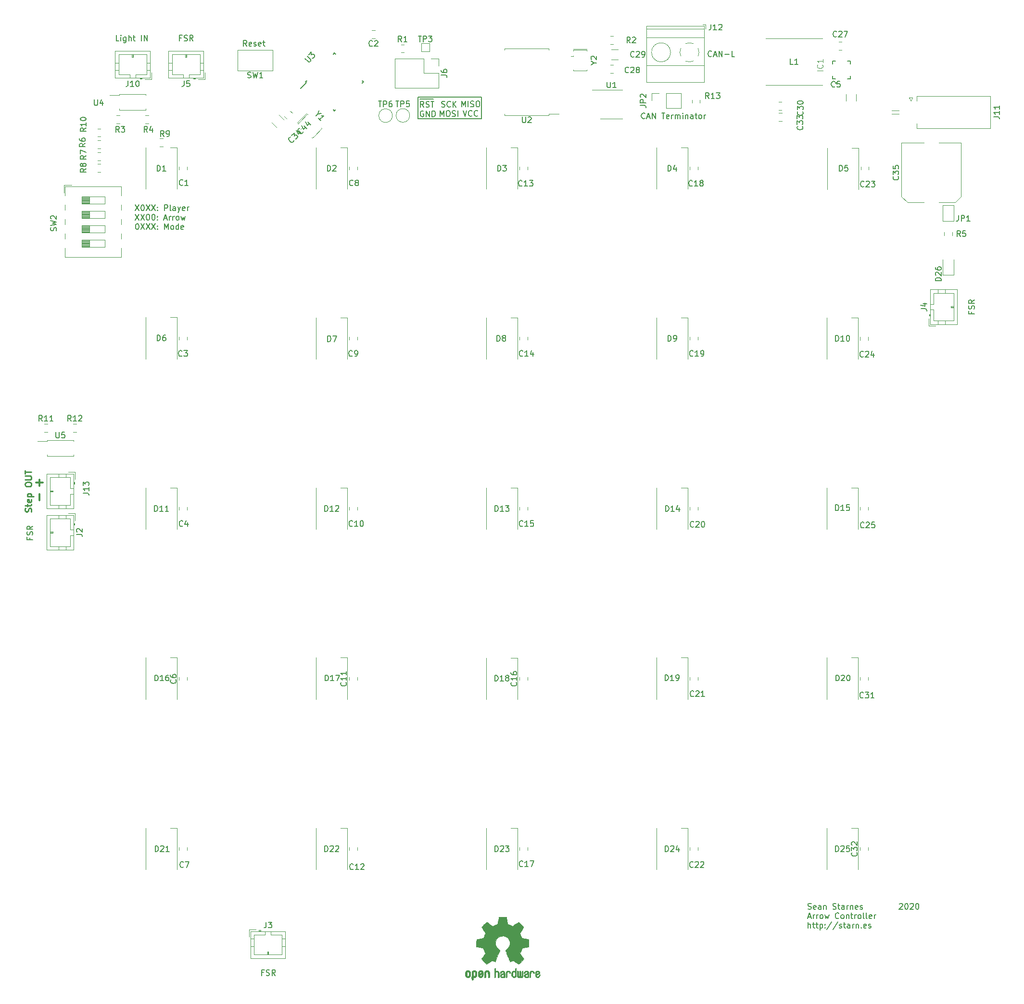
<source format=gbr>
G04 #@! TF.GenerationSoftware,KiCad,Pcbnew,(5.1.6)-1*
G04 #@! TF.CreationDate,2020-11-12T22:36:03-06:00*
G04 #@! TF.ProjectId,ddr-arrow-controller,6464722d-6172-4726-9f77-2d636f6e7472,rev?*
G04 #@! TF.SameCoordinates,Original*
G04 #@! TF.FileFunction,Legend,Top*
G04 #@! TF.FilePolarity,Positive*
%FSLAX46Y46*%
G04 Gerber Fmt 4.6, Leading zero omitted, Abs format (unit mm)*
G04 Created by KiCad (PCBNEW (5.1.6)-1) date 2020-11-12 22:36:03*
%MOMM*%
%LPD*%
G01*
G04 APERTURE LIST*
%ADD10C,0.150000*%
%ADD11C,0.275000*%
%ADD12C,0.300000*%
%ADD13C,0.120000*%
%ADD14C,0.010000*%
%ADD15C,0.127000*%
%ADD16C,0.015000*%
G04 APERTURE END LIST*
D10*
X139733976Y-156361761D02*
X139876833Y-156409380D01*
X140114928Y-156409380D01*
X140210166Y-156361761D01*
X140257785Y-156314142D01*
X140305404Y-156218904D01*
X140305404Y-156123666D01*
X140257785Y-156028428D01*
X140210166Y-155980809D01*
X140114928Y-155933190D01*
X139924452Y-155885571D01*
X139829214Y-155837952D01*
X139781595Y-155790333D01*
X139733976Y-155695095D01*
X139733976Y-155599857D01*
X139781595Y-155504619D01*
X139829214Y-155457000D01*
X139924452Y-155409380D01*
X140162547Y-155409380D01*
X140305404Y-155457000D01*
X141114928Y-156361761D02*
X141019690Y-156409380D01*
X140829214Y-156409380D01*
X140733976Y-156361761D01*
X140686357Y-156266523D01*
X140686357Y-155885571D01*
X140733976Y-155790333D01*
X140829214Y-155742714D01*
X141019690Y-155742714D01*
X141114928Y-155790333D01*
X141162547Y-155885571D01*
X141162547Y-155980809D01*
X140686357Y-156076047D01*
X142019690Y-156409380D02*
X142019690Y-155885571D01*
X141972071Y-155790333D01*
X141876833Y-155742714D01*
X141686357Y-155742714D01*
X141591119Y-155790333D01*
X142019690Y-156361761D02*
X141924452Y-156409380D01*
X141686357Y-156409380D01*
X141591119Y-156361761D01*
X141543500Y-156266523D01*
X141543500Y-156171285D01*
X141591119Y-156076047D01*
X141686357Y-156028428D01*
X141924452Y-156028428D01*
X142019690Y-155980809D01*
X142495880Y-155742714D02*
X142495880Y-156409380D01*
X142495880Y-155837952D02*
X142543500Y-155790333D01*
X142638738Y-155742714D01*
X142781595Y-155742714D01*
X142876833Y-155790333D01*
X142924452Y-155885571D01*
X142924452Y-156409380D01*
X144114928Y-156361761D02*
X144257785Y-156409380D01*
X144495880Y-156409380D01*
X144591119Y-156361761D01*
X144638738Y-156314142D01*
X144686357Y-156218904D01*
X144686357Y-156123666D01*
X144638738Y-156028428D01*
X144591119Y-155980809D01*
X144495880Y-155933190D01*
X144305404Y-155885571D01*
X144210166Y-155837952D01*
X144162547Y-155790333D01*
X144114928Y-155695095D01*
X144114928Y-155599857D01*
X144162547Y-155504619D01*
X144210166Y-155457000D01*
X144305404Y-155409380D01*
X144543500Y-155409380D01*
X144686357Y-155457000D01*
X144972071Y-155742714D02*
X145353023Y-155742714D01*
X145114928Y-155409380D02*
X145114928Y-156266523D01*
X145162547Y-156361761D01*
X145257785Y-156409380D01*
X145353023Y-156409380D01*
X146114928Y-156409380D02*
X146114928Y-155885571D01*
X146067309Y-155790333D01*
X145972071Y-155742714D01*
X145781595Y-155742714D01*
X145686357Y-155790333D01*
X146114928Y-156361761D02*
X146019690Y-156409380D01*
X145781595Y-156409380D01*
X145686357Y-156361761D01*
X145638738Y-156266523D01*
X145638738Y-156171285D01*
X145686357Y-156076047D01*
X145781595Y-156028428D01*
X146019690Y-156028428D01*
X146114928Y-155980809D01*
X146591119Y-156409380D02*
X146591119Y-155742714D01*
X146591119Y-155933190D02*
X146638738Y-155837952D01*
X146686357Y-155790333D01*
X146781595Y-155742714D01*
X146876833Y-155742714D01*
X147210166Y-155742714D02*
X147210166Y-156409380D01*
X147210166Y-155837952D02*
X147257785Y-155790333D01*
X147353023Y-155742714D01*
X147495880Y-155742714D01*
X147591119Y-155790333D01*
X147638738Y-155885571D01*
X147638738Y-156409380D01*
X148495880Y-156361761D02*
X148400642Y-156409380D01*
X148210166Y-156409380D01*
X148114928Y-156361761D01*
X148067309Y-156266523D01*
X148067309Y-155885571D01*
X148114928Y-155790333D01*
X148210166Y-155742714D01*
X148400642Y-155742714D01*
X148495880Y-155790333D01*
X148543500Y-155885571D01*
X148543500Y-155980809D01*
X148067309Y-156076047D01*
X148924452Y-156361761D02*
X149019690Y-156409380D01*
X149210166Y-156409380D01*
X149305404Y-156361761D01*
X149353023Y-156266523D01*
X149353023Y-156218904D01*
X149305404Y-156123666D01*
X149210166Y-156076047D01*
X149067309Y-156076047D01*
X148972071Y-156028428D01*
X148924452Y-155933190D01*
X148924452Y-155885571D01*
X148972071Y-155790333D01*
X149067309Y-155742714D01*
X149210166Y-155742714D01*
X149305404Y-155790333D01*
X155829214Y-155504619D02*
X155876833Y-155457000D01*
X155972071Y-155409380D01*
X156210166Y-155409380D01*
X156305404Y-155457000D01*
X156353023Y-155504619D01*
X156400642Y-155599857D01*
X156400642Y-155695095D01*
X156353023Y-155837952D01*
X155781595Y-156409380D01*
X156400642Y-156409380D01*
X157019690Y-155409380D02*
X157114928Y-155409380D01*
X157210166Y-155457000D01*
X157257785Y-155504619D01*
X157305404Y-155599857D01*
X157353023Y-155790333D01*
X157353023Y-156028428D01*
X157305404Y-156218904D01*
X157257785Y-156314142D01*
X157210166Y-156361761D01*
X157114928Y-156409380D01*
X157019690Y-156409380D01*
X156924452Y-156361761D01*
X156876833Y-156314142D01*
X156829214Y-156218904D01*
X156781595Y-156028428D01*
X156781595Y-155790333D01*
X156829214Y-155599857D01*
X156876833Y-155504619D01*
X156924452Y-155457000D01*
X157019690Y-155409380D01*
X157733976Y-155504619D02*
X157781595Y-155457000D01*
X157876833Y-155409380D01*
X158114928Y-155409380D01*
X158210166Y-155457000D01*
X158257785Y-155504619D01*
X158305404Y-155599857D01*
X158305404Y-155695095D01*
X158257785Y-155837952D01*
X157686357Y-156409380D01*
X158305404Y-156409380D01*
X158924452Y-155409380D02*
X159019690Y-155409380D01*
X159114928Y-155457000D01*
X159162547Y-155504619D01*
X159210166Y-155599857D01*
X159257785Y-155790333D01*
X159257785Y-156028428D01*
X159210166Y-156218904D01*
X159162547Y-156314142D01*
X159114928Y-156361761D01*
X159019690Y-156409380D01*
X158924452Y-156409380D01*
X158829214Y-156361761D01*
X158781595Y-156314142D01*
X158733976Y-156218904D01*
X158686357Y-156028428D01*
X158686357Y-155790333D01*
X158733976Y-155599857D01*
X158781595Y-155504619D01*
X158829214Y-155457000D01*
X158924452Y-155409380D01*
X139733976Y-157773666D02*
X140210166Y-157773666D01*
X139638738Y-158059380D02*
X139972071Y-157059380D01*
X140305404Y-158059380D01*
X140638738Y-158059380D02*
X140638738Y-157392714D01*
X140638738Y-157583190D02*
X140686357Y-157487952D01*
X140733976Y-157440333D01*
X140829214Y-157392714D01*
X140924452Y-157392714D01*
X141257785Y-158059380D02*
X141257785Y-157392714D01*
X141257785Y-157583190D02*
X141305404Y-157487952D01*
X141353023Y-157440333D01*
X141448261Y-157392714D01*
X141543500Y-157392714D01*
X142019690Y-158059380D02*
X141924452Y-158011761D01*
X141876833Y-157964142D01*
X141829214Y-157868904D01*
X141829214Y-157583190D01*
X141876833Y-157487952D01*
X141924452Y-157440333D01*
X142019690Y-157392714D01*
X142162547Y-157392714D01*
X142257785Y-157440333D01*
X142305404Y-157487952D01*
X142353023Y-157583190D01*
X142353023Y-157868904D01*
X142305404Y-157964142D01*
X142257785Y-158011761D01*
X142162547Y-158059380D01*
X142019690Y-158059380D01*
X142686357Y-157392714D02*
X142876833Y-158059380D01*
X143067309Y-157583190D01*
X143257785Y-158059380D01*
X143448261Y-157392714D01*
X145162547Y-157964142D02*
X145114928Y-158011761D01*
X144972071Y-158059380D01*
X144876833Y-158059380D01*
X144733976Y-158011761D01*
X144638738Y-157916523D01*
X144591119Y-157821285D01*
X144543500Y-157630809D01*
X144543500Y-157487952D01*
X144591119Y-157297476D01*
X144638738Y-157202238D01*
X144733976Y-157107000D01*
X144876833Y-157059380D01*
X144972071Y-157059380D01*
X145114928Y-157107000D01*
X145162547Y-157154619D01*
X145733976Y-158059380D02*
X145638738Y-158011761D01*
X145591119Y-157964142D01*
X145543500Y-157868904D01*
X145543500Y-157583190D01*
X145591119Y-157487952D01*
X145638738Y-157440333D01*
X145733976Y-157392714D01*
X145876833Y-157392714D01*
X145972071Y-157440333D01*
X146019690Y-157487952D01*
X146067309Y-157583190D01*
X146067309Y-157868904D01*
X146019690Y-157964142D01*
X145972071Y-158011761D01*
X145876833Y-158059380D01*
X145733976Y-158059380D01*
X146495880Y-157392714D02*
X146495880Y-158059380D01*
X146495880Y-157487952D02*
X146543500Y-157440333D01*
X146638738Y-157392714D01*
X146781595Y-157392714D01*
X146876833Y-157440333D01*
X146924452Y-157535571D01*
X146924452Y-158059380D01*
X147257785Y-157392714D02*
X147638738Y-157392714D01*
X147400642Y-157059380D02*
X147400642Y-157916523D01*
X147448261Y-158011761D01*
X147543500Y-158059380D01*
X147638738Y-158059380D01*
X147972071Y-158059380D02*
X147972071Y-157392714D01*
X147972071Y-157583190D02*
X148019690Y-157487952D01*
X148067309Y-157440333D01*
X148162547Y-157392714D01*
X148257785Y-157392714D01*
X148733976Y-158059380D02*
X148638738Y-158011761D01*
X148591119Y-157964142D01*
X148543500Y-157868904D01*
X148543500Y-157583190D01*
X148591119Y-157487952D01*
X148638738Y-157440333D01*
X148733976Y-157392714D01*
X148876833Y-157392714D01*
X148972071Y-157440333D01*
X149019690Y-157487952D01*
X149067309Y-157583190D01*
X149067309Y-157868904D01*
X149019690Y-157964142D01*
X148972071Y-158011761D01*
X148876833Y-158059380D01*
X148733976Y-158059380D01*
X149638738Y-158059380D02*
X149543500Y-158011761D01*
X149495880Y-157916523D01*
X149495880Y-157059380D01*
X150162547Y-158059380D02*
X150067309Y-158011761D01*
X150019690Y-157916523D01*
X150019690Y-157059380D01*
X150924452Y-158011761D02*
X150829214Y-158059380D01*
X150638738Y-158059380D01*
X150543500Y-158011761D01*
X150495880Y-157916523D01*
X150495880Y-157535571D01*
X150543500Y-157440333D01*
X150638738Y-157392714D01*
X150829214Y-157392714D01*
X150924452Y-157440333D01*
X150972071Y-157535571D01*
X150972071Y-157630809D01*
X150495880Y-157726047D01*
X151400642Y-158059380D02*
X151400642Y-157392714D01*
X151400642Y-157583190D02*
X151448261Y-157487952D01*
X151495880Y-157440333D01*
X151591119Y-157392714D01*
X151686357Y-157392714D01*
X139781595Y-159709380D02*
X139781595Y-158709380D01*
X140210166Y-159709380D02*
X140210166Y-159185571D01*
X140162547Y-159090333D01*
X140067309Y-159042714D01*
X139924452Y-159042714D01*
X139829214Y-159090333D01*
X139781595Y-159137952D01*
X140543500Y-159042714D02*
X140924452Y-159042714D01*
X140686357Y-158709380D02*
X140686357Y-159566523D01*
X140733976Y-159661761D01*
X140829214Y-159709380D01*
X140924452Y-159709380D01*
X141114928Y-159042714D02*
X141495880Y-159042714D01*
X141257785Y-158709380D02*
X141257785Y-159566523D01*
X141305404Y-159661761D01*
X141400642Y-159709380D01*
X141495880Y-159709380D01*
X141829214Y-159042714D02*
X141829214Y-160042714D01*
X141829214Y-159090333D02*
X141924452Y-159042714D01*
X142114928Y-159042714D01*
X142210166Y-159090333D01*
X142257785Y-159137952D01*
X142305404Y-159233190D01*
X142305404Y-159518904D01*
X142257785Y-159614142D01*
X142210166Y-159661761D01*
X142114928Y-159709380D01*
X141924452Y-159709380D01*
X141829214Y-159661761D01*
X142733976Y-159614142D02*
X142781595Y-159661761D01*
X142733976Y-159709380D01*
X142686357Y-159661761D01*
X142733976Y-159614142D01*
X142733976Y-159709380D01*
X142733976Y-159090333D02*
X142781595Y-159137952D01*
X142733976Y-159185571D01*
X142686357Y-159137952D01*
X142733976Y-159090333D01*
X142733976Y-159185571D01*
X143924452Y-158661761D02*
X143067309Y-159947476D01*
X144972071Y-158661761D02*
X144114928Y-159947476D01*
X145257785Y-159661761D02*
X145353023Y-159709380D01*
X145543500Y-159709380D01*
X145638738Y-159661761D01*
X145686357Y-159566523D01*
X145686357Y-159518904D01*
X145638738Y-159423666D01*
X145543500Y-159376047D01*
X145400642Y-159376047D01*
X145305404Y-159328428D01*
X145257785Y-159233190D01*
X145257785Y-159185571D01*
X145305404Y-159090333D01*
X145400642Y-159042714D01*
X145543500Y-159042714D01*
X145638738Y-159090333D01*
X145972071Y-159042714D02*
X146353023Y-159042714D01*
X146114928Y-158709380D02*
X146114928Y-159566523D01*
X146162547Y-159661761D01*
X146257785Y-159709380D01*
X146353023Y-159709380D01*
X147114928Y-159709380D02*
X147114928Y-159185571D01*
X147067309Y-159090333D01*
X146972071Y-159042714D01*
X146781595Y-159042714D01*
X146686357Y-159090333D01*
X147114928Y-159661761D02*
X147019690Y-159709380D01*
X146781595Y-159709380D01*
X146686357Y-159661761D01*
X146638738Y-159566523D01*
X146638738Y-159471285D01*
X146686357Y-159376047D01*
X146781595Y-159328428D01*
X147019690Y-159328428D01*
X147114928Y-159280809D01*
X147591119Y-159709380D02*
X147591119Y-159042714D01*
X147591119Y-159233190D02*
X147638738Y-159137952D01*
X147686357Y-159090333D01*
X147781595Y-159042714D01*
X147876833Y-159042714D01*
X148210166Y-159042714D02*
X148210166Y-159709380D01*
X148210166Y-159137952D02*
X148257785Y-159090333D01*
X148353023Y-159042714D01*
X148495880Y-159042714D01*
X148591119Y-159090333D01*
X148638738Y-159185571D01*
X148638738Y-159709380D01*
X149114928Y-159614142D02*
X149162547Y-159661761D01*
X149114928Y-159709380D01*
X149067309Y-159661761D01*
X149114928Y-159614142D01*
X149114928Y-159709380D01*
X149972071Y-159661761D02*
X149876833Y-159709380D01*
X149686357Y-159709380D01*
X149591119Y-159661761D01*
X149543500Y-159566523D01*
X149543500Y-159185571D01*
X149591119Y-159090333D01*
X149686357Y-159042714D01*
X149876833Y-159042714D01*
X149972071Y-159090333D01*
X150019690Y-159185571D01*
X150019690Y-159280809D01*
X149543500Y-159376047D01*
X150400642Y-159661761D02*
X150495880Y-159709380D01*
X150686357Y-159709380D01*
X150781595Y-159661761D01*
X150829214Y-159566523D01*
X150829214Y-159518904D01*
X150781595Y-159423666D01*
X150686357Y-159376047D01*
X150543500Y-159376047D01*
X150448261Y-159328428D01*
X150400642Y-159233190D01*
X150400642Y-159185571D01*
X150448261Y-159090333D01*
X150543500Y-159042714D01*
X150686357Y-159042714D01*
X150781595Y-159090333D01*
X71056500Y-17167860D02*
X71056500Y-13329920D01*
X82260440Y-17167860D02*
X71056500Y-17167860D01*
X82260440Y-13329920D02*
X82260440Y-17167860D01*
X71056500Y-13329920D02*
X82260440Y-13329920D01*
X78771311Y-15052800D02*
X78771311Y-14052800D01*
X79104644Y-14767086D01*
X79437978Y-14052800D01*
X79437978Y-15052800D01*
X79914168Y-15052800D02*
X79914168Y-14052800D01*
X80342740Y-15005181D02*
X80485597Y-15052800D01*
X80723692Y-15052800D01*
X80818930Y-15005181D01*
X80866549Y-14957562D01*
X80914168Y-14862324D01*
X80914168Y-14767086D01*
X80866549Y-14671848D01*
X80818930Y-14624229D01*
X80723692Y-14576610D01*
X80533216Y-14528991D01*
X80437978Y-14481372D01*
X80390359Y-14433753D01*
X80342740Y-14338515D01*
X80342740Y-14243277D01*
X80390359Y-14148039D01*
X80437978Y-14100420D01*
X80533216Y-14052800D01*
X80771311Y-14052800D01*
X80914168Y-14100420D01*
X81533216Y-14052800D02*
X81723692Y-14052800D01*
X81818930Y-14100420D01*
X81914168Y-14195658D01*
X81961787Y-14386134D01*
X81961787Y-14719467D01*
X81914168Y-14909943D01*
X81818930Y-15005181D01*
X81723692Y-15052800D01*
X81533216Y-15052800D01*
X81437978Y-15005181D01*
X81342740Y-14909943D01*
X81295120Y-14719467D01*
X81295120Y-14386134D01*
X81342740Y-14195658D01*
X81437978Y-14100420D01*
X81533216Y-14052800D01*
X79009406Y-15702800D02*
X79342740Y-16702800D01*
X79676073Y-15702800D01*
X80580835Y-16607562D02*
X80533216Y-16655181D01*
X80390359Y-16702800D01*
X80295120Y-16702800D01*
X80152263Y-16655181D01*
X80057025Y-16559943D01*
X80009406Y-16464705D01*
X79961787Y-16274229D01*
X79961787Y-16131372D01*
X80009406Y-15940896D01*
X80057025Y-15845658D01*
X80152263Y-15750420D01*
X80295120Y-15702800D01*
X80390359Y-15702800D01*
X80533216Y-15750420D01*
X80580835Y-15798039D01*
X81580835Y-16607562D02*
X81533216Y-16655181D01*
X81390359Y-16702800D01*
X81295120Y-16702800D01*
X81152263Y-16655181D01*
X81057025Y-16559943D01*
X81009406Y-16464705D01*
X80961787Y-16274229D01*
X80961787Y-16131372D01*
X81009406Y-15940896D01*
X81057025Y-15845658D01*
X81152263Y-15750420D01*
X81295120Y-15702800D01*
X81390359Y-15702800D01*
X81533216Y-15750420D01*
X81580835Y-15798039D01*
X75241945Y-15048361D02*
X75384802Y-15095980D01*
X75622898Y-15095980D01*
X75718136Y-15048361D01*
X75765755Y-15000742D01*
X75813374Y-14905504D01*
X75813374Y-14810266D01*
X75765755Y-14715028D01*
X75718136Y-14667409D01*
X75622898Y-14619790D01*
X75432421Y-14572171D01*
X75337183Y-14524552D01*
X75289564Y-14476933D01*
X75241945Y-14381695D01*
X75241945Y-14286457D01*
X75289564Y-14191219D01*
X75337183Y-14143600D01*
X75432421Y-14095980D01*
X75670517Y-14095980D01*
X75813374Y-14143600D01*
X76813374Y-15000742D02*
X76765755Y-15048361D01*
X76622898Y-15095980D01*
X76527660Y-15095980D01*
X76384802Y-15048361D01*
X76289564Y-14953123D01*
X76241945Y-14857885D01*
X76194326Y-14667409D01*
X76194326Y-14524552D01*
X76241945Y-14334076D01*
X76289564Y-14238838D01*
X76384802Y-14143600D01*
X76527660Y-14095980D01*
X76622898Y-14095980D01*
X76765755Y-14143600D01*
X76813374Y-14191219D01*
X77241945Y-15095980D02*
X77241945Y-14095980D01*
X77813374Y-15095980D02*
X77384802Y-14524552D01*
X77813374Y-14095980D02*
X77241945Y-14667409D01*
X74956231Y-16745980D02*
X74956231Y-15745980D01*
X75289564Y-16460266D01*
X75622898Y-15745980D01*
X75622898Y-16745980D01*
X76289564Y-15745980D02*
X76480040Y-15745980D01*
X76575279Y-15793600D01*
X76670517Y-15888838D01*
X76718136Y-16079314D01*
X76718136Y-16412647D01*
X76670517Y-16603123D01*
X76575279Y-16698361D01*
X76480040Y-16745980D01*
X76289564Y-16745980D01*
X76194326Y-16698361D01*
X76099088Y-16603123D01*
X76051469Y-16412647D01*
X76051469Y-16079314D01*
X76099088Y-15888838D01*
X76194326Y-15793600D01*
X76289564Y-15745980D01*
X77099088Y-16698361D02*
X77241945Y-16745980D01*
X77480040Y-16745980D01*
X77575279Y-16698361D01*
X77622898Y-16650742D01*
X77670517Y-16555504D01*
X77670517Y-16460266D01*
X77622898Y-16365028D01*
X77575279Y-16317409D01*
X77480040Y-16269790D01*
X77289564Y-16222171D01*
X77194326Y-16174552D01*
X77146707Y-16126933D01*
X77099088Y-16031695D01*
X77099088Y-15936457D01*
X77146707Y-15841219D01*
X77194326Y-15793600D01*
X77289564Y-15745980D01*
X77527660Y-15745980D01*
X77670517Y-15793600D01*
X78099088Y-16745980D02*
X78099088Y-15745980D01*
X71457820Y-13698220D02*
X73761600Y-13698220D01*
X72100683Y-15126460D02*
X71767350Y-14650270D01*
X71529255Y-15126460D02*
X71529255Y-14126460D01*
X71910207Y-14126460D01*
X72005445Y-14174080D01*
X72053064Y-14221699D01*
X72100683Y-14316937D01*
X72100683Y-14459794D01*
X72053064Y-14555032D01*
X72005445Y-14602651D01*
X71910207Y-14650270D01*
X71529255Y-14650270D01*
X72481636Y-15078841D02*
X72624493Y-15126460D01*
X72862588Y-15126460D01*
X72957826Y-15078841D01*
X73005445Y-15031222D01*
X73053064Y-14935984D01*
X73053064Y-14840746D01*
X73005445Y-14745508D01*
X72957826Y-14697889D01*
X72862588Y-14650270D01*
X72672112Y-14602651D01*
X72576874Y-14555032D01*
X72529255Y-14507413D01*
X72481636Y-14412175D01*
X72481636Y-14316937D01*
X72529255Y-14221699D01*
X72576874Y-14174080D01*
X72672112Y-14126460D01*
X72910207Y-14126460D01*
X73053064Y-14174080D01*
X73338779Y-14126460D02*
X73910207Y-14126460D01*
X73624493Y-15126460D02*
X73624493Y-14126460D01*
X72053064Y-15824080D02*
X71957826Y-15776460D01*
X71814969Y-15776460D01*
X71672112Y-15824080D01*
X71576874Y-15919318D01*
X71529255Y-16014556D01*
X71481636Y-16205032D01*
X71481636Y-16347889D01*
X71529255Y-16538365D01*
X71576874Y-16633603D01*
X71672112Y-16728841D01*
X71814969Y-16776460D01*
X71910207Y-16776460D01*
X72053064Y-16728841D01*
X72100683Y-16681222D01*
X72100683Y-16347889D01*
X71910207Y-16347889D01*
X72529255Y-16776460D02*
X72529255Y-15776460D01*
X73100683Y-16776460D01*
X73100683Y-15776460D01*
X73576874Y-16776460D02*
X73576874Y-15776460D01*
X73814969Y-15776460D01*
X73957826Y-15824080D01*
X74053064Y-15919318D01*
X74100683Y-16014556D01*
X74148302Y-16205032D01*
X74148302Y-16347889D01*
X74100683Y-16538365D01*
X74053064Y-16633603D01*
X73957826Y-16728841D01*
X73814969Y-16776460D01*
X73576874Y-16776460D01*
X21322357Y-32346380D02*
X21989023Y-33346380D01*
X21989023Y-32346380D02*
X21322357Y-33346380D01*
X22560452Y-32346380D02*
X22655690Y-32346380D01*
X22750928Y-32394000D01*
X22798547Y-32441619D01*
X22846166Y-32536857D01*
X22893785Y-32727333D01*
X22893785Y-32965428D01*
X22846166Y-33155904D01*
X22798547Y-33251142D01*
X22750928Y-33298761D01*
X22655690Y-33346380D01*
X22560452Y-33346380D01*
X22465214Y-33298761D01*
X22417595Y-33251142D01*
X22369976Y-33155904D01*
X22322357Y-32965428D01*
X22322357Y-32727333D01*
X22369976Y-32536857D01*
X22417595Y-32441619D01*
X22465214Y-32394000D01*
X22560452Y-32346380D01*
X23227119Y-32346380D02*
X23893785Y-33346380D01*
X23893785Y-32346380D02*
X23227119Y-33346380D01*
X24179500Y-32346380D02*
X24846166Y-33346380D01*
X24846166Y-32346380D02*
X24179500Y-33346380D01*
X25227119Y-33251142D02*
X25274738Y-33298761D01*
X25227119Y-33346380D01*
X25179500Y-33298761D01*
X25227119Y-33251142D01*
X25227119Y-33346380D01*
X25227119Y-32727333D02*
X25274738Y-32774952D01*
X25227119Y-32822571D01*
X25179500Y-32774952D01*
X25227119Y-32727333D01*
X25227119Y-32822571D01*
X26465214Y-33346380D02*
X26465214Y-32346380D01*
X26846166Y-32346380D01*
X26941404Y-32394000D01*
X26989023Y-32441619D01*
X27036642Y-32536857D01*
X27036642Y-32679714D01*
X26989023Y-32774952D01*
X26941404Y-32822571D01*
X26846166Y-32870190D01*
X26465214Y-32870190D01*
X27608071Y-33346380D02*
X27512833Y-33298761D01*
X27465214Y-33203523D01*
X27465214Y-32346380D01*
X28417595Y-33346380D02*
X28417595Y-32822571D01*
X28369976Y-32727333D01*
X28274738Y-32679714D01*
X28084261Y-32679714D01*
X27989023Y-32727333D01*
X28417595Y-33298761D02*
X28322357Y-33346380D01*
X28084261Y-33346380D01*
X27989023Y-33298761D01*
X27941404Y-33203523D01*
X27941404Y-33108285D01*
X27989023Y-33013047D01*
X28084261Y-32965428D01*
X28322357Y-32965428D01*
X28417595Y-32917809D01*
X28798547Y-32679714D02*
X29036642Y-33346380D01*
X29274738Y-32679714D02*
X29036642Y-33346380D01*
X28941404Y-33584476D01*
X28893785Y-33632095D01*
X28798547Y-33679714D01*
X30036642Y-33298761D02*
X29941404Y-33346380D01*
X29750928Y-33346380D01*
X29655690Y-33298761D01*
X29608071Y-33203523D01*
X29608071Y-32822571D01*
X29655690Y-32727333D01*
X29750928Y-32679714D01*
X29941404Y-32679714D01*
X30036642Y-32727333D01*
X30084261Y-32822571D01*
X30084261Y-32917809D01*
X29608071Y-33013047D01*
X30512833Y-33346380D02*
X30512833Y-32679714D01*
X30512833Y-32870190D02*
X30560452Y-32774952D01*
X30608071Y-32727333D01*
X30703309Y-32679714D01*
X30798547Y-32679714D01*
X21322357Y-33996380D02*
X21989023Y-34996380D01*
X21989023Y-33996380D02*
X21322357Y-34996380D01*
X22274738Y-33996380D02*
X22941404Y-34996380D01*
X22941404Y-33996380D02*
X22274738Y-34996380D01*
X23512833Y-33996380D02*
X23608071Y-33996380D01*
X23703309Y-34044000D01*
X23750928Y-34091619D01*
X23798547Y-34186857D01*
X23846166Y-34377333D01*
X23846166Y-34615428D01*
X23798547Y-34805904D01*
X23750928Y-34901142D01*
X23703309Y-34948761D01*
X23608071Y-34996380D01*
X23512833Y-34996380D01*
X23417595Y-34948761D01*
X23369976Y-34901142D01*
X23322357Y-34805904D01*
X23274738Y-34615428D01*
X23274738Y-34377333D01*
X23322357Y-34186857D01*
X23369976Y-34091619D01*
X23417595Y-34044000D01*
X23512833Y-33996380D01*
X24465214Y-33996380D02*
X24560452Y-33996380D01*
X24655690Y-34044000D01*
X24703309Y-34091619D01*
X24750928Y-34186857D01*
X24798547Y-34377333D01*
X24798547Y-34615428D01*
X24750928Y-34805904D01*
X24703309Y-34901142D01*
X24655690Y-34948761D01*
X24560452Y-34996380D01*
X24465214Y-34996380D01*
X24369976Y-34948761D01*
X24322357Y-34901142D01*
X24274738Y-34805904D01*
X24227119Y-34615428D01*
X24227119Y-34377333D01*
X24274738Y-34186857D01*
X24322357Y-34091619D01*
X24369976Y-34044000D01*
X24465214Y-33996380D01*
X25227119Y-34901142D02*
X25274738Y-34948761D01*
X25227119Y-34996380D01*
X25179500Y-34948761D01*
X25227119Y-34901142D01*
X25227119Y-34996380D01*
X25227119Y-34377333D02*
X25274738Y-34424952D01*
X25227119Y-34472571D01*
X25179500Y-34424952D01*
X25227119Y-34377333D01*
X25227119Y-34472571D01*
X26417595Y-34710666D02*
X26893785Y-34710666D01*
X26322357Y-34996380D02*
X26655690Y-33996380D01*
X26989023Y-34996380D01*
X27322357Y-34996380D02*
X27322357Y-34329714D01*
X27322357Y-34520190D02*
X27369976Y-34424952D01*
X27417595Y-34377333D01*
X27512833Y-34329714D01*
X27608071Y-34329714D01*
X27941404Y-34996380D02*
X27941404Y-34329714D01*
X27941404Y-34520190D02*
X27989023Y-34424952D01*
X28036642Y-34377333D01*
X28131880Y-34329714D01*
X28227119Y-34329714D01*
X28703309Y-34996380D02*
X28608071Y-34948761D01*
X28560452Y-34901142D01*
X28512833Y-34805904D01*
X28512833Y-34520190D01*
X28560452Y-34424952D01*
X28608071Y-34377333D01*
X28703309Y-34329714D01*
X28846166Y-34329714D01*
X28941404Y-34377333D01*
X28989023Y-34424952D01*
X29036642Y-34520190D01*
X29036642Y-34805904D01*
X28989023Y-34901142D01*
X28941404Y-34948761D01*
X28846166Y-34996380D01*
X28703309Y-34996380D01*
X29369976Y-34329714D02*
X29560452Y-34996380D01*
X29750928Y-34520190D01*
X29941404Y-34996380D01*
X30131880Y-34329714D01*
X21608071Y-35646380D02*
X21703309Y-35646380D01*
X21798547Y-35694000D01*
X21846166Y-35741619D01*
X21893785Y-35836857D01*
X21941404Y-36027333D01*
X21941404Y-36265428D01*
X21893785Y-36455904D01*
X21846166Y-36551142D01*
X21798547Y-36598761D01*
X21703309Y-36646380D01*
X21608071Y-36646380D01*
X21512833Y-36598761D01*
X21465214Y-36551142D01*
X21417595Y-36455904D01*
X21369976Y-36265428D01*
X21369976Y-36027333D01*
X21417595Y-35836857D01*
X21465214Y-35741619D01*
X21512833Y-35694000D01*
X21608071Y-35646380D01*
X22274738Y-35646380D02*
X22941404Y-36646380D01*
X22941404Y-35646380D02*
X22274738Y-36646380D01*
X23227119Y-35646380D02*
X23893785Y-36646380D01*
X23893785Y-35646380D02*
X23227119Y-36646380D01*
X24179500Y-35646380D02*
X24846166Y-36646380D01*
X24846166Y-35646380D02*
X24179500Y-36646380D01*
X25227119Y-36551142D02*
X25274738Y-36598761D01*
X25227119Y-36646380D01*
X25179500Y-36598761D01*
X25227119Y-36551142D01*
X25227119Y-36646380D01*
X25227119Y-36027333D02*
X25274738Y-36074952D01*
X25227119Y-36122571D01*
X25179500Y-36074952D01*
X25227119Y-36027333D01*
X25227119Y-36122571D01*
X26465214Y-36646380D02*
X26465214Y-35646380D01*
X26798547Y-36360666D01*
X27131880Y-35646380D01*
X27131880Y-36646380D01*
X27750928Y-36646380D02*
X27655690Y-36598761D01*
X27608071Y-36551142D01*
X27560452Y-36455904D01*
X27560452Y-36170190D01*
X27608071Y-36074952D01*
X27655690Y-36027333D01*
X27750928Y-35979714D01*
X27893785Y-35979714D01*
X27989023Y-36027333D01*
X28036642Y-36074952D01*
X28084261Y-36170190D01*
X28084261Y-36455904D01*
X28036642Y-36551142D01*
X27989023Y-36598761D01*
X27893785Y-36646380D01*
X27750928Y-36646380D01*
X28941404Y-36646380D02*
X28941404Y-35646380D01*
X28941404Y-36598761D02*
X28846166Y-36646380D01*
X28655690Y-36646380D01*
X28560452Y-36598761D01*
X28512833Y-36551142D01*
X28465214Y-36455904D01*
X28465214Y-36170190D01*
X28512833Y-36074952D01*
X28560452Y-36027333D01*
X28655690Y-35979714D01*
X28846166Y-35979714D01*
X28941404Y-36027333D01*
X29798547Y-36598761D02*
X29703309Y-36646380D01*
X29512833Y-36646380D01*
X29417595Y-36598761D01*
X29369976Y-36503523D01*
X29369976Y-36122571D01*
X29417595Y-36027333D01*
X29512833Y-35979714D01*
X29703309Y-35979714D01*
X29798547Y-36027333D01*
X29846166Y-36122571D01*
X29846166Y-36217809D01*
X29369976Y-36313047D01*
X18449255Y-3447040D02*
X17973064Y-3447040D01*
X17973064Y-2447040D01*
X18782588Y-3447040D02*
X18782588Y-2780374D01*
X18782588Y-2447040D02*
X18734969Y-2494660D01*
X18782588Y-2542279D01*
X18830207Y-2494660D01*
X18782588Y-2447040D01*
X18782588Y-2542279D01*
X19687350Y-2780374D02*
X19687350Y-3589898D01*
X19639731Y-3685136D01*
X19592112Y-3732755D01*
X19496874Y-3780374D01*
X19354017Y-3780374D01*
X19258779Y-3732755D01*
X19687350Y-3399421D02*
X19592112Y-3447040D01*
X19401636Y-3447040D01*
X19306398Y-3399421D01*
X19258779Y-3351802D01*
X19211160Y-3256564D01*
X19211160Y-2970850D01*
X19258779Y-2875612D01*
X19306398Y-2827993D01*
X19401636Y-2780374D01*
X19592112Y-2780374D01*
X19687350Y-2827993D01*
X20163540Y-3447040D02*
X20163540Y-2447040D01*
X20592112Y-3447040D02*
X20592112Y-2923231D01*
X20544493Y-2827993D01*
X20449255Y-2780374D01*
X20306398Y-2780374D01*
X20211160Y-2827993D01*
X20163540Y-2875612D01*
X20925445Y-2780374D02*
X21306398Y-2780374D01*
X21068302Y-2447040D02*
X21068302Y-3304183D01*
X21115921Y-3399421D01*
X21211160Y-3447040D01*
X21306398Y-3447040D01*
X22401636Y-3447040D02*
X22401636Y-2447040D01*
X22877826Y-3447040D02*
X22877826Y-2447040D01*
X23449255Y-3447040D01*
X23449255Y-2447040D01*
X29443466Y-2925771D02*
X29110133Y-2925771D01*
X29110133Y-3449580D02*
X29110133Y-2449580D01*
X29586323Y-2449580D01*
X29919657Y-3401961D02*
X30062514Y-3449580D01*
X30300609Y-3449580D01*
X30395847Y-3401961D01*
X30443466Y-3354342D01*
X30491085Y-3259104D01*
X30491085Y-3163866D01*
X30443466Y-3068628D01*
X30395847Y-3021009D01*
X30300609Y-2973390D01*
X30110133Y-2925771D01*
X30014895Y-2878152D01*
X29967276Y-2830533D01*
X29919657Y-2735295D01*
X29919657Y-2640057D01*
X29967276Y-2544819D01*
X30014895Y-2497200D01*
X30110133Y-2449580D01*
X30348228Y-2449580D01*
X30491085Y-2497200D01*
X31491085Y-3449580D02*
X31157752Y-2973390D01*
X30919657Y-3449580D02*
X30919657Y-2449580D01*
X31300609Y-2449580D01*
X31395847Y-2497200D01*
X31443466Y-2544819D01*
X31491085Y-2640057D01*
X31491085Y-2782914D01*
X31443466Y-2878152D01*
X31395847Y-2925771D01*
X31300609Y-2973390D01*
X30919657Y-2973390D01*
X40956384Y-4369060D02*
X40623051Y-3892870D01*
X40384956Y-4369060D02*
X40384956Y-3369060D01*
X40765908Y-3369060D01*
X40861146Y-3416680D01*
X40908765Y-3464299D01*
X40956384Y-3559537D01*
X40956384Y-3702394D01*
X40908765Y-3797632D01*
X40861146Y-3845251D01*
X40765908Y-3892870D01*
X40384956Y-3892870D01*
X41765908Y-4321441D02*
X41670670Y-4369060D01*
X41480194Y-4369060D01*
X41384956Y-4321441D01*
X41337337Y-4226203D01*
X41337337Y-3845251D01*
X41384956Y-3750013D01*
X41480194Y-3702394D01*
X41670670Y-3702394D01*
X41765908Y-3750013D01*
X41813527Y-3845251D01*
X41813527Y-3940489D01*
X41337337Y-4035727D01*
X42194480Y-4321441D02*
X42289718Y-4369060D01*
X42480194Y-4369060D01*
X42575432Y-4321441D01*
X42623051Y-4226203D01*
X42623051Y-4178584D01*
X42575432Y-4083346D01*
X42480194Y-4035727D01*
X42337337Y-4035727D01*
X42242099Y-3988108D01*
X42194480Y-3892870D01*
X42194480Y-3845251D01*
X42242099Y-3750013D01*
X42337337Y-3702394D01*
X42480194Y-3702394D01*
X42575432Y-3750013D01*
X43432575Y-4321441D02*
X43337337Y-4369060D01*
X43146860Y-4369060D01*
X43051622Y-4321441D01*
X43004003Y-4226203D01*
X43004003Y-3845251D01*
X43051622Y-3750013D01*
X43146860Y-3702394D01*
X43337337Y-3702394D01*
X43432575Y-3750013D01*
X43480194Y-3845251D01*
X43480194Y-3940489D01*
X43004003Y-4035727D01*
X43765908Y-3702394D02*
X44146860Y-3702394D01*
X43908765Y-3369060D02*
X43908765Y-4226203D01*
X43956384Y-4321441D01*
X44051622Y-4369060D01*
X44146860Y-4369060D01*
X168493131Y-51158353D02*
X168493131Y-51491686D01*
X169016940Y-51491686D02*
X168016940Y-51491686D01*
X168016940Y-51015496D01*
X168969321Y-50682162D02*
X169016940Y-50539305D01*
X169016940Y-50301210D01*
X168969321Y-50205972D01*
X168921702Y-50158353D01*
X168826464Y-50110734D01*
X168731226Y-50110734D01*
X168635988Y-50158353D01*
X168588369Y-50205972D01*
X168540750Y-50301210D01*
X168493131Y-50491686D01*
X168445512Y-50586924D01*
X168397893Y-50634543D01*
X168302655Y-50682162D01*
X168207417Y-50682162D01*
X168112179Y-50634543D01*
X168064560Y-50586924D01*
X168016940Y-50491686D01*
X168016940Y-50253591D01*
X168064560Y-50110734D01*
X169016940Y-49110734D02*
X168540750Y-49444067D01*
X169016940Y-49682162D02*
X168016940Y-49682162D01*
X168016940Y-49301210D01*
X168064560Y-49205972D01*
X168112179Y-49158353D01*
X168207417Y-49110734D01*
X168350274Y-49110734D01*
X168445512Y-49158353D01*
X168493131Y-49205972D01*
X168540750Y-49301210D01*
X168540750Y-49682162D01*
X43913846Y-167558411D02*
X43580513Y-167558411D01*
X43580513Y-168082220D02*
X43580513Y-167082220D01*
X44056703Y-167082220D01*
X44390037Y-168034601D02*
X44532894Y-168082220D01*
X44770989Y-168082220D01*
X44866227Y-168034601D01*
X44913846Y-167986982D01*
X44961465Y-167891744D01*
X44961465Y-167796506D01*
X44913846Y-167701268D01*
X44866227Y-167653649D01*
X44770989Y-167606030D01*
X44580513Y-167558411D01*
X44485275Y-167510792D01*
X44437656Y-167463173D01*
X44390037Y-167367935D01*
X44390037Y-167272697D01*
X44437656Y-167177459D01*
X44485275Y-167129840D01*
X44580513Y-167082220D01*
X44818608Y-167082220D01*
X44961465Y-167129840D01*
X45961465Y-168082220D02*
X45628132Y-167606030D01*
X45390037Y-168082220D02*
X45390037Y-167082220D01*
X45770989Y-167082220D01*
X45866227Y-167129840D01*
X45913846Y-167177459D01*
X45961465Y-167272697D01*
X45961465Y-167415554D01*
X45913846Y-167510792D01*
X45866227Y-167558411D01*
X45770989Y-167606030D01*
X45390037Y-167606030D01*
X2720031Y-90970313D02*
X2720031Y-91303646D01*
X3243840Y-91303646D02*
X2243840Y-91303646D01*
X2243840Y-90827456D01*
X3196221Y-90494122D02*
X3243840Y-90351265D01*
X3243840Y-90113170D01*
X3196221Y-90017932D01*
X3148602Y-89970313D01*
X3053364Y-89922694D01*
X2958126Y-89922694D01*
X2862888Y-89970313D01*
X2815269Y-90017932D01*
X2767650Y-90113170D01*
X2720031Y-90303646D01*
X2672412Y-90398884D01*
X2624793Y-90446503D01*
X2529555Y-90494122D01*
X2434317Y-90494122D01*
X2339079Y-90446503D01*
X2291460Y-90398884D01*
X2243840Y-90303646D01*
X2243840Y-90065551D01*
X2291460Y-89922694D01*
X3243840Y-88922694D02*
X2767650Y-89256027D01*
X3243840Y-89494122D02*
X2243840Y-89494122D01*
X2243840Y-89113170D01*
X2291460Y-89017932D01*
X2339079Y-88970313D01*
X2434317Y-88922694D01*
X2577174Y-88922694D01*
X2672412Y-88970313D01*
X2720031Y-89017932D01*
X2767650Y-89113170D01*
X2767650Y-89494122D01*
X111027200Y-17044942D02*
X110979580Y-17092561D01*
X110836723Y-17140180D01*
X110741485Y-17140180D01*
X110598628Y-17092561D01*
X110503390Y-16997323D01*
X110455771Y-16902085D01*
X110408152Y-16711609D01*
X110408152Y-16568752D01*
X110455771Y-16378276D01*
X110503390Y-16283038D01*
X110598628Y-16187800D01*
X110741485Y-16140180D01*
X110836723Y-16140180D01*
X110979580Y-16187800D01*
X111027200Y-16235419D01*
X111408152Y-16854466D02*
X111884342Y-16854466D01*
X111312914Y-17140180D02*
X111646247Y-16140180D01*
X111979580Y-17140180D01*
X112312914Y-17140180D02*
X112312914Y-16140180D01*
X112884342Y-17140180D01*
X112884342Y-16140180D01*
X113979580Y-16140180D02*
X114551009Y-16140180D01*
X114265295Y-17140180D02*
X114265295Y-16140180D01*
X115265295Y-17092561D02*
X115170057Y-17140180D01*
X114979580Y-17140180D01*
X114884342Y-17092561D01*
X114836723Y-16997323D01*
X114836723Y-16616371D01*
X114884342Y-16521133D01*
X114979580Y-16473514D01*
X115170057Y-16473514D01*
X115265295Y-16521133D01*
X115312914Y-16616371D01*
X115312914Y-16711609D01*
X114836723Y-16806847D01*
X115741485Y-17140180D02*
X115741485Y-16473514D01*
X115741485Y-16663990D02*
X115789104Y-16568752D01*
X115836723Y-16521133D01*
X115931961Y-16473514D01*
X116027200Y-16473514D01*
X116360533Y-17140180D02*
X116360533Y-16473514D01*
X116360533Y-16568752D02*
X116408152Y-16521133D01*
X116503390Y-16473514D01*
X116646247Y-16473514D01*
X116741485Y-16521133D01*
X116789104Y-16616371D01*
X116789104Y-17140180D01*
X116789104Y-16616371D02*
X116836723Y-16521133D01*
X116931961Y-16473514D01*
X117074819Y-16473514D01*
X117170057Y-16521133D01*
X117217676Y-16616371D01*
X117217676Y-17140180D01*
X117693866Y-17140180D02*
X117693866Y-16473514D01*
X117693866Y-16140180D02*
X117646247Y-16187800D01*
X117693866Y-16235419D01*
X117741485Y-16187800D01*
X117693866Y-16140180D01*
X117693866Y-16235419D01*
X118170057Y-16473514D02*
X118170057Y-17140180D01*
X118170057Y-16568752D02*
X118217676Y-16521133D01*
X118312914Y-16473514D01*
X118455771Y-16473514D01*
X118551009Y-16521133D01*
X118598628Y-16616371D01*
X118598628Y-17140180D01*
X119503390Y-17140180D02*
X119503390Y-16616371D01*
X119455771Y-16521133D01*
X119360533Y-16473514D01*
X119170057Y-16473514D01*
X119074819Y-16521133D01*
X119503390Y-17092561D02*
X119408152Y-17140180D01*
X119170057Y-17140180D01*
X119074819Y-17092561D01*
X119027200Y-16997323D01*
X119027200Y-16902085D01*
X119074819Y-16806847D01*
X119170057Y-16759228D01*
X119408152Y-16759228D01*
X119503390Y-16711609D01*
X119836723Y-16473514D02*
X120217676Y-16473514D01*
X119979580Y-16140180D02*
X119979580Y-16997323D01*
X120027200Y-17092561D01*
X120122438Y-17140180D01*
X120217676Y-17140180D01*
X120693866Y-17140180D02*
X120598628Y-17092561D01*
X120551009Y-17044942D01*
X120503390Y-16949704D01*
X120503390Y-16663990D01*
X120551009Y-16568752D01*
X120598628Y-16521133D01*
X120693866Y-16473514D01*
X120836723Y-16473514D01*
X120931961Y-16521133D01*
X120979580Y-16568752D01*
X121027200Y-16663990D01*
X121027200Y-16949704D01*
X120979580Y-17044942D01*
X120931961Y-17092561D01*
X120836723Y-17140180D01*
X120693866Y-17140180D01*
X121455771Y-17140180D02*
X121455771Y-16473514D01*
X121455771Y-16663990D02*
X121503390Y-16568752D01*
X121551009Y-16521133D01*
X121646247Y-16473514D01*
X121741485Y-16473514D01*
X122767933Y-6110242D02*
X122720314Y-6157861D01*
X122577457Y-6205480D01*
X122482219Y-6205480D01*
X122339361Y-6157861D01*
X122244123Y-6062623D01*
X122196504Y-5967385D01*
X122148885Y-5776909D01*
X122148885Y-5634052D01*
X122196504Y-5443576D01*
X122244123Y-5348338D01*
X122339361Y-5253100D01*
X122482219Y-5205480D01*
X122577457Y-5205480D01*
X122720314Y-5253100D01*
X122767933Y-5300719D01*
X123148885Y-5919766D02*
X123625076Y-5919766D01*
X123053647Y-6205480D02*
X123386980Y-5205480D01*
X123720314Y-6205480D01*
X124053647Y-6205480D02*
X124053647Y-5205480D01*
X124625076Y-6205480D01*
X124625076Y-5205480D01*
X125101266Y-5824528D02*
X125863171Y-5824528D01*
X126815552Y-6205480D02*
X126339361Y-6205480D01*
X126339361Y-5205480D01*
D11*
X2985238Y-86392095D02*
X3037619Y-86234952D01*
X3037619Y-85973047D01*
X2985238Y-85868285D01*
X2932857Y-85815904D01*
X2828095Y-85763523D01*
X2723333Y-85763523D01*
X2618571Y-85815904D01*
X2566190Y-85868285D01*
X2513809Y-85973047D01*
X2461428Y-86182571D01*
X2409047Y-86287333D01*
X2356666Y-86339714D01*
X2251904Y-86392095D01*
X2147142Y-86392095D01*
X2042380Y-86339714D01*
X1990000Y-86287333D01*
X1937619Y-86182571D01*
X1937619Y-85920666D01*
X1990000Y-85763523D01*
X2304285Y-85449238D02*
X2304285Y-85030190D01*
X1937619Y-85292095D02*
X2880476Y-85292095D01*
X2985238Y-85239714D01*
X3037619Y-85134952D01*
X3037619Y-85030190D01*
X2985238Y-84244476D02*
X3037619Y-84349238D01*
X3037619Y-84558761D01*
X2985238Y-84663523D01*
X2880476Y-84715904D01*
X2461428Y-84715904D01*
X2356666Y-84663523D01*
X2304285Y-84558761D01*
X2304285Y-84349238D01*
X2356666Y-84244476D01*
X2461428Y-84192095D01*
X2566190Y-84192095D01*
X2670952Y-84715904D01*
X2304285Y-83720666D02*
X3404285Y-83720666D01*
X2356666Y-83720666D02*
X2304285Y-83615904D01*
X2304285Y-83406380D01*
X2356666Y-83301619D01*
X2409047Y-83249238D01*
X2513809Y-83196857D01*
X2828095Y-83196857D01*
X2932857Y-83249238D01*
X2985238Y-83301619D01*
X3037619Y-83406380D01*
X3037619Y-83615904D01*
X2985238Y-83720666D01*
X1937619Y-81677809D02*
X1937619Y-81468285D01*
X1989999Y-81363523D01*
X2094761Y-81258761D01*
X2304285Y-81206380D01*
X2670952Y-81206380D01*
X2880476Y-81258761D01*
X2985238Y-81363523D01*
X3037619Y-81468285D01*
X3037619Y-81677809D01*
X2985238Y-81782571D01*
X2880476Y-81887333D01*
X2670952Y-81939714D01*
X2304285Y-81939714D01*
X2094761Y-81887333D01*
X1989999Y-81782571D01*
X1937619Y-81677809D01*
X1937619Y-80734952D02*
X2828095Y-80734952D01*
X2932857Y-80682571D01*
X2985238Y-80630190D01*
X3037619Y-80525428D01*
X3037619Y-80315904D01*
X2985238Y-80211142D01*
X2932857Y-80158761D01*
X2828095Y-80106380D01*
X1937619Y-80106380D01*
X1937619Y-79739714D02*
X1937619Y-79111142D01*
X3037619Y-79425428D02*
X1937619Y-79425428D01*
D12*
X4464857Y-83248571D02*
X4464857Y-84391428D01*
X4464857Y-80708571D02*
X4464857Y-81851428D01*
X3893428Y-81280000D02*
X5036285Y-81280000D01*
D13*
X158161000Y-13402000D02*
X157861000Y-14002000D01*
X157561000Y-13402000D02*
X158161000Y-13402000D01*
X157861000Y-14002000D02*
X157561000Y-13402000D01*
X155751000Y-16302000D02*
X154471000Y-16302000D01*
X155751000Y-15702000D02*
X154471000Y-15702000D01*
X171871000Y-18812000D02*
X171871000Y-16002000D01*
X158851000Y-18812000D02*
X171871000Y-18812000D01*
X158851000Y-18002000D02*
X158851000Y-18812000D01*
X171871000Y-13192000D02*
X171871000Y-16002000D01*
X158851000Y-13192000D02*
X171871000Y-13192000D01*
X158851000Y-14002000D02*
X158851000Y-13192000D01*
X165637963Y-31930000D02*
X166702400Y-30865563D01*
X157246837Y-31930000D02*
X156182400Y-30865563D01*
X157246837Y-31930000D02*
X160132400Y-31930000D01*
X165637963Y-31930000D02*
X162752400Y-31930000D01*
X166702400Y-30865563D02*
X166702400Y-21410000D01*
X156182400Y-30865563D02*
X156182400Y-21410000D01*
X156182400Y-21410000D02*
X160132400Y-21410000D01*
X166702400Y-21410000D02*
X162752400Y-21410000D01*
X105156000Y-12070400D02*
X101706000Y-12070400D01*
X105156000Y-12070400D02*
X107106000Y-12070400D01*
X105156000Y-17190400D02*
X103206000Y-17190400D01*
X105156000Y-17190400D02*
X107106000Y-17190400D01*
X94080800Y-16308000D02*
X95895800Y-16308000D01*
X94080800Y-16553000D02*
X94080800Y-16308000D01*
X90220800Y-16553000D02*
X94080800Y-16553000D01*
X86360800Y-16553000D02*
X86360800Y-16308000D01*
X90220800Y-16553000D02*
X86360800Y-16553000D01*
X94080800Y-4783000D02*
X94080800Y-5028000D01*
X90220800Y-4783000D02*
X94080800Y-4783000D01*
X86360800Y-4783000D02*
X86360800Y-5028000D01*
X90220800Y-4783000D02*
X86360800Y-4783000D01*
X5818000Y-73989000D02*
X4128000Y-73989000D01*
X5818000Y-73774000D02*
X5818000Y-73989000D01*
X8128000Y-73774000D02*
X5818000Y-73774000D01*
X10438000Y-73774000D02*
X10438000Y-73989000D01*
X8128000Y-73774000D02*
X10438000Y-73774000D01*
X5818000Y-76594000D02*
X5818000Y-76379000D01*
X8128000Y-76594000D02*
X5818000Y-76594000D01*
X10438000Y-76594000D02*
X10438000Y-76379000D01*
X8128000Y-76594000D02*
X10438000Y-76594000D01*
X18518000Y-13029000D02*
X16828000Y-13029000D01*
X18518000Y-12814000D02*
X18518000Y-13029000D01*
X20828000Y-12814000D02*
X18518000Y-12814000D01*
X23138000Y-12814000D02*
X23138000Y-13029000D01*
X20828000Y-12814000D02*
X23138000Y-12814000D01*
X18518000Y-15634000D02*
X18518000Y-15419000D01*
X20828000Y-15634000D02*
X18518000Y-15634000D01*
X23138000Y-15634000D02*
X23138000Y-15419000D01*
X20828000Y-15634000D02*
X23138000Y-15634000D01*
X10746000Y-79428000D02*
X9496000Y-79428000D01*
X10746000Y-80678000D02*
X10746000Y-79428000D01*
X6336000Y-82788000D02*
X6836000Y-82788000D01*
X6836000Y-82888000D02*
X6336000Y-82888000D01*
X6836000Y-82688000D02*
X6836000Y-82888000D01*
X6336000Y-82688000D02*
X6836000Y-82688000D01*
X7836000Y-85848000D02*
X7836000Y-85238000D01*
X9136000Y-85848000D02*
X9136000Y-85238000D01*
X7836000Y-79728000D02*
X7836000Y-80338000D01*
X9136000Y-79728000D02*
X9136000Y-80338000D01*
X9836000Y-83288000D02*
X10446000Y-83288000D01*
X9836000Y-85238000D02*
X9836000Y-83288000D01*
X6336000Y-85238000D02*
X9836000Y-85238000D01*
X6336000Y-80338000D02*
X6336000Y-85238000D01*
X9836000Y-80338000D02*
X6336000Y-80338000D01*
X9836000Y-82288000D02*
X9836000Y-80338000D01*
X10446000Y-82288000D02*
X9836000Y-82288000D01*
X10546000Y-81488000D02*
X10546000Y-81188000D01*
X10646000Y-81188000D02*
X10446000Y-81188000D01*
X10646000Y-81488000D02*
X10646000Y-81188000D01*
X10446000Y-81488000D02*
X10646000Y-81488000D01*
X10446000Y-85848000D02*
X10446000Y-79728000D01*
X5726000Y-85848000D02*
X10446000Y-85848000D01*
X5726000Y-79728000D02*
X5726000Y-85848000D01*
X10446000Y-79728000D02*
X5726000Y-79728000D01*
X24204000Y-10238000D02*
X24204000Y-8988000D01*
X22954000Y-10238000D02*
X24204000Y-10238000D01*
X20844000Y-5828000D02*
X20844000Y-6328000D01*
X20744000Y-6328000D02*
X20744000Y-5828000D01*
X20944000Y-6328000D02*
X20744000Y-6328000D01*
X20944000Y-5828000D02*
X20944000Y-6328000D01*
X17784000Y-7328000D02*
X18394000Y-7328000D01*
X17784000Y-8628000D02*
X18394000Y-8628000D01*
X23904000Y-7328000D02*
X23294000Y-7328000D01*
X23904000Y-8628000D02*
X23294000Y-8628000D01*
X20344000Y-9328000D02*
X20344000Y-9938000D01*
X18394000Y-9328000D02*
X20344000Y-9328000D01*
X18394000Y-5828000D02*
X18394000Y-9328000D01*
X23294000Y-5828000D02*
X18394000Y-5828000D01*
X23294000Y-9328000D02*
X23294000Y-5828000D01*
X21344000Y-9328000D02*
X23294000Y-9328000D01*
X21344000Y-9938000D02*
X21344000Y-9328000D01*
X22144000Y-10038000D02*
X22444000Y-10038000D01*
X22444000Y-10138000D02*
X22444000Y-9938000D01*
X22144000Y-10138000D02*
X22444000Y-10138000D01*
X22144000Y-9938000D02*
X22144000Y-10138000D01*
X17784000Y-9938000D02*
X23904000Y-9938000D01*
X17784000Y-5218000D02*
X17784000Y-9938000D01*
X23904000Y-5218000D02*
X17784000Y-5218000D01*
X23904000Y-9938000D02*
X23904000Y-5218000D01*
X10746000Y-86667000D02*
X9496000Y-86667000D01*
X10746000Y-87917000D02*
X10746000Y-86667000D01*
X6336000Y-90027000D02*
X6836000Y-90027000D01*
X6836000Y-90127000D02*
X6336000Y-90127000D01*
X6836000Y-89927000D02*
X6836000Y-90127000D01*
X6336000Y-89927000D02*
X6836000Y-89927000D01*
X7836000Y-93087000D02*
X7836000Y-92477000D01*
X9136000Y-93087000D02*
X9136000Y-92477000D01*
X7836000Y-86967000D02*
X7836000Y-87577000D01*
X9136000Y-86967000D02*
X9136000Y-87577000D01*
X9836000Y-90527000D02*
X10446000Y-90527000D01*
X9836000Y-92477000D02*
X9836000Y-90527000D01*
X6336000Y-92477000D02*
X9836000Y-92477000D01*
X6336000Y-87577000D02*
X6336000Y-92477000D01*
X9836000Y-87577000D02*
X6336000Y-87577000D01*
X9836000Y-89527000D02*
X9836000Y-87577000D01*
X10446000Y-89527000D02*
X9836000Y-89527000D01*
X10546000Y-88727000D02*
X10546000Y-88427000D01*
X10646000Y-88427000D02*
X10446000Y-88427000D01*
X10646000Y-88727000D02*
X10646000Y-88427000D01*
X10446000Y-88727000D02*
X10646000Y-88727000D01*
X10446000Y-93087000D02*
X10446000Y-86967000D01*
X5726000Y-93087000D02*
X10446000Y-93087000D01*
X5726000Y-86967000D02*
X5726000Y-93087000D01*
X10446000Y-86967000D02*
X5726000Y-86967000D01*
X41328000Y-160015660D02*
X41328000Y-161265660D01*
X42578000Y-160015660D02*
X41328000Y-160015660D01*
X44688000Y-164425660D02*
X44688000Y-163925660D01*
X44788000Y-163925660D02*
X44788000Y-164425660D01*
X44588000Y-163925660D02*
X44788000Y-163925660D01*
X44588000Y-164425660D02*
X44588000Y-163925660D01*
X47748000Y-162925660D02*
X47138000Y-162925660D01*
X47748000Y-161625660D02*
X47138000Y-161625660D01*
X41628000Y-162925660D02*
X42238000Y-162925660D01*
X41628000Y-161625660D02*
X42238000Y-161625660D01*
X45188000Y-160925660D02*
X45188000Y-160315660D01*
X47138000Y-160925660D02*
X45188000Y-160925660D01*
X47138000Y-164425660D02*
X47138000Y-160925660D01*
X42238000Y-164425660D02*
X47138000Y-164425660D01*
X42238000Y-160925660D02*
X42238000Y-164425660D01*
X44188000Y-160925660D02*
X42238000Y-160925660D01*
X44188000Y-160315660D02*
X44188000Y-160925660D01*
X43388000Y-160215660D02*
X43088000Y-160215660D01*
X43088000Y-160115660D02*
X43088000Y-160315660D01*
X43388000Y-160115660D02*
X43088000Y-160115660D01*
X43388000Y-160315660D02*
X43388000Y-160115660D01*
X47748000Y-160315660D02*
X41628000Y-160315660D01*
X47748000Y-165035660D02*
X47748000Y-160315660D01*
X41628000Y-165035660D02*
X47748000Y-165035660D01*
X41628000Y-160315660D02*
X41628000Y-165035660D01*
X160958000Y-53668000D02*
X162208000Y-53668000D01*
X160958000Y-52418000D02*
X160958000Y-53668000D01*
X165368000Y-50308000D02*
X164868000Y-50308000D01*
X164868000Y-50208000D02*
X165368000Y-50208000D01*
X164868000Y-50408000D02*
X164868000Y-50208000D01*
X165368000Y-50408000D02*
X164868000Y-50408000D01*
X163868000Y-47248000D02*
X163868000Y-47858000D01*
X162568000Y-47248000D02*
X162568000Y-47858000D01*
X163868000Y-53368000D02*
X163868000Y-52758000D01*
X162568000Y-53368000D02*
X162568000Y-52758000D01*
X161868000Y-49808000D02*
X161258000Y-49808000D01*
X161868000Y-47858000D02*
X161868000Y-49808000D01*
X165368000Y-47858000D02*
X161868000Y-47858000D01*
X165368000Y-52758000D02*
X165368000Y-47858000D01*
X161868000Y-52758000D02*
X165368000Y-52758000D01*
X161868000Y-50808000D02*
X161868000Y-52758000D01*
X161258000Y-50808000D02*
X161868000Y-50808000D01*
X161158000Y-51608000D02*
X161158000Y-51908000D01*
X161058000Y-51908000D02*
X161258000Y-51908000D01*
X161058000Y-51608000D02*
X161058000Y-51908000D01*
X161258000Y-51608000D02*
X161058000Y-51608000D01*
X161258000Y-47248000D02*
X161258000Y-53368000D01*
X165978000Y-47248000D02*
X161258000Y-47248000D01*
X165978000Y-53368000D02*
X165978000Y-47248000D01*
X161258000Y-53368000D02*
X165978000Y-53368000D01*
X33602000Y-10238000D02*
X33602000Y-8988000D01*
X32352000Y-10238000D02*
X33602000Y-10238000D01*
X30242000Y-5828000D02*
X30242000Y-6328000D01*
X30142000Y-6328000D02*
X30142000Y-5828000D01*
X30342000Y-6328000D02*
X30142000Y-6328000D01*
X30342000Y-5828000D02*
X30342000Y-6328000D01*
X27182000Y-7328000D02*
X27792000Y-7328000D01*
X27182000Y-8628000D02*
X27792000Y-8628000D01*
X33302000Y-7328000D02*
X32692000Y-7328000D01*
X33302000Y-8628000D02*
X32692000Y-8628000D01*
X29742000Y-9328000D02*
X29742000Y-9938000D01*
X27792000Y-9328000D02*
X29742000Y-9328000D01*
X27792000Y-5828000D02*
X27792000Y-9328000D01*
X32692000Y-5828000D02*
X27792000Y-5828000D01*
X32692000Y-9328000D02*
X32692000Y-5828000D01*
X30742000Y-9328000D02*
X32692000Y-9328000D01*
X30742000Y-9938000D02*
X30742000Y-9328000D01*
X31542000Y-10038000D02*
X31842000Y-10038000D01*
X31842000Y-10138000D02*
X31842000Y-9938000D01*
X31542000Y-10138000D02*
X31842000Y-10138000D01*
X31542000Y-9938000D02*
X31542000Y-10138000D01*
X27182000Y-9938000D02*
X33302000Y-9938000D01*
X27182000Y-5218000D02*
X27182000Y-9938000D01*
X33302000Y-5218000D02*
X27182000Y-5218000D01*
X33302000Y-9938000D02*
X33302000Y-5218000D01*
X105112736Y-6752000D02*
X106316864Y-6752000D01*
X105112736Y-4932000D02*
X106316864Y-4932000D01*
X45316289Y-17797084D02*
X46167736Y-18648531D01*
X46603224Y-16510149D02*
X47454671Y-17361596D01*
X146410000Y-12859936D02*
X146410000Y-14064064D01*
X148230000Y-12859936D02*
X148230000Y-14064064D01*
X119305000Y-13835748D02*
X119305000Y-14358252D01*
X120725000Y-13835748D02*
X120725000Y-14358252D01*
X10406748Y-72338000D02*
X10929252Y-72338000D01*
X10406748Y-70918000D02*
X10929252Y-70918000D01*
X5326748Y-72338000D02*
X5849252Y-72338000D01*
X5326748Y-70918000D02*
X5849252Y-70918000D01*
X68115548Y-5510600D02*
X68638052Y-5510600D01*
X68115548Y-4090600D02*
X68638052Y-4090600D01*
X14673948Y-20318800D02*
X15196452Y-20318800D01*
X14673948Y-18898800D02*
X15196452Y-18898800D01*
X104945548Y-4012000D02*
X105468052Y-4012000D01*
X104945548Y-2592000D02*
X105468052Y-2592000D01*
X18026748Y-17982000D02*
X18549252Y-17982000D01*
X18026748Y-16562000D02*
X18549252Y-16562000D01*
X23629252Y-16562000D02*
X23106748Y-16562000D01*
X23629252Y-17982000D02*
X23106748Y-17982000D01*
X163729600Y-37178348D02*
X163729600Y-37700852D01*
X165149600Y-37178348D02*
X165149600Y-37700852D01*
X14673948Y-22401600D02*
X15196452Y-22401600D01*
X14673948Y-20981600D02*
X15196452Y-20981600D01*
X14673948Y-24484400D02*
X15196452Y-24484400D01*
X14673948Y-23064400D02*
X15196452Y-23064400D01*
X14673948Y-26567200D02*
X15196452Y-26567200D01*
X14673948Y-25147200D02*
X15196452Y-25147200D01*
X25646748Y-22046000D02*
X26169252Y-22046000D01*
X25646748Y-20626000D02*
X26169252Y-20626000D01*
X150316000Y-146057252D02*
X150316000Y-145534748D01*
X148896000Y-146057252D02*
X148896000Y-145534748D01*
X150316000Y-116085252D02*
X150316000Y-115562748D01*
X148896000Y-116085252D02*
X148896000Y-115562748D01*
X150316000Y-86113252D02*
X150316000Y-85590748D01*
X148896000Y-86113252D02*
X148896000Y-85590748D01*
X150316000Y-56150252D02*
X150316000Y-55627748D01*
X148896000Y-56150252D02*
X148896000Y-55627748D01*
X150443000Y-26169252D02*
X150443000Y-25646748D01*
X149023000Y-26169252D02*
X149023000Y-25646748D01*
X120344000Y-146057252D02*
X120344000Y-145534748D01*
X118924000Y-146057252D02*
X118924000Y-145534748D01*
X120344000Y-116085252D02*
X120344000Y-115562748D01*
X118924000Y-116085252D02*
X118924000Y-115562748D01*
X120344000Y-86113252D02*
X120344000Y-85590748D01*
X118924000Y-86113252D02*
X118924000Y-85590748D01*
X120344000Y-56141252D02*
X120344000Y-55618748D01*
X118924000Y-56141252D02*
X118924000Y-55618748D01*
X120344000Y-26169252D02*
X120344000Y-25646748D01*
X118924000Y-26169252D02*
X118924000Y-25646748D01*
X90372000Y-146057252D02*
X90372000Y-145534748D01*
X88952000Y-146057252D02*
X88952000Y-145534748D01*
X90372000Y-116085252D02*
X90372000Y-115562748D01*
X88952000Y-116085252D02*
X88952000Y-115562748D01*
X90372000Y-86113252D02*
X90372000Y-85590748D01*
X88952000Y-86113252D02*
X88952000Y-85590748D01*
X90372000Y-56141252D02*
X90372000Y-55618748D01*
X88952000Y-56141252D02*
X88952000Y-55618748D01*
X90372000Y-26169252D02*
X90372000Y-25646748D01*
X88952000Y-26169252D02*
X88952000Y-25646748D01*
X60400000Y-146057252D02*
X60400000Y-145534748D01*
X58980000Y-146057252D02*
X58980000Y-145534748D01*
X60400000Y-116085252D02*
X60400000Y-115562748D01*
X58980000Y-116085252D02*
X58980000Y-115562748D01*
X60400000Y-86113252D02*
X60400000Y-85590748D01*
X58980000Y-86113252D02*
X58980000Y-85590748D01*
X60400000Y-56141252D02*
X60400000Y-55618748D01*
X58980000Y-56141252D02*
X58980000Y-55618748D01*
X60400000Y-26169252D02*
X60400000Y-25646748D01*
X58980000Y-26169252D02*
X58980000Y-25646748D01*
X30428000Y-146057252D02*
X30428000Y-145534748D01*
X29008000Y-146057252D02*
X29008000Y-145534748D01*
X30428000Y-116085252D02*
X30428000Y-115562748D01*
X29008000Y-116085252D02*
X29008000Y-115562748D01*
X30428000Y-86113252D02*
X30428000Y-85590748D01*
X29008000Y-86113252D02*
X29008000Y-85590748D01*
X30428000Y-56141252D02*
X30428000Y-55618748D01*
X29008000Y-56141252D02*
X29008000Y-55618748D01*
X30428000Y-26169252D02*
X30428000Y-25646748D01*
X29008000Y-26169252D02*
X29008000Y-25646748D01*
X104936548Y-9092000D02*
X105459052Y-9092000D01*
X104936548Y-7672000D02*
X105459052Y-7672000D01*
X63507252Y-1576000D02*
X62984748Y-1576000D01*
X63507252Y-2996000D02*
X62984748Y-2996000D01*
X47573221Y-16768893D02*
X47942687Y-17138359D01*
X48577313Y-15764801D02*
X48946779Y-16134267D01*
D14*
G36*
X81150900Y-167183903D02*
G01*
X81262450Y-167239522D01*
X81360908Y-167341931D01*
X81388023Y-167379864D01*
X81417562Y-167429500D01*
X81436728Y-167483412D01*
X81447693Y-167555364D01*
X81452629Y-167659122D01*
X81453713Y-167796101D01*
X81448818Y-167983815D01*
X81431804Y-168124758D01*
X81399177Y-168229908D01*
X81347442Y-168310243D01*
X81273104Y-168376741D01*
X81267642Y-168380678D01*
X81194380Y-168420953D01*
X81106160Y-168440880D01*
X80993962Y-168445793D01*
X80811567Y-168445793D01*
X80811491Y-168622857D01*
X80809793Y-168721470D01*
X80799450Y-168779314D01*
X80772422Y-168814006D01*
X80720668Y-168843164D01*
X80708239Y-168849121D01*
X80650077Y-168877039D01*
X80605044Y-168894672D01*
X80571559Y-168896194D01*
X80548038Y-168875781D01*
X80532900Y-168827607D01*
X80524563Y-168745846D01*
X80521444Y-168624672D01*
X80521960Y-168458260D01*
X80524529Y-168240785D01*
X80525332Y-168175736D01*
X80528222Y-167951502D01*
X80530812Y-167804821D01*
X80811414Y-167804821D01*
X80812991Y-167929326D01*
X80820000Y-168010787D01*
X80835858Y-168064515D01*
X80863981Y-168105823D01*
X80883075Y-168125971D01*
X80961135Y-168184921D01*
X81030247Y-168189720D01*
X81101560Y-168141038D01*
X81103368Y-168139241D01*
X81132383Y-168101618D01*
X81150033Y-168050484D01*
X81158936Y-167971738D01*
X81161709Y-167851276D01*
X81161759Y-167824588D01*
X81155058Y-167658583D01*
X81133248Y-167543505D01*
X81093765Y-167473254D01*
X81034044Y-167441729D01*
X80999528Y-167438552D01*
X80917611Y-167453460D01*
X80861421Y-167502548D01*
X80827598Y-167592362D01*
X80812780Y-167729445D01*
X80811414Y-167804821D01*
X80530812Y-167804821D01*
X80531287Y-167777952D01*
X80535247Y-167647382D01*
X80540826Y-167552087D01*
X80548746Y-167484364D01*
X80559731Y-167436507D01*
X80574501Y-167400813D01*
X80593782Y-167369578D01*
X80602049Y-167357824D01*
X80711712Y-167246797D01*
X80850365Y-167183847D01*
X81010754Y-167166297D01*
X81150900Y-167183903D01*
G37*
X81150900Y-167183903D02*
X81262450Y-167239522D01*
X81360908Y-167341931D01*
X81388023Y-167379864D01*
X81417562Y-167429500D01*
X81436728Y-167483412D01*
X81447693Y-167555364D01*
X81452629Y-167659122D01*
X81453713Y-167796101D01*
X81448818Y-167983815D01*
X81431804Y-168124758D01*
X81399177Y-168229908D01*
X81347442Y-168310243D01*
X81273104Y-168376741D01*
X81267642Y-168380678D01*
X81194380Y-168420953D01*
X81106160Y-168440880D01*
X80993962Y-168445793D01*
X80811567Y-168445793D01*
X80811491Y-168622857D01*
X80809793Y-168721470D01*
X80799450Y-168779314D01*
X80772422Y-168814006D01*
X80720668Y-168843164D01*
X80708239Y-168849121D01*
X80650077Y-168877039D01*
X80605044Y-168894672D01*
X80571559Y-168896194D01*
X80548038Y-168875781D01*
X80532900Y-168827607D01*
X80524563Y-168745846D01*
X80521444Y-168624672D01*
X80521960Y-168458260D01*
X80524529Y-168240785D01*
X80525332Y-168175736D01*
X80528222Y-167951502D01*
X80530812Y-167804821D01*
X80811414Y-167804821D01*
X80812991Y-167929326D01*
X80820000Y-168010787D01*
X80835858Y-168064515D01*
X80863981Y-168105823D01*
X80883075Y-168125971D01*
X80961135Y-168184921D01*
X81030247Y-168189720D01*
X81101560Y-168141038D01*
X81103368Y-168139241D01*
X81132383Y-168101618D01*
X81150033Y-168050484D01*
X81158936Y-167971738D01*
X81161709Y-167851276D01*
X81161759Y-167824588D01*
X81155058Y-167658583D01*
X81133248Y-167543505D01*
X81093765Y-167473254D01*
X81034044Y-167441729D01*
X80999528Y-167438552D01*
X80917611Y-167453460D01*
X80861421Y-167502548D01*
X80827598Y-167592362D01*
X80812780Y-167729445D01*
X80811414Y-167804821D01*
X80530812Y-167804821D01*
X80531287Y-167777952D01*
X80535247Y-167647382D01*
X80540826Y-167552087D01*
X80548746Y-167484364D01*
X80559731Y-167436507D01*
X80574501Y-167400813D01*
X80593782Y-167369578D01*
X80602049Y-167357824D01*
X80711712Y-167246797D01*
X80850365Y-167183847D01*
X81010754Y-167166297D01*
X81150900Y-167183903D01*
G36*
X83396429Y-167199719D02*
G01*
X83490123Y-167253914D01*
X83555264Y-167307707D01*
X83602907Y-167364066D01*
X83635728Y-167432987D01*
X83656406Y-167524468D01*
X83667620Y-167648506D01*
X83672049Y-167815098D01*
X83672563Y-167934851D01*
X83672563Y-168375659D01*
X83548483Y-168431283D01*
X83424402Y-168486907D01*
X83409805Y-168004095D01*
X83403773Y-167823779D01*
X83397445Y-167692901D01*
X83389606Y-167602511D01*
X83379037Y-167543664D01*
X83364523Y-167507413D01*
X83344848Y-167484810D01*
X83338535Y-167479917D01*
X83242888Y-167441706D01*
X83146207Y-167456827D01*
X83088655Y-167496943D01*
X83065245Y-167525370D01*
X83049039Y-167562672D01*
X83038741Y-167619223D01*
X83033049Y-167705394D01*
X83030664Y-167831558D01*
X83030264Y-167963042D01*
X83030186Y-168127999D01*
X83027361Y-168244761D01*
X83017907Y-168323510D01*
X82997940Y-168374431D01*
X82963576Y-168407706D01*
X82910932Y-168433520D01*
X82840617Y-168460344D01*
X82763820Y-168489542D01*
X82772962Y-167971346D01*
X82776643Y-167784539D01*
X82780950Y-167646490D01*
X82787123Y-167547568D01*
X82796402Y-167478145D01*
X82810027Y-167428590D01*
X82829239Y-167389273D01*
X82852402Y-167354584D01*
X82964152Y-167243770D01*
X83100513Y-167179689D01*
X83248825Y-167164339D01*
X83396429Y-167199719D01*
G37*
X83396429Y-167199719D02*
X83490123Y-167253914D01*
X83555264Y-167307707D01*
X83602907Y-167364066D01*
X83635728Y-167432987D01*
X83656406Y-167524468D01*
X83667620Y-167648506D01*
X83672049Y-167815098D01*
X83672563Y-167934851D01*
X83672563Y-168375659D01*
X83548483Y-168431283D01*
X83424402Y-168486907D01*
X83409805Y-168004095D01*
X83403773Y-167823779D01*
X83397445Y-167692901D01*
X83389606Y-167602511D01*
X83379037Y-167543664D01*
X83364523Y-167507413D01*
X83344848Y-167484810D01*
X83338535Y-167479917D01*
X83242888Y-167441706D01*
X83146207Y-167456827D01*
X83088655Y-167496943D01*
X83065245Y-167525370D01*
X83049039Y-167562672D01*
X83038741Y-167619223D01*
X83033049Y-167705394D01*
X83030664Y-167831558D01*
X83030264Y-167963042D01*
X83030186Y-168127999D01*
X83027361Y-168244761D01*
X83017907Y-168323510D01*
X82997940Y-168374431D01*
X82963576Y-168407706D01*
X82910932Y-168433520D01*
X82840617Y-168460344D01*
X82763820Y-168489542D01*
X82772962Y-167971346D01*
X82776643Y-167784539D01*
X82780950Y-167646490D01*
X82787123Y-167547568D01*
X82796402Y-167478145D01*
X82810027Y-167428590D01*
X82829239Y-167389273D01*
X82852402Y-167354584D01*
X82964152Y-167243770D01*
X83100513Y-167179689D01*
X83248825Y-167164339D01*
X83396429Y-167199719D01*
G36*
X80027221Y-167188015D02*
G01*
X80164061Y-167259968D01*
X80265051Y-167375766D01*
X80300925Y-167450213D01*
X80328839Y-167561992D01*
X80343129Y-167703227D01*
X80344484Y-167857371D01*
X80333595Y-168007879D01*
X80311153Y-168138205D01*
X80277850Y-168231803D01*
X80267615Y-168247922D01*
X80146382Y-168368249D01*
X80002387Y-168440317D01*
X79846139Y-168461408D01*
X79688148Y-168428802D01*
X79644180Y-168409253D01*
X79558556Y-168349012D01*
X79483408Y-168269135D01*
X79476306Y-168259004D01*
X79447439Y-168210181D01*
X79428357Y-168157990D01*
X79417084Y-168089285D01*
X79411645Y-167990918D01*
X79410062Y-167849744D01*
X79410035Y-167818092D01*
X79410107Y-167808019D01*
X79701989Y-167808019D01*
X79703687Y-167941256D01*
X79710372Y-168029674D01*
X79724425Y-168086785D01*
X79748229Y-168126102D01*
X79760379Y-168139241D01*
X79830236Y-168189172D01*
X79898059Y-168186895D01*
X79966635Y-168143584D01*
X80007535Y-168097346D01*
X80031758Y-168029857D01*
X80045361Y-167923433D01*
X80046294Y-167911020D01*
X80048616Y-167718147D01*
X80024350Y-167574900D01*
X79973824Y-167482160D01*
X79897368Y-167440807D01*
X79870076Y-167438552D01*
X79798411Y-167449893D01*
X79749390Y-167489184D01*
X79719418Y-167564326D01*
X79704899Y-167683222D01*
X79701989Y-167808019D01*
X79410107Y-167808019D01*
X79411122Y-167667659D01*
X79415688Y-167562549D01*
X79425688Y-167489714D01*
X79443079Y-167436108D01*
X79469816Y-167388681D01*
X79475724Y-167379864D01*
X79575032Y-167261007D01*
X79683242Y-167192008D01*
X79814981Y-167164619D01*
X79859717Y-167163281D01*
X80027221Y-167188015D01*
G37*
X80027221Y-167188015D02*
X80164061Y-167259968D01*
X80265051Y-167375766D01*
X80300925Y-167450213D01*
X80328839Y-167561992D01*
X80343129Y-167703227D01*
X80344484Y-167857371D01*
X80333595Y-168007879D01*
X80311153Y-168138205D01*
X80277850Y-168231803D01*
X80267615Y-168247922D01*
X80146382Y-168368249D01*
X80002387Y-168440317D01*
X79846139Y-168461408D01*
X79688148Y-168428802D01*
X79644180Y-168409253D01*
X79558556Y-168349012D01*
X79483408Y-168269135D01*
X79476306Y-168259004D01*
X79447439Y-168210181D01*
X79428357Y-168157990D01*
X79417084Y-168089285D01*
X79411645Y-167990918D01*
X79410062Y-167849744D01*
X79410035Y-167818092D01*
X79410107Y-167808019D01*
X79701989Y-167808019D01*
X79703687Y-167941256D01*
X79710372Y-168029674D01*
X79724425Y-168086785D01*
X79748229Y-168126102D01*
X79760379Y-168139241D01*
X79830236Y-168189172D01*
X79898059Y-168186895D01*
X79966635Y-168143584D01*
X80007535Y-168097346D01*
X80031758Y-168029857D01*
X80045361Y-167923433D01*
X80046294Y-167911020D01*
X80048616Y-167718147D01*
X80024350Y-167574900D01*
X79973824Y-167482160D01*
X79897368Y-167440807D01*
X79870076Y-167438552D01*
X79798411Y-167449893D01*
X79749390Y-167489184D01*
X79719418Y-167564326D01*
X79704899Y-167683222D01*
X79701989Y-167808019D01*
X79410107Y-167808019D01*
X79411122Y-167667659D01*
X79415688Y-167562549D01*
X79425688Y-167489714D01*
X79443079Y-167436108D01*
X79469816Y-167388681D01*
X79475724Y-167379864D01*
X79575032Y-167261007D01*
X79683242Y-167192008D01*
X79814981Y-167164619D01*
X79859717Y-167163281D01*
X80027221Y-167188015D01*
G36*
X82294552Y-167206676D02*
G01*
X82409658Y-167284111D01*
X82498611Y-167395949D01*
X82551749Y-167538265D01*
X82562497Y-167643015D01*
X82561276Y-167686726D01*
X82551056Y-167720194D01*
X82522961Y-167750179D01*
X82468116Y-167783440D01*
X82377645Y-167826738D01*
X82242672Y-167886833D01*
X82241989Y-167887134D01*
X82117751Y-167944037D01*
X82015873Y-167994565D01*
X81946767Y-168033280D01*
X81920846Y-168054740D01*
X81920839Y-168054913D01*
X81943685Y-168101644D01*
X81997109Y-168153154D01*
X82058442Y-168190261D01*
X82089515Y-168197632D01*
X82174289Y-168172138D01*
X82247293Y-168108291D01*
X82282913Y-168038094D01*
X82317180Y-167986343D01*
X82384303Y-167927409D01*
X82463208Y-167876496D01*
X82532821Y-167848809D01*
X82547377Y-167847287D01*
X82563763Y-167872321D01*
X82564750Y-167936311D01*
X82552708Y-168022593D01*
X82530007Y-168114501D01*
X82499014Y-168195369D01*
X82497448Y-168198509D01*
X82404181Y-168328734D01*
X82283304Y-168417311D01*
X82146027Y-168460786D01*
X82003560Y-168455706D01*
X81867112Y-168398616D01*
X81861045Y-168394602D01*
X81753710Y-168297326D01*
X81683132Y-168170409D01*
X81644074Y-168003526D01*
X81638832Y-167956639D01*
X81629548Y-167735329D01*
X81640678Y-167632124D01*
X81920839Y-167632124D01*
X81924479Y-167696503D01*
X81944389Y-167715291D01*
X81994026Y-167701235D01*
X82072267Y-167668009D01*
X82159726Y-167626359D01*
X82161899Y-167625256D01*
X82236030Y-167586265D01*
X82265781Y-167560244D01*
X82258445Y-167532965D01*
X82227553Y-167497121D01*
X82148960Y-167445251D01*
X82064323Y-167441439D01*
X81988403Y-167479189D01*
X81935965Y-167552001D01*
X81920839Y-167632124D01*
X81640678Y-167632124D01*
X81648644Y-167558261D01*
X81697634Y-167417829D01*
X81765836Y-167319447D01*
X81888935Y-167220030D01*
X82024528Y-167170711D01*
X82162955Y-167167568D01*
X82294552Y-167206676D01*
G37*
X82294552Y-167206676D02*
X82409658Y-167284111D01*
X82498611Y-167395949D01*
X82551749Y-167538265D01*
X82562497Y-167643015D01*
X82561276Y-167686726D01*
X82551056Y-167720194D01*
X82522961Y-167750179D01*
X82468116Y-167783440D01*
X82377645Y-167826738D01*
X82242672Y-167886833D01*
X82241989Y-167887134D01*
X82117751Y-167944037D01*
X82015873Y-167994565D01*
X81946767Y-168033280D01*
X81920846Y-168054740D01*
X81920839Y-168054913D01*
X81943685Y-168101644D01*
X81997109Y-168153154D01*
X82058442Y-168190261D01*
X82089515Y-168197632D01*
X82174289Y-168172138D01*
X82247293Y-168108291D01*
X82282913Y-168038094D01*
X82317180Y-167986343D01*
X82384303Y-167927409D01*
X82463208Y-167876496D01*
X82532821Y-167848809D01*
X82547377Y-167847287D01*
X82563763Y-167872321D01*
X82564750Y-167936311D01*
X82552708Y-168022593D01*
X82530007Y-168114501D01*
X82499014Y-168195369D01*
X82497448Y-168198509D01*
X82404181Y-168328734D01*
X82283304Y-168417311D01*
X82146027Y-168460786D01*
X82003560Y-168455706D01*
X81867112Y-168398616D01*
X81861045Y-168394602D01*
X81753710Y-168297326D01*
X81683132Y-168170409D01*
X81644074Y-168003526D01*
X81638832Y-167956639D01*
X81629548Y-167735329D01*
X81640678Y-167632124D01*
X81920839Y-167632124D01*
X81924479Y-167696503D01*
X81944389Y-167715291D01*
X81994026Y-167701235D01*
X82072267Y-167668009D01*
X82159726Y-167626359D01*
X82161899Y-167625256D01*
X82236030Y-167586265D01*
X82265781Y-167560244D01*
X82258445Y-167532965D01*
X82227553Y-167497121D01*
X82148960Y-167445251D01*
X82064323Y-167441439D01*
X81988403Y-167479189D01*
X81935965Y-167552001D01*
X81920839Y-167632124D01*
X81640678Y-167632124D01*
X81648644Y-167558261D01*
X81697634Y-167417829D01*
X81765836Y-167319447D01*
X81888935Y-167220030D01*
X82024528Y-167170711D01*
X82162955Y-167167568D01*
X82294552Y-167206676D01*
G36*
X84723598Y-167045857D02*
G01*
X84732154Y-167165188D01*
X84741981Y-167235506D01*
X84755599Y-167266179D01*
X84775527Y-167266571D01*
X84781989Y-167262910D01*
X84867940Y-167236398D01*
X84979745Y-167237946D01*
X85093414Y-167265199D01*
X85164510Y-167300455D01*
X85237405Y-167356778D01*
X85290693Y-167420519D01*
X85327275Y-167501510D01*
X85350050Y-167609586D01*
X85361919Y-167754580D01*
X85365782Y-167946326D01*
X85365851Y-167983109D01*
X85365897Y-168396288D01*
X85273954Y-168428339D01*
X85208652Y-168450144D01*
X85172824Y-168460297D01*
X85171770Y-168460391D01*
X85168242Y-168432860D01*
X85165239Y-168356923D01*
X85162990Y-168242565D01*
X85161724Y-168099769D01*
X85161529Y-168012951D01*
X85161123Y-167841773D01*
X85159032Y-167719088D01*
X85153947Y-167635000D01*
X85144560Y-167579614D01*
X85129561Y-167543032D01*
X85107642Y-167515359D01*
X85093957Y-167502032D01*
X84999949Y-167448328D01*
X84897364Y-167444307D01*
X84804290Y-167489725D01*
X84787078Y-167506123D01*
X84761832Y-167536957D01*
X84744320Y-167573531D01*
X84733142Y-167626415D01*
X84726896Y-167706177D01*
X84724182Y-167823385D01*
X84723598Y-167984991D01*
X84723598Y-168396288D01*
X84631655Y-168428339D01*
X84566353Y-168450144D01*
X84530525Y-168460297D01*
X84529471Y-168460391D01*
X84526775Y-168432448D01*
X84524345Y-168353630D01*
X84522278Y-168231453D01*
X84520671Y-168073432D01*
X84519623Y-167887083D01*
X84519231Y-167679920D01*
X84519230Y-167670706D01*
X84519230Y-166881020D01*
X84614115Y-166840997D01*
X84709000Y-166800973D01*
X84723598Y-167045857D01*
G37*
X84723598Y-167045857D02*
X84732154Y-167165188D01*
X84741981Y-167235506D01*
X84755599Y-167266179D01*
X84775527Y-167266571D01*
X84781989Y-167262910D01*
X84867940Y-167236398D01*
X84979745Y-167237946D01*
X85093414Y-167265199D01*
X85164510Y-167300455D01*
X85237405Y-167356778D01*
X85290693Y-167420519D01*
X85327275Y-167501510D01*
X85350050Y-167609586D01*
X85361919Y-167754580D01*
X85365782Y-167946326D01*
X85365851Y-167983109D01*
X85365897Y-168396288D01*
X85273954Y-168428339D01*
X85208652Y-168450144D01*
X85172824Y-168460297D01*
X85171770Y-168460391D01*
X85168242Y-168432860D01*
X85165239Y-168356923D01*
X85162990Y-168242565D01*
X85161724Y-168099769D01*
X85161529Y-168012951D01*
X85161123Y-167841773D01*
X85159032Y-167719088D01*
X85153947Y-167635000D01*
X85144560Y-167579614D01*
X85129561Y-167543032D01*
X85107642Y-167515359D01*
X85093957Y-167502032D01*
X84999949Y-167448328D01*
X84897364Y-167444307D01*
X84804290Y-167489725D01*
X84787078Y-167506123D01*
X84761832Y-167536957D01*
X84744320Y-167573531D01*
X84733142Y-167626415D01*
X84726896Y-167706177D01*
X84724182Y-167823385D01*
X84723598Y-167984991D01*
X84723598Y-168396288D01*
X84631655Y-168428339D01*
X84566353Y-168450144D01*
X84530525Y-168460297D01*
X84529471Y-168460391D01*
X84526775Y-168432448D01*
X84524345Y-168353630D01*
X84522278Y-168231453D01*
X84520671Y-168073432D01*
X84519623Y-167887083D01*
X84519231Y-167679920D01*
X84519230Y-167670706D01*
X84519230Y-166881020D01*
X84614115Y-166840997D01*
X84709000Y-166800973D01*
X84723598Y-167045857D01*
G36*
X86058944Y-167246360D02*
G01*
X86173343Y-167288842D01*
X86174652Y-167289658D01*
X86245403Y-167341730D01*
X86297636Y-167402584D01*
X86334371Y-167481887D01*
X86358634Y-167589309D01*
X86373445Y-167734517D01*
X86381829Y-167927179D01*
X86382564Y-167954628D01*
X86393120Y-168368521D01*
X86304291Y-168414456D01*
X86240018Y-168445498D01*
X86201210Y-168460206D01*
X86199415Y-168460391D01*
X86192700Y-168433250D01*
X86187365Y-168360041D01*
X86184083Y-168253081D01*
X86183368Y-168166469D01*
X86183351Y-168026162D01*
X86176937Y-167938051D01*
X86154580Y-167896025D01*
X86106732Y-167893975D01*
X86023849Y-167925790D01*
X85898713Y-167984272D01*
X85806697Y-168032845D01*
X85759371Y-168074986D01*
X85745458Y-168120916D01*
X85745437Y-168123189D01*
X85768395Y-168202311D01*
X85836370Y-168245055D01*
X85940398Y-168251246D01*
X86015330Y-168250172D01*
X86054839Y-168271753D01*
X86079478Y-168323591D01*
X86093659Y-168389632D01*
X86073223Y-168427104D01*
X86065528Y-168432467D01*
X85993083Y-168454006D01*
X85891633Y-168457055D01*
X85787157Y-168442778D01*
X85713125Y-168416688D01*
X85610772Y-168329785D01*
X85552591Y-168208816D01*
X85541069Y-168114308D01*
X85549862Y-168029062D01*
X85581680Y-167959476D01*
X85644684Y-167897672D01*
X85747031Y-167835772D01*
X85896882Y-167765897D01*
X85906012Y-167761948D01*
X86040997Y-167699588D01*
X86124294Y-167648446D01*
X86159997Y-167602488D01*
X86152203Y-167555683D01*
X86105007Y-167501998D01*
X86090894Y-167489644D01*
X85996359Y-167441741D01*
X85898406Y-167443758D01*
X85813097Y-167490724D01*
X85756496Y-167577669D01*
X85751237Y-167594734D01*
X85700023Y-167677504D01*
X85635037Y-167717372D01*
X85541069Y-167756882D01*
X85541069Y-167654658D01*
X85569653Y-167506072D01*
X85654495Y-167369784D01*
X85698645Y-167324191D01*
X85799005Y-167265674D01*
X85926635Y-167239184D01*
X86058944Y-167246360D01*
G37*
X86058944Y-167246360D02*
X86173343Y-167288842D01*
X86174652Y-167289658D01*
X86245403Y-167341730D01*
X86297636Y-167402584D01*
X86334371Y-167481887D01*
X86358634Y-167589309D01*
X86373445Y-167734517D01*
X86381829Y-167927179D01*
X86382564Y-167954628D01*
X86393120Y-168368521D01*
X86304291Y-168414456D01*
X86240018Y-168445498D01*
X86201210Y-168460206D01*
X86199415Y-168460391D01*
X86192700Y-168433250D01*
X86187365Y-168360041D01*
X86184083Y-168253081D01*
X86183368Y-168166469D01*
X86183351Y-168026162D01*
X86176937Y-167938051D01*
X86154580Y-167896025D01*
X86106732Y-167893975D01*
X86023849Y-167925790D01*
X85898713Y-167984272D01*
X85806697Y-168032845D01*
X85759371Y-168074986D01*
X85745458Y-168120916D01*
X85745437Y-168123189D01*
X85768395Y-168202311D01*
X85836370Y-168245055D01*
X85940398Y-168251246D01*
X86015330Y-168250172D01*
X86054839Y-168271753D01*
X86079478Y-168323591D01*
X86093659Y-168389632D01*
X86073223Y-168427104D01*
X86065528Y-168432467D01*
X85993083Y-168454006D01*
X85891633Y-168457055D01*
X85787157Y-168442778D01*
X85713125Y-168416688D01*
X85610772Y-168329785D01*
X85552591Y-168208816D01*
X85541069Y-168114308D01*
X85549862Y-168029062D01*
X85581680Y-167959476D01*
X85644684Y-167897672D01*
X85747031Y-167835772D01*
X85896882Y-167765897D01*
X85906012Y-167761948D01*
X86040997Y-167699588D01*
X86124294Y-167648446D01*
X86159997Y-167602488D01*
X86152203Y-167555683D01*
X86105007Y-167501998D01*
X86090894Y-167489644D01*
X85996359Y-167441741D01*
X85898406Y-167443758D01*
X85813097Y-167490724D01*
X85756496Y-167577669D01*
X85751237Y-167594734D01*
X85700023Y-167677504D01*
X85635037Y-167717372D01*
X85541069Y-167756882D01*
X85541069Y-167654658D01*
X85569653Y-167506072D01*
X85654495Y-167369784D01*
X85698645Y-167324191D01*
X85799005Y-167265674D01*
X85926635Y-167239184D01*
X86058944Y-167246360D01*
G36*
X87044943Y-167243920D02*
G01*
X87177565Y-167292859D01*
X87285010Y-167379419D01*
X87327032Y-167440352D01*
X87372843Y-167552161D01*
X87371891Y-167633006D01*
X87323808Y-167687378D01*
X87306017Y-167696624D01*
X87229204Y-167725450D01*
X87189976Y-167718065D01*
X87176689Y-167669658D01*
X87176012Y-167642920D01*
X87151686Y-167544548D01*
X87088281Y-167475734D01*
X87000154Y-167442498D01*
X86901663Y-167450861D01*
X86821602Y-167494296D01*
X86794561Y-167519072D01*
X86775394Y-167549129D01*
X86762446Y-167594565D01*
X86754064Y-167665476D01*
X86748593Y-167771960D01*
X86744378Y-167924112D01*
X86743287Y-167972287D01*
X86739307Y-168137095D01*
X86734781Y-168253088D01*
X86727995Y-168329833D01*
X86717231Y-168376893D01*
X86700773Y-168403835D01*
X86676906Y-168420223D01*
X86661626Y-168427463D01*
X86596733Y-168452220D01*
X86558534Y-168460391D01*
X86545912Y-168433103D01*
X86538208Y-168350603D01*
X86535380Y-168211941D01*
X86537386Y-168016162D01*
X86538011Y-167985965D01*
X86542421Y-167807349D01*
X86547635Y-167676923D01*
X86555055Y-167584492D01*
X86566082Y-167519858D01*
X86582117Y-167472825D01*
X86604561Y-167433196D01*
X86616302Y-167416215D01*
X86683619Y-167341080D01*
X86758910Y-167282638D01*
X86768128Y-167277536D01*
X86903133Y-167237260D01*
X87044943Y-167243920D01*
G37*
X87044943Y-167243920D02*
X87177565Y-167292859D01*
X87285010Y-167379419D01*
X87327032Y-167440352D01*
X87372843Y-167552161D01*
X87371891Y-167633006D01*
X87323808Y-167687378D01*
X87306017Y-167696624D01*
X87229204Y-167725450D01*
X87189976Y-167718065D01*
X87176689Y-167669658D01*
X87176012Y-167642920D01*
X87151686Y-167544548D01*
X87088281Y-167475734D01*
X87000154Y-167442498D01*
X86901663Y-167450861D01*
X86821602Y-167494296D01*
X86794561Y-167519072D01*
X86775394Y-167549129D01*
X86762446Y-167594565D01*
X86754064Y-167665476D01*
X86748593Y-167771960D01*
X86744378Y-167924112D01*
X86743287Y-167972287D01*
X86739307Y-168137095D01*
X86734781Y-168253088D01*
X86727995Y-168329833D01*
X86717231Y-168376893D01*
X86700773Y-168403835D01*
X86676906Y-168420223D01*
X86661626Y-168427463D01*
X86596733Y-168452220D01*
X86558534Y-168460391D01*
X86545912Y-168433103D01*
X86538208Y-168350603D01*
X86535380Y-168211941D01*
X86537386Y-168016162D01*
X86538011Y-167985965D01*
X86542421Y-167807349D01*
X86547635Y-167676923D01*
X86555055Y-167584492D01*
X86566082Y-167519858D01*
X86582117Y-167472825D01*
X86604561Y-167433196D01*
X86616302Y-167416215D01*
X86683619Y-167341080D01*
X86758910Y-167282638D01*
X86768128Y-167277536D01*
X86903133Y-167237260D01*
X87044943Y-167243920D01*
G36*
X88372914Y-167476455D02*
G01*
X88372543Y-167694661D01*
X88371108Y-167862519D01*
X88368002Y-167988070D01*
X88362622Y-168079355D01*
X88354362Y-168144415D01*
X88342616Y-168191291D01*
X88326781Y-168228024D01*
X88314790Y-168248991D01*
X88215490Y-168362694D01*
X88089588Y-168433965D01*
X87950291Y-168459538D01*
X87810805Y-168436150D01*
X87727743Y-168394119D01*
X87640545Y-168321411D01*
X87581117Y-168232612D01*
X87545261Y-168116320D01*
X87528781Y-167961135D01*
X87526447Y-167847287D01*
X87526761Y-167839106D01*
X87730724Y-167839106D01*
X87731970Y-167969657D01*
X87737678Y-168056080D01*
X87750804Y-168112618D01*
X87774306Y-168153514D01*
X87802386Y-168184362D01*
X87896688Y-168243905D01*
X87997940Y-168248992D01*
X88093636Y-168199279D01*
X88101084Y-168192543D01*
X88132874Y-168157502D01*
X88152808Y-168115811D01*
X88163600Y-168053762D01*
X88167965Y-167957644D01*
X88168655Y-167851379D01*
X88167159Y-167717880D01*
X88160964Y-167628822D01*
X88147514Y-167570293D01*
X88124251Y-167528382D01*
X88105175Y-167506123D01*
X88016563Y-167449985D01*
X87914508Y-167443235D01*
X87817095Y-167486114D01*
X87798296Y-167502032D01*
X87766293Y-167537382D01*
X87746318Y-167579502D01*
X87735593Y-167642251D01*
X87731339Y-167739487D01*
X87730724Y-167839106D01*
X87526761Y-167839106D01*
X87533504Y-167663947D01*
X87557472Y-167526195D01*
X87602548Y-167422632D01*
X87672928Y-167341856D01*
X87727743Y-167300455D01*
X87827376Y-167255728D01*
X87942855Y-167234967D01*
X88050199Y-167240525D01*
X88110264Y-167262943D01*
X88133835Y-167269323D01*
X88149477Y-167245535D01*
X88160395Y-167181788D01*
X88168655Y-167084687D01*
X88177699Y-166976541D01*
X88190261Y-166911475D01*
X88213119Y-166874268D01*
X88253051Y-166849699D01*
X88278138Y-166838819D01*
X88373023Y-166799072D01*
X88372914Y-167476455D01*
G37*
X88372914Y-167476455D02*
X88372543Y-167694661D01*
X88371108Y-167862519D01*
X88368002Y-167988070D01*
X88362622Y-168079355D01*
X88354362Y-168144415D01*
X88342616Y-168191291D01*
X88326781Y-168228024D01*
X88314790Y-168248991D01*
X88215490Y-168362694D01*
X88089588Y-168433965D01*
X87950291Y-168459538D01*
X87810805Y-168436150D01*
X87727743Y-168394119D01*
X87640545Y-168321411D01*
X87581117Y-168232612D01*
X87545261Y-168116320D01*
X87528781Y-167961135D01*
X87526447Y-167847287D01*
X87526761Y-167839106D01*
X87730724Y-167839106D01*
X87731970Y-167969657D01*
X87737678Y-168056080D01*
X87750804Y-168112618D01*
X87774306Y-168153514D01*
X87802386Y-168184362D01*
X87896688Y-168243905D01*
X87997940Y-168248992D01*
X88093636Y-168199279D01*
X88101084Y-168192543D01*
X88132874Y-168157502D01*
X88152808Y-168115811D01*
X88163600Y-168053762D01*
X88167965Y-167957644D01*
X88168655Y-167851379D01*
X88167159Y-167717880D01*
X88160964Y-167628822D01*
X88147514Y-167570293D01*
X88124251Y-167528382D01*
X88105175Y-167506123D01*
X88016563Y-167449985D01*
X87914508Y-167443235D01*
X87817095Y-167486114D01*
X87798296Y-167502032D01*
X87766293Y-167537382D01*
X87746318Y-167579502D01*
X87735593Y-167642251D01*
X87731339Y-167739487D01*
X87730724Y-167839106D01*
X87526761Y-167839106D01*
X87533504Y-167663947D01*
X87557472Y-167526195D01*
X87602548Y-167422632D01*
X87672928Y-167341856D01*
X87727743Y-167300455D01*
X87827376Y-167255728D01*
X87942855Y-167234967D01*
X88050199Y-167240525D01*
X88110264Y-167262943D01*
X88133835Y-167269323D01*
X88149477Y-167245535D01*
X88160395Y-167181788D01*
X88168655Y-167084687D01*
X88177699Y-166976541D01*
X88190261Y-166911475D01*
X88213119Y-166874268D01*
X88253051Y-166849699D01*
X88278138Y-166838819D01*
X88373023Y-166799072D01*
X88372914Y-167476455D01*
G36*
X89559124Y-167261840D02*
G01*
X89563579Y-167338653D01*
X89567071Y-167455391D01*
X89569315Y-167602821D01*
X89570035Y-167757455D01*
X89570035Y-168280727D01*
X89477645Y-168373117D01*
X89413978Y-168430047D01*
X89358089Y-168453107D01*
X89281702Y-168451647D01*
X89251380Y-168447934D01*
X89156610Y-168437126D01*
X89078222Y-168430933D01*
X89059115Y-168430361D01*
X88994699Y-168434102D01*
X88902571Y-168443494D01*
X88866850Y-168447934D01*
X88779114Y-168454801D01*
X88720153Y-168439885D01*
X88661690Y-168393835D01*
X88640585Y-168373117D01*
X88548195Y-168280727D01*
X88548195Y-167301947D01*
X88622558Y-167268066D01*
X88686590Y-167242970D01*
X88724052Y-167234184D01*
X88733657Y-167261950D01*
X88742635Y-167339530D01*
X88750386Y-167458348D01*
X88756314Y-167609828D01*
X88759173Y-167737805D01*
X88767161Y-168241425D01*
X88836848Y-168251278D01*
X88900229Y-168244389D01*
X88931286Y-168222083D01*
X88939967Y-168180379D01*
X88947378Y-168091544D01*
X88952931Y-167966834D01*
X88956036Y-167817507D01*
X88956484Y-167740661D01*
X88956931Y-167298287D01*
X89048874Y-167266235D01*
X89113949Y-167244443D01*
X89149347Y-167234281D01*
X89150368Y-167234184D01*
X89153920Y-167261809D01*
X89157823Y-167338411D01*
X89161751Y-167454579D01*
X89165376Y-167600904D01*
X89167908Y-167737805D01*
X89175897Y-168241425D01*
X89351069Y-168241425D01*
X89359107Y-167781965D01*
X89367146Y-167322505D01*
X89452543Y-167278344D01*
X89515593Y-167248019D01*
X89552910Y-167234258D01*
X89553987Y-167234184D01*
X89559124Y-167261840D01*
G37*
X89559124Y-167261840D02*
X89563579Y-167338653D01*
X89567071Y-167455391D01*
X89569315Y-167602821D01*
X89570035Y-167757455D01*
X89570035Y-168280727D01*
X89477645Y-168373117D01*
X89413978Y-168430047D01*
X89358089Y-168453107D01*
X89281702Y-168451647D01*
X89251380Y-168447934D01*
X89156610Y-168437126D01*
X89078222Y-168430933D01*
X89059115Y-168430361D01*
X88994699Y-168434102D01*
X88902571Y-168443494D01*
X88866850Y-168447934D01*
X88779114Y-168454801D01*
X88720153Y-168439885D01*
X88661690Y-168393835D01*
X88640585Y-168373117D01*
X88548195Y-168280727D01*
X88548195Y-167301947D01*
X88622558Y-167268066D01*
X88686590Y-167242970D01*
X88724052Y-167234184D01*
X88733657Y-167261950D01*
X88742635Y-167339530D01*
X88750386Y-167458348D01*
X88756314Y-167609828D01*
X88759173Y-167737805D01*
X88767161Y-168241425D01*
X88836848Y-168251278D01*
X88900229Y-168244389D01*
X88931286Y-168222083D01*
X88939967Y-168180379D01*
X88947378Y-168091544D01*
X88952931Y-167966834D01*
X88956036Y-167817507D01*
X88956484Y-167740661D01*
X88956931Y-167298287D01*
X89048874Y-167266235D01*
X89113949Y-167244443D01*
X89149347Y-167234281D01*
X89150368Y-167234184D01*
X89153920Y-167261809D01*
X89157823Y-167338411D01*
X89161751Y-167454579D01*
X89165376Y-167600904D01*
X89167908Y-167737805D01*
X89175897Y-168241425D01*
X89351069Y-168241425D01*
X89359107Y-167781965D01*
X89367146Y-167322505D01*
X89452543Y-167278344D01*
X89515593Y-167248019D01*
X89552910Y-167234258D01*
X89553987Y-167234184D01*
X89559124Y-167261840D01*
G36*
X90293406Y-167257156D02*
G01*
X90377469Y-167295393D01*
X90443450Y-167341726D01*
X90491794Y-167393532D01*
X90525172Y-167460363D01*
X90546253Y-167551769D01*
X90557707Y-167677301D01*
X90562203Y-167846508D01*
X90562678Y-167957933D01*
X90562678Y-168392627D01*
X90488316Y-168426509D01*
X90429746Y-168451272D01*
X90400730Y-168460391D01*
X90395179Y-168433257D01*
X90390775Y-168360094D01*
X90388078Y-168253263D01*
X90387506Y-168168437D01*
X90385046Y-168045887D01*
X90378412Y-167948668D01*
X90368726Y-167889134D01*
X90361032Y-167876483D01*
X90309311Y-167889402D01*
X90228117Y-167922539D01*
X90134102Y-167967461D01*
X90043917Y-168015735D01*
X89974215Y-168058928D01*
X89941648Y-168088608D01*
X89941519Y-168088929D01*
X89944320Y-168143857D01*
X89969439Y-168196292D01*
X90013541Y-168238881D01*
X90077909Y-168253126D01*
X90132921Y-168251466D01*
X90210835Y-168250245D01*
X90251732Y-168268498D01*
X90276295Y-168316726D01*
X90279392Y-168325820D01*
X90290040Y-168394598D01*
X90261565Y-168436360D01*
X90187344Y-168456263D01*
X90107168Y-168459944D01*
X89962890Y-168432658D01*
X89888203Y-168393690D01*
X89795963Y-168302148D01*
X89747043Y-168189782D01*
X89742654Y-168071051D01*
X89784001Y-167960411D01*
X89846197Y-167891080D01*
X89908294Y-167852265D01*
X90005895Y-167803125D01*
X90119632Y-167753292D01*
X90138590Y-167745677D01*
X90263521Y-167690545D01*
X90335539Y-167641954D01*
X90358700Y-167593647D01*
X90337064Y-167539370D01*
X90299920Y-167496943D01*
X90212127Y-167444702D01*
X90115530Y-167440784D01*
X90026944Y-167481041D01*
X89963186Y-167561326D01*
X89954817Y-167582040D01*
X89906096Y-167658225D01*
X89834965Y-167714785D01*
X89745207Y-167761201D01*
X89745207Y-167629584D01*
X89750490Y-167549168D01*
X89773142Y-167485786D01*
X89823367Y-167418163D01*
X89871582Y-167366076D01*
X89946554Y-167292322D01*
X90004806Y-167252702D01*
X90067372Y-167236810D01*
X90138193Y-167234184D01*
X90293406Y-167257156D01*
G37*
X90293406Y-167257156D02*
X90377469Y-167295393D01*
X90443450Y-167341726D01*
X90491794Y-167393532D01*
X90525172Y-167460363D01*
X90546253Y-167551769D01*
X90557707Y-167677301D01*
X90562203Y-167846508D01*
X90562678Y-167957933D01*
X90562678Y-168392627D01*
X90488316Y-168426509D01*
X90429746Y-168451272D01*
X90400730Y-168460391D01*
X90395179Y-168433257D01*
X90390775Y-168360094D01*
X90388078Y-168253263D01*
X90387506Y-168168437D01*
X90385046Y-168045887D01*
X90378412Y-167948668D01*
X90368726Y-167889134D01*
X90361032Y-167876483D01*
X90309311Y-167889402D01*
X90228117Y-167922539D01*
X90134102Y-167967461D01*
X90043917Y-168015735D01*
X89974215Y-168058928D01*
X89941648Y-168088608D01*
X89941519Y-168088929D01*
X89944320Y-168143857D01*
X89969439Y-168196292D01*
X90013541Y-168238881D01*
X90077909Y-168253126D01*
X90132921Y-168251466D01*
X90210835Y-168250245D01*
X90251732Y-168268498D01*
X90276295Y-168316726D01*
X90279392Y-168325820D01*
X90290040Y-168394598D01*
X90261565Y-168436360D01*
X90187344Y-168456263D01*
X90107168Y-168459944D01*
X89962890Y-168432658D01*
X89888203Y-168393690D01*
X89795963Y-168302148D01*
X89747043Y-168189782D01*
X89742654Y-168071051D01*
X89784001Y-167960411D01*
X89846197Y-167891080D01*
X89908294Y-167852265D01*
X90005895Y-167803125D01*
X90119632Y-167753292D01*
X90138590Y-167745677D01*
X90263521Y-167690545D01*
X90335539Y-167641954D01*
X90358700Y-167593647D01*
X90337064Y-167539370D01*
X90299920Y-167496943D01*
X90212127Y-167444702D01*
X90115530Y-167440784D01*
X90026944Y-167481041D01*
X89963186Y-167561326D01*
X89954817Y-167582040D01*
X89906096Y-167658225D01*
X89834965Y-167714785D01*
X89745207Y-167761201D01*
X89745207Y-167629584D01*
X89750490Y-167549168D01*
X89773142Y-167485786D01*
X89823367Y-167418163D01*
X89871582Y-167366076D01*
X89946554Y-167292322D01*
X90004806Y-167252702D01*
X90067372Y-167236810D01*
X90138193Y-167234184D01*
X90293406Y-167257156D01*
G36*
X91314690Y-167262018D02*
G01*
X91349585Y-167277269D01*
X91432877Y-167343235D01*
X91504103Y-167438618D01*
X91548153Y-167540406D01*
X91555322Y-167590587D01*
X91531285Y-167660647D01*
X91478561Y-167697717D01*
X91422031Y-167720164D01*
X91396146Y-167724300D01*
X91383542Y-167694283D01*
X91358654Y-167628961D01*
X91347735Y-167599445D01*
X91286508Y-167497348D01*
X91197861Y-167446423D01*
X91084193Y-167447989D01*
X91075774Y-167449994D01*
X91015088Y-167478767D01*
X90970474Y-167534859D01*
X90940002Y-167625163D01*
X90921744Y-167756571D01*
X90913771Y-167935974D01*
X90913023Y-168031433D01*
X90912652Y-168181913D01*
X90910223Y-168284495D01*
X90903760Y-168349672D01*
X90891288Y-168387938D01*
X90870833Y-168409785D01*
X90840419Y-168425707D01*
X90838661Y-168426509D01*
X90780091Y-168451272D01*
X90751075Y-168460391D01*
X90746616Y-168432822D01*
X90742799Y-168356620D01*
X90739899Y-168241541D01*
X90738191Y-168097341D01*
X90737851Y-167991814D01*
X90739588Y-167787613D01*
X90746382Y-167632697D01*
X90760607Y-167518024D01*
X90784638Y-167434551D01*
X90820848Y-167373236D01*
X90871612Y-167325034D01*
X90921739Y-167291393D01*
X91042275Y-167246619D01*
X91182557Y-167236521D01*
X91314690Y-167262018D01*
G37*
X91314690Y-167262018D02*
X91349585Y-167277269D01*
X91432877Y-167343235D01*
X91504103Y-167438618D01*
X91548153Y-167540406D01*
X91555322Y-167590587D01*
X91531285Y-167660647D01*
X91478561Y-167697717D01*
X91422031Y-167720164D01*
X91396146Y-167724300D01*
X91383542Y-167694283D01*
X91358654Y-167628961D01*
X91347735Y-167599445D01*
X91286508Y-167497348D01*
X91197861Y-167446423D01*
X91084193Y-167447989D01*
X91075774Y-167449994D01*
X91015088Y-167478767D01*
X90970474Y-167534859D01*
X90940002Y-167625163D01*
X90921744Y-167756571D01*
X90913771Y-167935974D01*
X90913023Y-168031433D01*
X90912652Y-168181913D01*
X90910223Y-168284495D01*
X90903760Y-168349672D01*
X90891288Y-168387938D01*
X90870833Y-168409785D01*
X90840419Y-168425707D01*
X90838661Y-168426509D01*
X90780091Y-168451272D01*
X90751075Y-168460391D01*
X90746616Y-168432822D01*
X90742799Y-168356620D01*
X90739899Y-168241541D01*
X90738191Y-168097341D01*
X90737851Y-167991814D01*
X90739588Y-167787613D01*
X90746382Y-167632697D01*
X90760607Y-167518024D01*
X90784638Y-167434551D01*
X90820848Y-167373236D01*
X90871612Y-167325034D01*
X90921739Y-167291393D01*
X91042275Y-167246619D01*
X91182557Y-167236521D01*
X91314690Y-167262018D01*
G36*
X92322439Y-167278540D02*
G01*
X92437950Y-167354034D01*
X92493664Y-167421617D01*
X92537804Y-167544255D01*
X92541309Y-167641298D01*
X92533368Y-167771056D01*
X92234115Y-167902039D01*
X92088611Y-167968958D01*
X91993537Y-168022790D01*
X91944101Y-168069416D01*
X91935511Y-168114720D01*
X91962972Y-168164582D01*
X91993253Y-168197632D01*
X92081363Y-168250633D01*
X92177196Y-168254347D01*
X92265212Y-168213041D01*
X92329869Y-168130983D01*
X92341433Y-168102008D01*
X92396825Y-168011509D01*
X92460553Y-167972940D01*
X92547966Y-167939946D01*
X92547966Y-168065034D01*
X92540238Y-168150156D01*
X92509966Y-168221938D01*
X92446518Y-168304356D01*
X92437088Y-168315066D01*
X92366513Y-168388391D01*
X92305847Y-168427742D01*
X92229950Y-168445845D01*
X92167030Y-168451774D01*
X92054487Y-168453251D01*
X91974370Y-168434535D01*
X91924390Y-168406747D01*
X91845838Y-168345641D01*
X91791463Y-168279554D01*
X91757052Y-168196441D01*
X91738388Y-168084254D01*
X91731256Y-167930946D01*
X91730687Y-167853136D01*
X91732622Y-167759853D01*
X91908899Y-167759853D01*
X91910944Y-167809896D01*
X91916039Y-167818092D01*
X91949666Y-167806958D01*
X92022030Y-167777493D01*
X92118747Y-167735601D01*
X92138973Y-167726597D01*
X92261203Y-167664442D01*
X92328547Y-167609815D01*
X92343348Y-167558649D01*
X92307947Y-167506876D01*
X92278711Y-167484000D01*
X92173216Y-167438250D01*
X92074476Y-167445808D01*
X91991812Y-167501651D01*
X91934548Y-167600753D01*
X91916188Y-167679414D01*
X91908899Y-167759853D01*
X91732622Y-167759853D01*
X91734459Y-167671351D01*
X91748359Y-167536853D01*
X91775894Y-167438916D01*
X91820572Y-167366811D01*
X91885901Y-167309813D01*
X91914383Y-167291393D01*
X92043763Y-167243422D01*
X92185412Y-167240403D01*
X92322439Y-167278540D01*
G37*
X92322439Y-167278540D02*
X92437950Y-167354034D01*
X92493664Y-167421617D01*
X92537804Y-167544255D01*
X92541309Y-167641298D01*
X92533368Y-167771056D01*
X92234115Y-167902039D01*
X92088611Y-167968958D01*
X91993537Y-168022790D01*
X91944101Y-168069416D01*
X91935511Y-168114720D01*
X91962972Y-168164582D01*
X91993253Y-168197632D01*
X92081363Y-168250633D01*
X92177196Y-168254347D01*
X92265212Y-168213041D01*
X92329869Y-168130983D01*
X92341433Y-168102008D01*
X92396825Y-168011509D01*
X92460553Y-167972940D01*
X92547966Y-167939946D01*
X92547966Y-168065034D01*
X92540238Y-168150156D01*
X92509966Y-168221938D01*
X92446518Y-168304356D01*
X92437088Y-168315066D01*
X92366513Y-168388391D01*
X92305847Y-168427742D01*
X92229950Y-168445845D01*
X92167030Y-168451774D01*
X92054487Y-168453251D01*
X91974370Y-168434535D01*
X91924390Y-168406747D01*
X91845838Y-168345641D01*
X91791463Y-168279554D01*
X91757052Y-168196441D01*
X91738388Y-168084254D01*
X91731256Y-167930946D01*
X91730687Y-167853136D01*
X91732622Y-167759853D01*
X91908899Y-167759853D01*
X91910944Y-167809896D01*
X91916039Y-167818092D01*
X91949666Y-167806958D01*
X92022030Y-167777493D01*
X92118747Y-167735601D01*
X92138973Y-167726597D01*
X92261203Y-167664442D01*
X92328547Y-167609815D01*
X92343348Y-167558649D01*
X92307947Y-167506876D01*
X92278711Y-167484000D01*
X92173216Y-167438250D01*
X92074476Y-167445808D01*
X91991812Y-167501651D01*
X91934548Y-167600753D01*
X91916188Y-167679414D01*
X91908899Y-167759853D01*
X91732622Y-167759853D01*
X91734459Y-167671351D01*
X91748359Y-167536853D01*
X91775894Y-167438916D01*
X91820572Y-167366811D01*
X91885901Y-167309813D01*
X91914383Y-167291393D01*
X92043763Y-167243422D01*
X92185412Y-167240403D01*
X92322439Y-167278540D01*
G36*
X86188014Y-157774998D02*
G01*
X86346006Y-157775863D01*
X86460347Y-157778205D01*
X86538407Y-157782762D01*
X86587554Y-157790270D01*
X86615159Y-157801466D01*
X86628592Y-157817088D01*
X86635221Y-157837873D01*
X86635865Y-157840563D01*
X86645935Y-157889113D01*
X86664575Y-157984905D01*
X86689845Y-158117743D01*
X86719807Y-158277431D01*
X86752522Y-158453774D01*
X86753664Y-158459967D01*
X86786433Y-158632782D01*
X86817093Y-158785469D01*
X86843664Y-158908871D01*
X86864167Y-158993831D01*
X86876626Y-159031190D01*
X86877220Y-159031852D01*
X86913919Y-159050095D01*
X86989586Y-159080497D01*
X87087878Y-159116493D01*
X87088425Y-159116685D01*
X87212233Y-159163222D01*
X87358196Y-159222504D01*
X87495781Y-159282109D01*
X87502293Y-159285056D01*
X87726390Y-159386765D01*
X88222619Y-159047897D01*
X88374846Y-158944592D01*
X88512741Y-158852237D01*
X88628315Y-158776084D01*
X88713579Y-158721385D01*
X88760544Y-158693393D01*
X88765004Y-158691317D01*
X88799134Y-158700560D01*
X88862881Y-158745156D01*
X88958731Y-158827209D01*
X89089169Y-158948821D01*
X89222328Y-159078205D01*
X89350694Y-159205702D01*
X89465581Y-159322046D01*
X89560073Y-159420052D01*
X89627253Y-159492536D01*
X89660206Y-159532313D01*
X89661432Y-159534361D01*
X89665074Y-159561656D01*
X89651350Y-159606234D01*
X89616869Y-159674112D01*
X89558239Y-159771311D01*
X89472070Y-159903851D01*
X89357200Y-160074476D01*
X89255254Y-160224655D01*
X89164123Y-160359350D01*
X89089073Y-160470740D01*
X89035369Y-160551005D01*
X89008280Y-160592325D01*
X89006574Y-160595130D01*
X89009882Y-160634721D01*
X89034953Y-160711669D01*
X89076798Y-160811432D01*
X89091712Y-160843291D01*
X89156786Y-160985226D01*
X89226212Y-161146273D01*
X89282609Y-161285621D01*
X89323247Y-161389044D01*
X89355526Y-161467642D01*
X89374178Y-161508720D01*
X89376497Y-161511885D01*
X89410803Y-161517128D01*
X89491669Y-161531494D01*
X89608343Y-161552937D01*
X89750075Y-161579413D01*
X89906110Y-161608877D01*
X90065698Y-161639283D01*
X90218085Y-161668588D01*
X90352521Y-161694745D01*
X90458252Y-161715710D01*
X90524526Y-161729439D01*
X90540782Y-161733320D01*
X90557573Y-161742900D01*
X90570249Y-161764536D01*
X90579378Y-161805531D01*
X90585531Y-161873189D01*
X90589280Y-161974812D01*
X90591192Y-162117703D01*
X90591840Y-162309165D01*
X90591874Y-162387645D01*
X90591874Y-163025906D01*
X90438598Y-163056160D01*
X90353322Y-163072564D01*
X90226070Y-163096509D01*
X90072315Y-163125107D01*
X89907534Y-163155467D01*
X89861989Y-163163806D01*
X89709932Y-163193370D01*
X89577468Y-163222442D01*
X89475714Y-163248329D01*
X89415788Y-163268337D01*
X89405805Y-163274301D01*
X89381293Y-163316534D01*
X89346148Y-163398370D01*
X89307173Y-163503683D01*
X89299442Y-163526368D01*
X89248360Y-163667018D01*
X89184954Y-163825714D01*
X89122904Y-163968225D01*
X89122598Y-163968886D01*
X89019267Y-164192440D01*
X89698961Y-165192232D01*
X89262621Y-165629300D01*
X89130649Y-165759381D01*
X89010279Y-165874048D01*
X88908273Y-165967181D01*
X88831391Y-166032658D01*
X88786393Y-166064357D01*
X88779938Y-166066368D01*
X88742040Y-166050529D01*
X88664708Y-166006496D01*
X88556389Y-165939490D01*
X88425532Y-165854734D01*
X88284052Y-165759816D01*
X88140461Y-165662998D01*
X88012435Y-165578751D01*
X87908105Y-165512258D01*
X87835600Y-165468702D01*
X87803158Y-165453264D01*
X87763576Y-165466328D01*
X87688519Y-165500750D01*
X87593468Y-165549380D01*
X87583392Y-165554785D01*
X87455391Y-165618980D01*
X87367618Y-165650463D01*
X87313028Y-165650798D01*
X87284575Y-165621548D01*
X87284410Y-165621138D01*
X87270188Y-165586498D01*
X87236269Y-165504269D01*
X87185284Y-165380814D01*
X87119862Y-165222498D01*
X87042634Y-165035686D01*
X86956229Y-164826742D01*
X86872551Y-164624446D01*
X86780588Y-164401200D01*
X86696150Y-164194392D01*
X86621769Y-164010362D01*
X86559974Y-163855451D01*
X86513297Y-163735996D01*
X86484268Y-163658339D01*
X86475322Y-163629356D01*
X86497756Y-163596110D01*
X86556439Y-163543123D01*
X86634689Y-163484704D01*
X86857534Y-163299952D01*
X87031718Y-163088182D01*
X87155154Y-162853856D01*
X87225754Y-162601434D01*
X87241431Y-162335377D01*
X87230036Y-162212575D01*
X87167950Y-161957793D01*
X87061023Y-161732801D01*
X86915889Y-161539817D01*
X86739178Y-161381061D01*
X86537522Y-161258750D01*
X86317554Y-161175105D01*
X86085906Y-161132344D01*
X85849209Y-161132687D01*
X85614095Y-161178352D01*
X85387196Y-161271559D01*
X85175144Y-161414527D01*
X85086636Y-161495383D01*
X84916889Y-161703007D01*
X84798699Y-161929895D01*
X84731278Y-162169433D01*
X84713840Y-162415007D01*
X84745598Y-162660003D01*
X84825765Y-162897808D01*
X84953555Y-163121807D01*
X85128180Y-163325387D01*
X85323312Y-163484704D01*
X85404591Y-163545602D01*
X85462009Y-163598015D01*
X85482678Y-163629406D01*
X85471856Y-163663639D01*
X85441077Y-163745419D01*
X85392874Y-163868407D01*
X85329778Y-164026263D01*
X85254322Y-164212649D01*
X85169038Y-164421226D01*
X85085219Y-164624496D01*
X84992745Y-164847933D01*
X84907089Y-165054984D01*
X84830882Y-165239286D01*
X84766753Y-165394475D01*
X84717332Y-165514188D01*
X84685248Y-165592061D01*
X84673359Y-165621138D01*
X84645274Y-165650677D01*
X84590949Y-165650591D01*
X84503395Y-165619326D01*
X84375619Y-165555329D01*
X84374608Y-165554785D01*
X84278402Y-165505121D01*
X84200631Y-165468945D01*
X84156777Y-165453408D01*
X84154842Y-165453264D01*
X84121829Y-165469024D01*
X84048946Y-165512850D01*
X83944322Y-165579557D01*
X83816090Y-165663964D01*
X83673948Y-165759816D01*
X83529233Y-165856867D01*
X83398804Y-165941270D01*
X83291110Y-166007801D01*
X83214598Y-166051238D01*
X83178062Y-166066368D01*
X83144418Y-166046482D01*
X83076776Y-165990903D01*
X82981893Y-165905754D01*
X82866530Y-165797153D01*
X82737445Y-165671221D01*
X82695229Y-165629149D01*
X82258739Y-165191931D01*
X82590977Y-164704340D01*
X82691946Y-164554605D01*
X82780562Y-164420220D01*
X82851854Y-164308969D01*
X82900850Y-164228639D01*
X82922578Y-164187014D01*
X82923215Y-164184053D01*
X82911760Y-164144818D01*
X82880949Y-164065895D01*
X82836116Y-163960509D01*
X82804647Y-163889954D01*
X82745808Y-163754876D01*
X82690396Y-163618409D01*
X82647436Y-163503103D01*
X82635766Y-163467977D01*
X82602611Y-163374174D01*
X82570201Y-163301694D01*
X82552399Y-163274301D01*
X82513114Y-163257536D01*
X82427374Y-163233770D01*
X82306303Y-163205697D01*
X82161027Y-163176009D01*
X82096012Y-163163806D01*
X81930913Y-163133468D01*
X81772552Y-163104093D01*
X81636404Y-163078569D01*
X81537943Y-163059785D01*
X81519402Y-163056160D01*
X81366127Y-163025906D01*
X81366127Y-162387645D01*
X81366471Y-162177770D01*
X81367884Y-162018980D01*
X81370936Y-161903973D01*
X81376197Y-161825446D01*
X81384237Y-161776096D01*
X81395627Y-161748619D01*
X81410937Y-161735713D01*
X81417218Y-161733320D01*
X81455104Y-161724833D01*
X81538805Y-161707900D01*
X81657567Y-161684566D01*
X81800639Y-161656875D01*
X81957268Y-161626873D01*
X82116703Y-161596604D01*
X82268191Y-161568115D01*
X82400981Y-161543449D01*
X82504319Y-161524651D01*
X82567455Y-161513767D01*
X82581503Y-161511885D01*
X82594230Y-161486704D01*
X82622400Y-161419622D01*
X82660748Y-161323333D01*
X82675391Y-161285621D01*
X82734452Y-161139921D01*
X82804000Y-160978951D01*
X82866288Y-160843291D01*
X82912121Y-160739561D01*
X82942613Y-160654326D01*
X82952792Y-160602126D01*
X82951169Y-160595130D01*
X82929657Y-160562102D01*
X82880535Y-160488643D01*
X82809077Y-160382577D01*
X82720555Y-160251726D01*
X82620241Y-160103912D01*
X82600406Y-160074734D01*
X82484012Y-159901863D01*
X82398452Y-159770226D01*
X82340316Y-159673761D01*
X82306192Y-159606408D01*
X82292669Y-159562106D01*
X82296336Y-159534794D01*
X82296430Y-159534620D01*
X82325293Y-159498746D01*
X82389133Y-159429391D01*
X82481031Y-159333745D01*
X82594067Y-159218999D01*
X82721321Y-159092341D01*
X82735672Y-159078205D01*
X82896043Y-158922903D01*
X83019805Y-158808870D01*
X83109445Y-158734002D01*
X83167448Y-158696196D01*
X83192996Y-158691317D01*
X83230282Y-158712603D01*
X83307657Y-158761773D01*
X83417133Y-158833575D01*
X83550720Y-158922755D01*
X83700430Y-159024063D01*
X83735382Y-159047897D01*
X84231610Y-159386765D01*
X84455707Y-159285056D01*
X84591989Y-159225783D01*
X84738276Y-159166170D01*
X84864035Y-159118640D01*
X84869575Y-159116685D01*
X84967943Y-159080677D01*
X85043771Y-159050229D01*
X85080718Y-159031905D01*
X85080780Y-159031852D01*
X85092504Y-158998729D01*
X85112432Y-158917267D01*
X85138587Y-158796625D01*
X85168990Y-158645959D01*
X85201663Y-158474428D01*
X85204336Y-158459967D01*
X85237110Y-158283235D01*
X85267198Y-158122810D01*
X85292661Y-157988888D01*
X85311559Y-157891663D01*
X85321953Y-157841332D01*
X85322135Y-157840563D01*
X85328461Y-157819153D01*
X85340761Y-157802988D01*
X85366406Y-157791331D01*
X85412765Y-157783445D01*
X85487208Y-157778593D01*
X85597105Y-157776039D01*
X85749825Y-157775045D01*
X85952738Y-157774874D01*
X85979000Y-157774874D01*
X86188014Y-157774998D01*
G37*
X86188014Y-157774998D02*
X86346006Y-157775863D01*
X86460347Y-157778205D01*
X86538407Y-157782762D01*
X86587554Y-157790270D01*
X86615159Y-157801466D01*
X86628592Y-157817088D01*
X86635221Y-157837873D01*
X86635865Y-157840563D01*
X86645935Y-157889113D01*
X86664575Y-157984905D01*
X86689845Y-158117743D01*
X86719807Y-158277431D01*
X86752522Y-158453774D01*
X86753664Y-158459967D01*
X86786433Y-158632782D01*
X86817093Y-158785469D01*
X86843664Y-158908871D01*
X86864167Y-158993831D01*
X86876626Y-159031190D01*
X86877220Y-159031852D01*
X86913919Y-159050095D01*
X86989586Y-159080497D01*
X87087878Y-159116493D01*
X87088425Y-159116685D01*
X87212233Y-159163222D01*
X87358196Y-159222504D01*
X87495781Y-159282109D01*
X87502293Y-159285056D01*
X87726390Y-159386765D01*
X88222619Y-159047897D01*
X88374846Y-158944592D01*
X88512741Y-158852237D01*
X88628315Y-158776084D01*
X88713579Y-158721385D01*
X88760544Y-158693393D01*
X88765004Y-158691317D01*
X88799134Y-158700560D01*
X88862881Y-158745156D01*
X88958731Y-158827209D01*
X89089169Y-158948821D01*
X89222328Y-159078205D01*
X89350694Y-159205702D01*
X89465581Y-159322046D01*
X89560073Y-159420052D01*
X89627253Y-159492536D01*
X89660206Y-159532313D01*
X89661432Y-159534361D01*
X89665074Y-159561656D01*
X89651350Y-159606234D01*
X89616869Y-159674112D01*
X89558239Y-159771311D01*
X89472070Y-159903851D01*
X89357200Y-160074476D01*
X89255254Y-160224655D01*
X89164123Y-160359350D01*
X89089073Y-160470740D01*
X89035369Y-160551005D01*
X89008280Y-160592325D01*
X89006574Y-160595130D01*
X89009882Y-160634721D01*
X89034953Y-160711669D01*
X89076798Y-160811432D01*
X89091712Y-160843291D01*
X89156786Y-160985226D01*
X89226212Y-161146273D01*
X89282609Y-161285621D01*
X89323247Y-161389044D01*
X89355526Y-161467642D01*
X89374178Y-161508720D01*
X89376497Y-161511885D01*
X89410803Y-161517128D01*
X89491669Y-161531494D01*
X89608343Y-161552937D01*
X89750075Y-161579413D01*
X89906110Y-161608877D01*
X90065698Y-161639283D01*
X90218085Y-161668588D01*
X90352521Y-161694745D01*
X90458252Y-161715710D01*
X90524526Y-161729439D01*
X90540782Y-161733320D01*
X90557573Y-161742900D01*
X90570249Y-161764536D01*
X90579378Y-161805531D01*
X90585531Y-161873189D01*
X90589280Y-161974812D01*
X90591192Y-162117703D01*
X90591840Y-162309165D01*
X90591874Y-162387645D01*
X90591874Y-163025906D01*
X90438598Y-163056160D01*
X90353322Y-163072564D01*
X90226070Y-163096509D01*
X90072315Y-163125107D01*
X89907534Y-163155467D01*
X89861989Y-163163806D01*
X89709932Y-163193370D01*
X89577468Y-163222442D01*
X89475714Y-163248329D01*
X89415788Y-163268337D01*
X89405805Y-163274301D01*
X89381293Y-163316534D01*
X89346148Y-163398370D01*
X89307173Y-163503683D01*
X89299442Y-163526368D01*
X89248360Y-163667018D01*
X89184954Y-163825714D01*
X89122904Y-163968225D01*
X89122598Y-163968886D01*
X89019267Y-164192440D01*
X89698961Y-165192232D01*
X89262621Y-165629300D01*
X89130649Y-165759381D01*
X89010279Y-165874048D01*
X88908273Y-165967181D01*
X88831391Y-166032658D01*
X88786393Y-166064357D01*
X88779938Y-166066368D01*
X88742040Y-166050529D01*
X88664708Y-166006496D01*
X88556389Y-165939490D01*
X88425532Y-165854734D01*
X88284052Y-165759816D01*
X88140461Y-165662998D01*
X88012435Y-165578751D01*
X87908105Y-165512258D01*
X87835600Y-165468702D01*
X87803158Y-165453264D01*
X87763576Y-165466328D01*
X87688519Y-165500750D01*
X87593468Y-165549380D01*
X87583392Y-165554785D01*
X87455391Y-165618980D01*
X87367618Y-165650463D01*
X87313028Y-165650798D01*
X87284575Y-165621548D01*
X87284410Y-165621138D01*
X87270188Y-165586498D01*
X87236269Y-165504269D01*
X87185284Y-165380814D01*
X87119862Y-165222498D01*
X87042634Y-165035686D01*
X86956229Y-164826742D01*
X86872551Y-164624446D01*
X86780588Y-164401200D01*
X86696150Y-164194392D01*
X86621769Y-164010362D01*
X86559974Y-163855451D01*
X86513297Y-163735996D01*
X86484268Y-163658339D01*
X86475322Y-163629356D01*
X86497756Y-163596110D01*
X86556439Y-163543123D01*
X86634689Y-163484704D01*
X86857534Y-163299952D01*
X87031718Y-163088182D01*
X87155154Y-162853856D01*
X87225754Y-162601434D01*
X87241431Y-162335377D01*
X87230036Y-162212575D01*
X87167950Y-161957793D01*
X87061023Y-161732801D01*
X86915889Y-161539817D01*
X86739178Y-161381061D01*
X86537522Y-161258750D01*
X86317554Y-161175105D01*
X86085906Y-161132344D01*
X85849209Y-161132687D01*
X85614095Y-161178352D01*
X85387196Y-161271559D01*
X85175144Y-161414527D01*
X85086636Y-161495383D01*
X84916889Y-161703007D01*
X84798699Y-161929895D01*
X84731278Y-162169433D01*
X84713840Y-162415007D01*
X84745598Y-162660003D01*
X84825765Y-162897808D01*
X84953555Y-163121807D01*
X85128180Y-163325387D01*
X85323312Y-163484704D01*
X85404591Y-163545602D01*
X85462009Y-163598015D01*
X85482678Y-163629406D01*
X85471856Y-163663639D01*
X85441077Y-163745419D01*
X85392874Y-163868407D01*
X85329778Y-164026263D01*
X85254322Y-164212649D01*
X85169038Y-164421226D01*
X85085219Y-164624496D01*
X84992745Y-164847933D01*
X84907089Y-165054984D01*
X84830882Y-165239286D01*
X84766753Y-165394475D01*
X84717332Y-165514188D01*
X84685248Y-165592061D01*
X84673359Y-165621138D01*
X84645274Y-165650677D01*
X84590949Y-165650591D01*
X84503395Y-165619326D01*
X84375619Y-165555329D01*
X84374608Y-165554785D01*
X84278402Y-165505121D01*
X84200631Y-165468945D01*
X84156777Y-165453408D01*
X84154842Y-165453264D01*
X84121829Y-165469024D01*
X84048946Y-165512850D01*
X83944322Y-165579557D01*
X83816090Y-165663964D01*
X83673948Y-165759816D01*
X83529233Y-165856867D01*
X83398804Y-165941270D01*
X83291110Y-166007801D01*
X83214598Y-166051238D01*
X83178062Y-166066368D01*
X83144418Y-166046482D01*
X83076776Y-165990903D01*
X82981893Y-165905754D01*
X82866530Y-165797153D01*
X82737445Y-165671221D01*
X82695229Y-165629149D01*
X82258739Y-165191931D01*
X82590977Y-164704340D01*
X82691946Y-164554605D01*
X82780562Y-164420220D01*
X82851854Y-164308969D01*
X82900850Y-164228639D01*
X82922578Y-164187014D01*
X82923215Y-164184053D01*
X82911760Y-164144818D01*
X82880949Y-164065895D01*
X82836116Y-163960509D01*
X82804647Y-163889954D01*
X82745808Y-163754876D01*
X82690396Y-163618409D01*
X82647436Y-163503103D01*
X82635766Y-163467977D01*
X82602611Y-163374174D01*
X82570201Y-163301694D01*
X82552399Y-163274301D01*
X82513114Y-163257536D01*
X82427374Y-163233770D01*
X82306303Y-163205697D01*
X82161027Y-163176009D01*
X82096012Y-163163806D01*
X81930913Y-163133468D01*
X81772552Y-163104093D01*
X81636404Y-163078569D01*
X81537943Y-163059785D01*
X81519402Y-163056160D01*
X81366127Y-163025906D01*
X81366127Y-162387645D01*
X81366471Y-162177770D01*
X81367884Y-162018980D01*
X81370936Y-161903973D01*
X81376197Y-161825446D01*
X81384237Y-161776096D01*
X81395627Y-161748619D01*
X81410937Y-161735713D01*
X81417218Y-161733320D01*
X81455104Y-161724833D01*
X81538805Y-161707900D01*
X81657567Y-161684566D01*
X81800639Y-161656875D01*
X81957268Y-161626873D01*
X82116703Y-161596604D01*
X82268191Y-161568115D01*
X82400981Y-161543449D01*
X82504319Y-161524651D01*
X82567455Y-161513767D01*
X82581503Y-161511885D01*
X82594230Y-161486704D01*
X82622400Y-161419622D01*
X82660748Y-161323333D01*
X82675391Y-161285621D01*
X82734452Y-161139921D01*
X82804000Y-160978951D01*
X82866288Y-160843291D01*
X82912121Y-160739561D01*
X82942613Y-160654326D01*
X82952792Y-160602126D01*
X82951169Y-160595130D01*
X82929657Y-160562102D01*
X82880535Y-160488643D01*
X82809077Y-160382577D01*
X82720555Y-160251726D01*
X82620241Y-160103912D01*
X82600406Y-160074734D01*
X82484012Y-159901863D01*
X82398452Y-159770226D01*
X82340316Y-159673761D01*
X82306192Y-159606408D01*
X82292669Y-159562106D01*
X82296336Y-159534794D01*
X82296430Y-159534620D01*
X82325293Y-159498746D01*
X82389133Y-159429391D01*
X82481031Y-159333745D01*
X82594067Y-159218999D01*
X82721321Y-159092341D01*
X82735672Y-159078205D01*
X82896043Y-158922903D01*
X83019805Y-158808870D01*
X83109445Y-158734002D01*
X83167448Y-158696196D01*
X83192996Y-158691317D01*
X83230282Y-158712603D01*
X83307657Y-158761773D01*
X83417133Y-158833575D01*
X83550720Y-158922755D01*
X83700430Y-159024063D01*
X83735382Y-159047897D01*
X84231610Y-159386765D01*
X84455707Y-159285056D01*
X84591989Y-159225783D01*
X84738276Y-159166170D01*
X84864035Y-159118640D01*
X84869575Y-159116685D01*
X84967943Y-159080677D01*
X85043771Y-159050229D01*
X85080718Y-159031905D01*
X85080780Y-159031852D01*
X85092504Y-158998729D01*
X85112432Y-158917267D01*
X85138587Y-158796625D01*
X85168990Y-158645959D01*
X85201663Y-158474428D01*
X85204336Y-158459967D01*
X85237110Y-158283235D01*
X85267198Y-158122810D01*
X85292661Y-157988888D01*
X85311559Y-157891663D01*
X85321953Y-157841332D01*
X85322135Y-157840563D01*
X85328461Y-157819153D01*
X85340761Y-157802988D01*
X85366406Y-157791331D01*
X85412765Y-157783445D01*
X85487208Y-157778593D01*
X85597105Y-157776039D01*
X85749825Y-157775045D01*
X85952738Y-157774874D01*
X85979000Y-157774874D01*
X86188014Y-157774998D01*
D13*
X71690000Y-3872000D02*
X73090000Y-3872000D01*
X73090000Y-3872000D02*
X73090000Y-5272000D01*
X73090000Y-5272000D02*
X71690000Y-5272000D01*
X71690000Y-5272000D02*
X71690000Y-3872000D01*
X115552000Y-5461000D02*
G75*
G03*
X115552000Y-5461000I-1680000J0D01*
G01*
X121432000Y-1361000D02*
X111312000Y-1361000D01*
X121432000Y-2861000D02*
X111312000Y-2861000D01*
X121432000Y-7762000D02*
X111312000Y-7762000D01*
X121432000Y-10722000D02*
X111312000Y-10722000D01*
X121432000Y-801000D02*
X111312000Y-801000D01*
X121432000Y-10722000D02*
X121432000Y-801000D01*
X111312000Y-10722000D02*
X111312000Y-801000D01*
X112597000Y-6530000D02*
X112644000Y-6484000D01*
X114906000Y-4222000D02*
X114941000Y-4187000D01*
X112802000Y-6736000D02*
X112837000Y-6700000D01*
X115099000Y-4438000D02*
X115146000Y-4392000D01*
X121672000Y-1301000D02*
X121672000Y-561000D01*
X121672000Y-561000D02*
X121172000Y-561000D01*
X118843195Y-3780747D02*
G75*
G02*
X119556000Y-3926000I28805J-1680253D01*
G01*
X120407426Y-4777958D02*
G75*
G02*
X120407000Y-6145000I-1535426J-683042D01*
G01*
X119555042Y-6996426D02*
G75*
G02*
X118188000Y-6996000I-683042J1535426D01*
G01*
X117336574Y-6144042D02*
G75*
G02*
X117337000Y-4777000I1535426J683042D01*
G01*
X118188682Y-3926244D02*
G75*
G02*
X118872000Y-3781000I683318J-1534756D01*
G01*
X114808000Y-15300000D02*
X114808000Y-12640000D01*
X114808000Y-15300000D02*
X117408000Y-15300000D01*
X117408000Y-15300000D02*
X117408000Y-12640000D01*
X114808000Y-12640000D02*
X117408000Y-12640000D01*
X112208000Y-12640000D02*
X113538000Y-12640000D01*
X112208000Y-13970000D02*
X112208000Y-12640000D01*
X66996000Y-6544000D02*
X66996000Y-11744000D01*
X72136000Y-6544000D02*
X66996000Y-6544000D01*
X74736000Y-11744000D02*
X66996000Y-11744000D01*
X72136000Y-6544000D02*
X72136000Y-9144000D01*
X72136000Y-9144000D02*
X74736000Y-9144000D01*
X74736000Y-9144000D02*
X74736000Y-11744000D01*
X73406000Y-6544000D02*
X74736000Y-6544000D01*
X74736000Y-6544000D02*
X74736000Y-7874000D01*
X45478000Y-8708000D02*
X39358000Y-8708000D01*
X39358000Y-8708000D02*
X39358000Y-5008000D01*
X39358000Y-5008000D02*
X45478000Y-5008000D01*
X45478000Y-5008000D02*
X45478000Y-8708000D01*
X163439600Y-32382000D02*
X165439600Y-32382000D01*
X163439600Y-35182000D02*
X163439600Y-32382000D01*
X165439600Y-35182000D02*
X163439600Y-35182000D01*
X165439600Y-32382000D02*
X165439600Y-35182000D01*
X100818800Y-8658000D02*
X98818800Y-8658000D01*
X98818800Y-5058000D02*
X100818800Y-5058000D01*
X98418800Y-6108000D02*
X98018800Y-6108000D01*
X100818800Y-4858000D02*
X98818800Y-4858000D01*
X98818800Y-8658000D02*
X98418800Y-8658000D01*
X98818800Y-5058000D02*
X98418800Y-5058000D01*
X98818800Y-4858000D02*
X98418800Y-4858000D01*
X100818800Y-5058000D02*
X100818800Y-5208000D01*
X98418800Y-5058000D02*
X98418800Y-5208000D01*
X98418800Y-6108000D02*
X98418800Y-6058000D01*
X98418800Y-8658000D02*
X98418800Y-8508000D01*
X100818800Y-8658000D02*
X100818800Y-8508000D01*
X54173540Y-18849424D02*
X52759327Y-20263638D01*
X50213742Y-17718053D02*
X51627956Y-16303840D01*
X50673362Y-18743358D02*
X50390519Y-19026201D01*
X51486535Y-16162418D02*
X50072321Y-17576632D01*
X52759327Y-20263638D02*
X52476484Y-20546480D01*
X50213742Y-17718053D02*
X49930900Y-18000896D01*
X50072321Y-17576632D02*
X49789478Y-17859475D01*
X51627956Y-16303840D02*
X51734022Y-16409906D01*
X49930900Y-18000896D02*
X50036966Y-18106962D01*
X50673362Y-18743358D02*
X50638006Y-18708003D01*
X52476484Y-20546480D02*
X52370418Y-20440414D01*
X54173540Y-18849424D02*
X54067474Y-18743358D01*
X13242533Y-38481000D02*
X13242533Y-39751000D01*
X11889200Y-39681000D02*
X13242533Y-39681000D01*
X11889200Y-39561000D02*
X13242533Y-39561000D01*
X11889200Y-39441000D02*
X13242533Y-39441000D01*
X11889200Y-39321000D02*
X13242533Y-39321000D01*
X11889200Y-39201000D02*
X13242533Y-39201000D01*
X11889200Y-39081000D02*
X13242533Y-39081000D01*
X11889200Y-38961000D02*
X13242533Y-38961000D01*
X11889200Y-38841000D02*
X13242533Y-38841000D01*
X11889200Y-38721000D02*
X13242533Y-38721000D01*
X11889200Y-38601000D02*
X13242533Y-38601000D01*
X15949200Y-38481000D02*
X11889200Y-38481000D01*
X15949200Y-39751000D02*
X15949200Y-38481000D01*
X11889200Y-39751000D02*
X15949200Y-39751000D01*
X11889200Y-38481000D02*
X11889200Y-39751000D01*
X13242533Y-35941000D02*
X13242533Y-37211000D01*
X11889200Y-37141000D02*
X13242533Y-37141000D01*
X11889200Y-37021000D02*
X13242533Y-37021000D01*
X11889200Y-36901000D02*
X13242533Y-36901000D01*
X11889200Y-36781000D02*
X13242533Y-36781000D01*
X11889200Y-36661000D02*
X13242533Y-36661000D01*
X11889200Y-36541000D02*
X13242533Y-36541000D01*
X11889200Y-36421000D02*
X13242533Y-36421000D01*
X11889200Y-36301000D02*
X13242533Y-36301000D01*
X11889200Y-36181000D02*
X13242533Y-36181000D01*
X11889200Y-36061000D02*
X13242533Y-36061000D01*
X15949200Y-35941000D02*
X11889200Y-35941000D01*
X15949200Y-37211000D02*
X15949200Y-35941000D01*
X11889200Y-37211000D02*
X15949200Y-37211000D01*
X11889200Y-35941000D02*
X11889200Y-37211000D01*
X13242533Y-33401000D02*
X13242533Y-34671000D01*
X11889200Y-34601000D02*
X13242533Y-34601000D01*
X11889200Y-34481000D02*
X13242533Y-34481000D01*
X11889200Y-34361000D02*
X13242533Y-34361000D01*
X11889200Y-34241000D02*
X13242533Y-34241000D01*
X11889200Y-34121000D02*
X13242533Y-34121000D01*
X11889200Y-34001000D02*
X13242533Y-34001000D01*
X11889200Y-33881000D02*
X13242533Y-33881000D01*
X11889200Y-33761000D02*
X13242533Y-33761000D01*
X11889200Y-33641000D02*
X13242533Y-33641000D01*
X11889200Y-33521000D02*
X13242533Y-33521000D01*
X15949200Y-33401000D02*
X11889200Y-33401000D01*
X15949200Y-34671000D02*
X15949200Y-33401000D01*
X11889200Y-34671000D02*
X15949200Y-34671000D01*
X11889200Y-33401000D02*
X11889200Y-34671000D01*
X13242533Y-30861000D02*
X13242533Y-32131000D01*
X11889200Y-32061000D02*
X13242533Y-32061000D01*
X11889200Y-31941000D02*
X13242533Y-31941000D01*
X11889200Y-31821000D02*
X13242533Y-31821000D01*
X11889200Y-31701000D02*
X13242533Y-31701000D01*
X11889200Y-31581000D02*
X13242533Y-31581000D01*
X11889200Y-31461000D02*
X13242533Y-31461000D01*
X11889200Y-31341000D02*
X13242533Y-31341000D01*
X11889200Y-31221000D02*
X13242533Y-31221000D01*
X11889200Y-31101000D02*
X13242533Y-31101000D01*
X11889200Y-30981000D02*
X13242533Y-30981000D01*
X15949200Y-30861000D02*
X11889200Y-30861000D01*
X15949200Y-32131000D02*
X15949200Y-30861000D01*
X11889200Y-32131000D02*
X15949200Y-32131000D01*
X11889200Y-30861000D02*
X11889200Y-32131000D01*
X8729200Y-28836000D02*
X8729200Y-30219000D01*
X8729200Y-28836000D02*
X10113200Y-28836000D01*
X18869200Y-32296000D02*
X18869200Y-33236000D01*
X18869200Y-29076000D02*
X18869200Y-30696000D01*
X18869200Y-34836000D02*
X18869200Y-35776000D01*
X18869200Y-37376000D02*
X18869200Y-38316000D01*
X18869200Y-39916000D02*
X18869200Y-41536000D01*
X8969200Y-39916000D02*
X8969200Y-41536000D01*
X8969200Y-37376000D02*
X8969200Y-38316000D01*
X8969200Y-34836000D02*
X8969200Y-35776000D01*
X8969200Y-32296000D02*
X8969200Y-33236000D01*
X8969200Y-29076000D02*
X8969200Y-30696000D01*
X8969200Y-41536000D02*
X18869200Y-41536000D01*
X8969200Y-29076000D02*
X18869200Y-29076000D01*
X145650852Y-5028000D02*
X145128348Y-5028000D01*
X145650852Y-3608000D02*
X145128348Y-3608000D01*
D12*
X144683600Y-10830200D02*
G75*
G03*
X144683600Y-10830200I-50000J0D01*
G01*
D15*
X147193600Y-7035200D02*
X147193600Y-7525200D01*
X144093600Y-7035200D02*
X144093600Y-7525200D01*
X147193600Y-10135200D02*
X147193600Y-9645200D01*
X144093600Y-10135200D02*
X144093600Y-9645200D01*
X147193600Y-7035200D02*
X146703600Y-7035200D01*
X144093600Y-7035200D02*
X144583600Y-7035200D01*
X147193600Y-10135200D02*
X146703600Y-10135200D01*
X144093600Y-10135200D02*
X144583600Y-10135200D01*
D13*
X165399600Y-44661800D02*
X165399600Y-41976800D01*
X163479600Y-44661800D02*
X165399600Y-44661800D01*
X163479600Y-41976800D02*
X163479600Y-44661800D01*
X134612748Y-16155600D02*
X135135252Y-16155600D01*
X134612748Y-17575600D02*
X135135252Y-17575600D01*
X134602588Y-14222660D02*
X135125092Y-14222660D01*
X134602588Y-15642660D02*
X135125092Y-15642660D01*
X142287000Y-11212000D02*
X132287000Y-11212000D01*
X142287000Y-3012000D02*
X132287000Y-3012000D01*
X23158000Y-29558000D02*
X23158000Y-22258000D01*
X28658000Y-29558000D02*
X28658000Y-22258000D01*
X28658000Y-22258000D02*
X27508000Y-22258000D01*
X143046000Y-59530000D02*
X143046000Y-52230000D01*
X148546000Y-59530000D02*
X148546000Y-52230000D01*
X148546000Y-52230000D02*
X147396000Y-52230000D01*
X28658000Y-82202000D02*
X27508000Y-82202000D01*
X28658000Y-89502000D02*
X28658000Y-82202000D01*
X23158000Y-89502000D02*
X23158000Y-82202000D01*
X143046000Y-119410500D02*
X143046000Y-112110500D01*
X148546000Y-119410500D02*
X148546000Y-112110500D01*
X148546000Y-112110500D02*
X147396000Y-112110500D01*
X23158000Y-149446000D02*
X23158000Y-142146000D01*
X28658000Y-149446000D02*
X28658000Y-142146000D01*
X28658000Y-142146000D02*
X27508000Y-142146000D01*
X53130000Y-29558000D02*
X53130000Y-22258000D01*
X58630000Y-29558000D02*
X58630000Y-22258000D01*
X58630000Y-22258000D02*
X57480000Y-22258000D01*
X118574000Y-52230000D02*
X117424000Y-52230000D01*
X118574000Y-59530000D02*
X118574000Y-52230000D01*
X113074000Y-59530000D02*
X113074000Y-52230000D01*
X58630000Y-82202000D02*
X57480000Y-82202000D01*
X58630000Y-89502000D02*
X58630000Y-82202000D01*
X53130000Y-89502000D02*
X53130000Y-82202000D01*
X118574000Y-112110500D02*
X117424000Y-112110500D01*
X118574000Y-119410500D02*
X118574000Y-112110500D01*
X113074000Y-119410500D02*
X113074000Y-112110500D01*
X58630000Y-142146000D02*
X57480000Y-142146000D01*
X58630000Y-149446000D02*
X58630000Y-142146000D01*
X53130000Y-149446000D02*
X53130000Y-142146000D01*
X88602000Y-22258000D02*
X87452000Y-22258000D01*
X88602000Y-29558000D02*
X88602000Y-22258000D01*
X83102000Y-29558000D02*
X83102000Y-22258000D01*
X88602000Y-52230000D02*
X87452000Y-52230000D01*
X88602000Y-59530000D02*
X88602000Y-52230000D01*
X83102000Y-59530000D02*
X83102000Y-52230000D01*
X88602000Y-82202000D02*
X87452000Y-82202000D01*
X88602000Y-89502000D02*
X88602000Y-82202000D01*
X83102000Y-89502000D02*
X83102000Y-82202000D01*
X83102000Y-119474000D02*
X83102000Y-112174000D01*
X88602000Y-119474000D02*
X88602000Y-112174000D01*
X88602000Y-112174000D02*
X87452000Y-112174000D01*
X83102000Y-149446000D02*
X83102000Y-142146000D01*
X88602000Y-149446000D02*
X88602000Y-142146000D01*
X88602000Y-142146000D02*
X87452000Y-142146000D01*
X113074000Y-29558000D02*
X113074000Y-22258000D01*
X118574000Y-29558000D02*
X118574000Y-22258000D01*
X118574000Y-22258000D02*
X117424000Y-22258000D01*
X53130000Y-59530000D02*
X53130000Y-52230000D01*
X58630000Y-59530000D02*
X58630000Y-52230000D01*
X58630000Y-52230000D02*
X57480000Y-52230000D01*
X113074000Y-89502000D02*
X113074000Y-82202000D01*
X118574000Y-89502000D02*
X118574000Y-82202000D01*
X118574000Y-82202000D02*
X117424000Y-82202000D01*
X58630000Y-112110500D02*
X57480000Y-112110500D01*
X58630000Y-119410500D02*
X58630000Y-112110500D01*
X53130000Y-119410500D02*
X53130000Y-112110500D01*
X113074000Y-149446000D02*
X113074000Y-142146000D01*
X118574000Y-149446000D02*
X118574000Y-142146000D01*
X118574000Y-142146000D02*
X117424000Y-142146000D01*
X148636000Y-22334000D02*
X147486000Y-22334000D01*
X148636000Y-29634000D02*
X148636000Y-22334000D01*
X143136000Y-29634000D02*
X143136000Y-22334000D01*
X28658000Y-52166500D02*
X27508000Y-52166500D01*
X28658000Y-59466500D02*
X28658000Y-52166500D01*
X23158000Y-59466500D02*
X23158000Y-52166500D01*
X148546000Y-82202000D02*
X147396000Y-82202000D01*
X148546000Y-89502000D02*
X148546000Y-82202000D01*
X143046000Y-89502000D02*
X143046000Y-82202000D01*
X23158000Y-119410500D02*
X23158000Y-112110500D01*
X28658000Y-119410500D02*
X28658000Y-112110500D01*
X28658000Y-112110500D02*
X27508000Y-112110500D01*
X148546000Y-142146000D02*
X147396000Y-142146000D01*
X148546000Y-149446000D02*
X148546000Y-142146000D01*
X143046000Y-149446000D02*
X143046000Y-142146000D01*
X69627600Y-16586200D02*
G75*
G03*
X69627600Y-16586200I-1200000J0D01*
G01*
X66579600Y-16611600D02*
G75*
G03*
X66579600Y-16611600I-1200000J0D01*
G01*
D10*
X51420575Y-10827099D02*
X50412948Y-11834726D01*
X56388000Y-5541476D02*
X56158190Y-5771286D01*
X61514524Y-10668000D02*
X61284714Y-10897810D01*
X56388000Y-15794524D02*
X56617810Y-15564714D01*
X51261476Y-10668000D02*
X51491286Y-10438190D01*
X56388000Y-15794524D02*
X56158190Y-15564714D01*
X61514524Y-10668000D02*
X61284714Y-10438190D01*
X56388000Y-5541476D02*
X56617810Y-5771286D01*
X51261476Y-10668000D02*
X51420575Y-10827099D01*
X172413380Y-16811523D02*
X173127666Y-16811523D01*
X173270523Y-16859142D01*
X173365761Y-16954380D01*
X173413380Y-17097238D01*
X173413380Y-17192476D01*
X173413380Y-15811523D02*
X173413380Y-16382952D01*
X173413380Y-16097238D02*
X172413380Y-16097238D01*
X172556238Y-16192476D01*
X172651476Y-16287714D01*
X172699095Y-16382952D01*
X173413380Y-14859142D02*
X173413380Y-15430571D01*
X173413380Y-15144857D02*
X172413380Y-15144857D01*
X172556238Y-15240095D01*
X172651476Y-15335333D01*
X172699095Y-15430571D01*
X155599542Y-27312857D02*
X155647161Y-27360476D01*
X155694780Y-27503333D01*
X155694780Y-27598571D01*
X155647161Y-27741428D01*
X155551923Y-27836666D01*
X155456685Y-27884285D01*
X155266209Y-27931904D01*
X155123352Y-27931904D01*
X154932876Y-27884285D01*
X154837638Y-27836666D01*
X154742400Y-27741428D01*
X154694780Y-27598571D01*
X154694780Y-27503333D01*
X154742400Y-27360476D01*
X154790019Y-27312857D01*
X154694780Y-26979523D02*
X154694780Y-26360476D01*
X155075733Y-26693809D01*
X155075733Y-26550952D01*
X155123352Y-26455714D01*
X155170971Y-26408095D01*
X155266209Y-26360476D01*
X155504304Y-26360476D01*
X155599542Y-26408095D01*
X155647161Y-26455714D01*
X155694780Y-26550952D01*
X155694780Y-26836666D01*
X155647161Y-26931904D01*
X155599542Y-26979523D01*
X154694780Y-25455714D02*
X154694780Y-25931904D01*
X155170971Y-25979523D01*
X155123352Y-25931904D01*
X155075733Y-25836666D01*
X155075733Y-25598571D01*
X155123352Y-25503333D01*
X155170971Y-25455714D01*
X155266209Y-25408095D01*
X155504304Y-25408095D01*
X155599542Y-25455714D01*
X155647161Y-25503333D01*
X155694780Y-25598571D01*
X155694780Y-25836666D01*
X155647161Y-25931904D01*
X155599542Y-25979523D01*
X104394095Y-10682780D02*
X104394095Y-11492304D01*
X104441714Y-11587542D01*
X104489333Y-11635161D01*
X104584571Y-11682780D01*
X104775047Y-11682780D01*
X104870285Y-11635161D01*
X104917904Y-11587542D01*
X104965523Y-11492304D01*
X104965523Y-10682780D01*
X105965523Y-11682780D02*
X105394095Y-11682780D01*
X105679809Y-11682780D02*
X105679809Y-10682780D01*
X105584571Y-10825638D01*
X105489333Y-10920876D01*
X105394095Y-10968495D01*
X89458895Y-16840380D02*
X89458895Y-17649904D01*
X89506514Y-17745142D01*
X89554133Y-17792761D01*
X89649371Y-17840380D01*
X89839847Y-17840380D01*
X89935085Y-17792761D01*
X89982704Y-17745142D01*
X90030323Y-17649904D01*
X90030323Y-16840380D01*
X90458895Y-16935619D02*
X90506514Y-16888000D01*
X90601752Y-16840380D01*
X90839847Y-16840380D01*
X90935085Y-16888000D01*
X90982704Y-16935619D01*
X91030323Y-17030857D01*
X91030323Y-17126095D01*
X90982704Y-17268952D01*
X90411276Y-17840380D01*
X91030323Y-17840380D01*
X7366095Y-72386380D02*
X7366095Y-73195904D01*
X7413714Y-73291142D01*
X7461333Y-73338761D01*
X7556571Y-73386380D01*
X7747047Y-73386380D01*
X7842285Y-73338761D01*
X7889904Y-73291142D01*
X7937523Y-73195904D01*
X7937523Y-72386380D01*
X8889904Y-72386380D02*
X8413714Y-72386380D01*
X8366095Y-72862571D01*
X8413714Y-72814952D01*
X8508952Y-72767333D01*
X8747047Y-72767333D01*
X8842285Y-72814952D01*
X8889904Y-72862571D01*
X8937523Y-72957809D01*
X8937523Y-73195904D01*
X8889904Y-73291142D01*
X8842285Y-73338761D01*
X8747047Y-73386380D01*
X8508952Y-73386380D01*
X8413714Y-73338761D01*
X8366095Y-73291142D01*
X14097095Y-13803380D02*
X14097095Y-14612904D01*
X14144714Y-14708142D01*
X14192333Y-14755761D01*
X14287571Y-14803380D01*
X14478047Y-14803380D01*
X14573285Y-14755761D01*
X14620904Y-14708142D01*
X14668523Y-14612904D01*
X14668523Y-13803380D01*
X15573285Y-14136714D02*
X15573285Y-14803380D01*
X15335190Y-13755761D02*
X15097095Y-14470047D01*
X15716142Y-14470047D01*
X12152380Y-83105523D02*
X12866666Y-83105523D01*
X13009523Y-83153142D01*
X13104761Y-83248380D01*
X13152380Y-83391238D01*
X13152380Y-83486476D01*
X13152380Y-82105523D02*
X13152380Y-82676952D01*
X13152380Y-82391238D02*
X12152380Y-82391238D01*
X12295238Y-82486476D01*
X12390476Y-82581714D01*
X12438095Y-82676952D01*
X12152380Y-81772190D02*
X12152380Y-81153142D01*
X12533333Y-81486476D01*
X12533333Y-81343619D01*
X12580952Y-81248380D01*
X12628571Y-81200761D01*
X12723809Y-81153142D01*
X12961904Y-81153142D01*
X13057142Y-81200761D01*
X13104761Y-81248380D01*
X13152380Y-81343619D01*
X13152380Y-81629333D01*
X13104761Y-81724571D01*
X13057142Y-81772190D01*
X20034476Y-10480380D02*
X20034476Y-11194666D01*
X19986857Y-11337523D01*
X19891619Y-11432761D01*
X19748761Y-11480380D01*
X19653523Y-11480380D01*
X21034476Y-11480380D02*
X20463047Y-11480380D01*
X20748761Y-11480380D02*
X20748761Y-10480380D01*
X20653523Y-10623238D01*
X20558285Y-10718476D01*
X20463047Y-10766095D01*
X21653523Y-10480380D02*
X21748761Y-10480380D01*
X21844000Y-10528000D01*
X21891619Y-10575619D01*
X21939238Y-10670857D01*
X21986857Y-10861333D01*
X21986857Y-11099428D01*
X21939238Y-11289904D01*
X21891619Y-11385142D01*
X21844000Y-11432761D01*
X21748761Y-11480380D01*
X21653523Y-11480380D01*
X21558285Y-11432761D01*
X21510666Y-11385142D01*
X21463047Y-11289904D01*
X21415428Y-11099428D01*
X21415428Y-10861333D01*
X21463047Y-10670857D01*
X21510666Y-10575619D01*
X21558285Y-10528000D01*
X21653523Y-10480380D01*
X10988380Y-90360333D02*
X11702666Y-90360333D01*
X11845523Y-90407952D01*
X11940761Y-90503190D01*
X11988380Y-90646047D01*
X11988380Y-90741285D01*
X11083619Y-89931761D02*
X11036000Y-89884142D01*
X10988380Y-89788904D01*
X10988380Y-89550809D01*
X11036000Y-89455571D01*
X11083619Y-89407952D01*
X11178857Y-89360333D01*
X11274095Y-89360333D01*
X11416952Y-89407952D01*
X11988380Y-89979380D01*
X11988380Y-89360333D01*
X44354666Y-158678040D02*
X44354666Y-159392326D01*
X44307047Y-159535183D01*
X44211809Y-159630421D01*
X44068952Y-159678040D01*
X43973714Y-159678040D01*
X44735619Y-158678040D02*
X45354666Y-158678040D01*
X45021333Y-159058993D01*
X45164190Y-159058993D01*
X45259428Y-159106612D01*
X45307047Y-159154231D01*
X45354666Y-159249469D01*
X45354666Y-159487564D01*
X45307047Y-159582802D01*
X45259428Y-159630421D01*
X45164190Y-159678040D01*
X44878476Y-159678040D01*
X44783238Y-159630421D01*
X44735619Y-159582802D01*
X159620380Y-50641333D02*
X160334666Y-50641333D01*
X160477523Y-50688952D01*
X160572761Y-50784190D01*
X160620380Y-50927047D01*
X160620380Y-51022285D01*
X159953714Y-49736571D02*
X160620380Y-49736571D01*
X159572761Y-49974666D02*
X160287047Y-50212761D01*
X160287047Y-49593714D01*
X29908666Y-10480380D02*
X29908666Y-11194666D01*
X29861047Y-11337523D01*
X29765809Y-11432761D01*
X29622952Y-11480380D01*
X29527714Y-11480380D01*
X30861047Y-10480380D02*
X30384857Y-10480380D01*
X30337238Y-10956571D01*
X30384857Y-10908952D01*
X30480095Y-10861333D01*
X30718190Y-10861333D01*
X30813428Y-10908952D01*
X30861047Y-10956571D01*
X30908666Y-11051809D01*
X30908666Y-11289904D01*
X30861047Y-11385142D01*
X30813428Y-11432761D01*
X30718190Y-11480380D01*
X30480095Y-11480380D01*
X30384857Y-11432761D01*
X30337238Y-11385142D01*
X109135942Y-6199142D02*
X109088323Y-6246761D01*
X108945466Y-6294380D01*
X108850228Y-6294380D01*
X108707371Y-6246761D01*
X108612133Y-6151523D01*
X108564514Y-6056285D01*
X108516895Y-5865809D01*
X108516895Y-5722952D01*
X108564514Y-5532476D01*
X108612133Y-5437238D01*
X108707371Y-5342000D01*
X108850228Y-5294380D01*
X108945466Y-5294380D01*
X109088323Y-5342000D01*
X109135942Y-5389619D01*
X109516895Y-5389619D02*
X109564514Y-5342000D01*
X109659752Y-5294380D01*
X109897847Y-5294380D01*
X109993085Y-5342000D01*
X110040704Y-5389619D01*
X110088323Y-5484857D01*
X110088323Y-5580095D01*
X110040704Y-5722952D01*
X109469276Y-6294380D01*
X110088323Y-6294380D01*
X110564514Y-6294380D02*
X110754990Y-6294380D01*
X110850228Y-6246761D01*
X110897847Y-6199142D01*
X110993085Y-6056285D01*
X111040704Y-5865809D01*
X111040704Y-5484857D01*
X110993085Y-5389619D01*
X110945466Y-5342000D01*
X110850228Y-5294380D01*
X110659752Y-5294380D01*
X110564514Y-5342000D01*
X110516895Y-5389619D01*
X110469276Y-5484857D01*
X110469276Y-5722952D01*
X110516895Y-5818190D01*
X110564514Y-5865809D01*
X110659752Y-5913428D01*
X110850228Y-5913428D01*
X110945466Y-5865809D01*
X110993085Y-5818190D01*
X111040704Y-5722952D01*
X49249308Y-20971543D02*
X49249308Y-21038887D01*
X49181964Y-21173574D01*
X49114621Y-21240917D01*
X48979934Y-21308261D01*
X48845247Y-21308261D01*
X48744232Y-21274589D01*
X48575873Y-21173574D01*
X48474858Y-21072559D01*
X48373842Y-20904200D01*
X48340171Y-20803185D01*
X48340171Y-20668498D01*
X48407514Y-20533811D01*
X48474858Y-20466467D01*
X48609545Y-20399124D01*
X48676888Y-20399124D01*
X48845247Y-20096078D02*
X49282980Y-19658345D01*
X49316651Y-20163421D01*
X49417667Y-20062406D01*
X49518682Y-20028734D01*
X49586026Y-20028734D01*
X49687041Y-20062406D01*
X49855400Y-20230765D01*
X49889071Y-20331780D01*
X49889071Y-20399124D01*
X49855400Y-20500139D01*
X49653369Y-20702169D01*
X49552354Y-20735841D01*
X49485010Y-20735841D01*
X50124774Y-19287956D02*
X50596178Y-19759360D01*
X49687041Y-19186940D02*
X50023758Y-19860375D01*
X50461491Y-19422643D01*
X144471093Y-11482342D02*
X144423474Y-11529961D01*
X144280617Y-11577580D01*
X144185379Y-11577580D01*
X144042521Y-11529961D01*
X143947283Y-11434723D01*
X143899664Y-11339485D01*
X143852045Y-11149009D01*
X143852045Y-11006152D01*
X143899664Y-10815676D01*
X143947283Y-10720438D01*
X144042521Y-10625200D01*
X144185379Y-10577580D01*
X144280617Y-10577580D01*
X144423474Y-10625200D01*
X144471093Y-10672819D01*
X145375855Y-10577580D02*
X144899664Y-10577580D01*
X144852045Y-11053771D01*
X144899664Y-11006152D01*
X144994902Y-10958533D01*
X145232998Y-10958533D01*
X145328236Y-11006152D01*
X145375855Y-11053771D01*
X145423474Y-11149009D01*
X145423474Y-11387104D01*
X145375855Y-11482342D01*
X145328236Y-11529961D01*
X145232998Y-11577580D01*
X144994902Y-11577580D01*
X144899664Y-11529961D01*
X144852045Y-11482342D01*
X122323622Y-13589260D02*
X121990289Y-13113070D01*
X121752194Y-13589260D02*
X121752194Y-12589260D01*
X122133146Y-12589260D01*
X122228384Y-12636880D01*
X122276003Y-12684499D01*
X122323622Y-12779737D01*
X122323622Y-12922594D01*
X122276003Y-13017832D01*
X122228384Y-13065451D01*
X122133146Y-13113070D01*
X121752194Y-13113070D01*
X123276003Y-13589260D02*
X122704575Y-13589260D01*
X122990289Y-13589260D02*
X122990289Y-12589260D01*
X122895051Y-12732118D01*
X122799813Y-12827356D01*
X122704575Y-12874975D01*
X123609337Y-12589260D02*
X124228384Y-12589260D01*
X123895051Y-12970213D01*
X124037908Y-12970213D01*
X124133146Y-13017832D01*
X124180765Y-13065451D01*
X124228384Y-13160689D01*
X124228384Y-13398784D01*
X124180765Y-13494022D01*
X124133146Y-13541641D01*
X124037908Y-13589260D01*
X123752194Y-13589260D01*
X123656956Y-13541641D01*
X123609337Y-13494022D01*
X10025142Y-70430380D02*
X9691809Y-69954190D01*
X9453714Y-70430380D02*
X9453714Y-69430380D01*
X9834666Y-69430380D01*
X9929904Y-69478000D01*
X9977523Y-69525619D01*
X10025142Y-69620857D01*
X10025142Y-69763714D01*
X9977523Y-69858952D01*
X9929904Y-69906571D01*
X9834666Y-69954190D01*
X9453714Y-69954190D01*
X10977523Y-70430380D02*
X10406095Y-70430380D01*
X10691809Y-70430380D02*
X10691809Y-69430380D01*
X10596571Y-69573238D01*
X10501333Y-69668476D01*
X10406095Y-69716095D01*
X11358476Y-69525619D02*
X11406095Y-69478000D01*
X11501333Y-69430380D01*
X11739428Y-69430380D01*
X11834666Y-69478000D01*
X11882285Y-69525619D01*
X11929904Y-69620857D01*
X11929904Y-69716095D01*
X11882285Y-69858952D01*
X11310857Y-70430380D01*
X11929904Y-70430380D01*
X4945142Y-70430380D02*
X4611809Y-69954190D01*
X4373714Y-70430380D02*
X4373714Y-69430380D01*
X4754666Y-69430380D01*
X4849904Y-69478000D01*
X4897523Y-69525619D01*
X4945142Y-69620857D01*
X4945142Y-69763714D01*
X4897523Y-69858952D01*
X4849904Y-69906571D01*
X4754666Y-69954190D01*
X4373714Y-69954190D01*
X5897523Y-70430380D02*
X5326095Y-70430380D01*
X5611809Y-70430380D02*
X5611809Y-69430380D01*
X5516571Y-69573238D01*
X5421333Y-69668476D01*
X5326095Y-69716095D01*
X6849904Y-70430380D02*
X6278476Y-70430380D01*
X6564190Y-70430380D02*
X6564190Y-69430380D01*
X6468952Y-69573238D01*
X6373714Y-69668476D01*
X6278476Y-69716095D01*
X68210133Y-3602980D02*
X67876800Y-3126790D01*
X67638704Y-3602980D02*
X67638704Y-2602980D01*
X68019657Y-2602980D01*
X68114895Y-2650600D01*
X68162514Y-2698219D01*
X68210133Y-2793457D01*
X68210133Y-2936314D01*
X68162514Y-3031552D01*
X68114895Y-3079171D01*
X68019657Y-3126790D01*
X67638704Y-3126790D01*
X69162514Y-3602980D02*
X68591085Y-3602980D01*
X68876800Y-3602980D02*
X68876800Y-2602980D01*
X68781561Y-2745838D01*
X68686323Y-2841076D01*
X68591085Y-2888695D01*
X12644380Y-18803857D02*
X12168190Y-19137190D01*
X12644380Y-19375285D02*
X11644380Y-19375285D01*
X11644380Y-18994333D01*
X11692000Y-18899095D01*
X11739619Y-18851476D01*
X11834857Y-18803857D01*
X11977714Y-18803857D01*
X12072952Y-18851476D01*
X12120571Y-18899095D01*
X12168190Y-18994333D01*
X12168190Y-19375285D01*
X12644380Y-17851476D02*
X12644380Y-18422904D01*
X12644380Y-18137190D02*
X11644380Y-18137190D01*
X11787238Y-18232428D01*
X11882476Y-18327666D01*
X11930095Y-18422904D01*
X11644380Y-17232428D02*
X11644380Y-17137190D01*
X11692000Y-17041952D01*
X11739619Y-16994333D01*
X11834857Y-16946714D01*
X12025333Y-16899095D01*
X12263428Y-16899095D01*
X12453904Y-16946714D01*
X12549142Y-16994333D01*
X12596761Y-17041952D01*
X12644380Y-17137190D01*
X12644380Y-17232428D01*
X12596761Y-17327666D01*
X12549142Y-17375285D01*
X12453904Y-17422904D01*
X12263428Y-17470523D01*
X12025333Y-17470523D01*
X11834857Y-17422904D01*
X11739619Y-17375285D01*
X11692000Y-17327666D01*
X11644380Y-17232428D01*
X108443733Y-3792480D02*
X108110400Y-3316290D01*
X107872304Y-3792480D02*
X107872304Y-2792480D01*
X108253257Y-2792480D01*
X108348495Y-2840100D01*
X108396114Y-2887719D01*
X108443733Y-2982957D01*
X108443733Y-3125814D01*
X108396114Y-3221052D01*
X108348495Y-3268671D01*
X108253257Y-3316290D01*
X107872304Y-3316290D01*
X108824685Y-2887719D02*
X108872304Y-2840100D01*
X108967542Y-2792480D01*
X109205638Y-2792480D01*
X109300876Y-2840100D01*
X109348495Y-2887719D01*
X109396114Y-2982957D01*
X109396114Y-3078195D01*
X109348495Y-3221052D01*
X108777066Y-3792480D01*
X109396114Y-3792480D01*
X18502333Y-19502380D02*
X18169000Y-19026190D01*
X17930904Y-19502380D02*
X17930904Y-18502380D01*
X18311857Y-18502380D01*
X18407095Y-18550000D01*
X18454714Y-18597619D01*
X18502333Y-18692857D01*
X18502333Y-18835714D01*
X18454714Y-18930952D01*
X18407095Y-18978571D01*
X18311857Y-19026190D01*
X17930904Y-19026190D01*
X18835666Y-18502380D02*
X19454714Y-18502380D01*
X19121380Y-18883333D01*
X19264238Y-18883333D01*
X19359476Y-18930952D01*
X19407095Y-18978571D01*
X19454714Y-19073809D01*
X19454714Y-19311904D01*
X19407095Y-19407142D01*
X19359476Y-19454761D01*
X19264238Y-19502380D01*
X18978523Y-19502380D01*
X18883285Y-19454761D01*
X18835666Y-19407142D01*
X23455333Y-19502380D02*
X23122000Y-19026190D01*
X22883904Y-19502380D02*
X22883904Y-18502380D01*
X23264857Y-18502380D01*
X23360095Y-18550000D01*
X23407714Y-18597619D01*
X23455333Y-18692857D01*
X23455333Y-18835714D01*
X23407714Y-18930952D01*
X23360095Y-18978571D01*
X23264857Y-19026190D01*
X22883904Y-19026190D01*
X24312476Y-18835714D02*
X24312476Y-19502380D01*
X24074380Y-18454761D02*
X23836285Y-19169047D01*
X24455333Y-19169047D01*
X166558933Y-37891980D02*
X166225600Y-37415790D01*
X165987504Y-37891980D02*
X165987504Y-36891980D01*
X166368457Y-36891980D01*
X166463695Y-36939600D01*
X166511314Y-36987219D01*
X166558933Y-37082457D01*
X166558933Y-37225314D01*
X166511314Y-37320552D01*
X166463695Y-37368171D01*
X166368457Y-37415790D01*
X165987504Y-37415790D01*
X167463695Y-36891980D02*
X166987504Y-36891980D01*
X166939885Y-37368171D01*
X166987504Y-37320552D01*
X167082742Y-37272933D01*
X167320838Y-37272933D01*
X167416076Y-37320552D01*
X167463695Y-37368171D01*
X167511314Y-37463409D01*
X167511314Y-37701504D01*
X167463695Y-37796742D01*
X167416076Y-37844361D01*
X167320838Y-37891980D01*
X167082742Y-37891980D01*
X166987504Y-37844361D01*
X166939885Y-37796742D01*
X12517380Y-21502666D02*
X12041190Y-21836000D01*
X12517380Y-22074095D02*
X11517380Y-22074095D01*
X11517380Y-21693142D01*
X11565000Y-21597904D01*
X11612619Y-21550285D01*
X11707857Y-21502666D01*
X11850714Y-21502666D01*
X11945952Y-21550285D01*
X11993571Y-21597904D01*
X12041190Y-21693142D01*
X12041190Y-22074095D01*
X11517380Y-20645523D02*
X11517380Y-20836000D01*
X11565000Y-20931238D01*
X11612619Y-20978857D01*
X11755476Y-21074095D01*
X11945952Y-21121714D01*
X12326904Y-21121714D01*
X12422142Y-21074095D01*
X12469761Y-21026476D01*
X12517380Y-20931238D01*
X12517380Y-20740761D01*
X12469761Y-20645523D01*
X12422142Y-20597904D01*
X12326904Y-20550285D01*
X12088809Y-20550285D01*
X11993571Y-20597904D01*
X11945952Y-20645523D01*
X11898333Y-20740761D01*
X11898333Y-20931238D01*
X11945952Y-21026476D01*
X11993571Y-21074095D01*
X12088809Y-21121714D01*
X12644380Y-23661666D02*
X12168190Y-23995000D01*
X12644380Y-24233095D02*
X11644380Y-24233095D01*
X11644380Y-23852142D01*
X11692000Y-23756904D01*
X11739619Y-23709285D01*
X11834857Y-23661666D01*
X11977714Y-23661666D01*
X12072952Y-23709285D01*
X12120571Y-23756904D01*
X12168190Y-23852142D01*
X12168190Y-24233095D01*
X11644380Y-23328333D02*
X11644380Y-22661666D01*
X12644380Y-23090238D01*
X12644380Y-25947666D02*
X12168190Y-26281000D01*
X12644380Y-26519095D02*
X11644380Y-26519095D01*
X11644380Y-26138142D01*
X11692000Y-26042904D01*
X11739619Y-25995285D01*
X11834857Y-25947666D01*
X11977714Y-25947666D01*
X12072952Y-25995285D01*
X12120571Y-26042904D01*
X12168190Y-26138142D01*
X12168190Y-26519095D01*
X12072952Y-25376238D02*
X12025333Y-25471476D01*
X11977714Y-25519095D01*
X11882476Y-25566714D01*
X11834857Y-25566714D01*
X11739619Y-25519095D01*
X11692000Y-25471476D01*
X11644380Y-25376238D01*
X11644380Y-25185761D01*
X11692000Y-25090523D01*
X11739619Y-25042904D01*
X11834857Y-24995285D01*
X11882476Y-24995285D01*
X11977714Y-25042904D01*
X12025333Y-25090523D01*
X12072952Y-25185761D01*
X12072952Y-25376238D01*
X12120571Y-25471476D01*
X12168190Y-25519095D01*
X12263428Y-25566714D01*
X12453904Y-25566714D01*
X12549142Y-25519095D01*
X12596761Y-25471476D01*
X12644380Y-25376238D01*
X12644380Y-25185761D01*
X12596761Y-25090523D01*
X12549142Y-25042904D01*
X12453904Y-24995285D01*
X12263428Y-24995285D01*
X12168190Y-25042904D01*
X12120571Y-25090523D01*
X12072952Y-25185761D01*
X26376333Y-20264380D02*
X26043000Y-19788190D01*
X25804904Y-20264380D02*
X25804904Y-19264380D01*
X26185857Y-19264380D01*
X26281095Y-19312000D01*
X26328714Y-19359619D01*
X26376333Y-19454857D01*
X26376333Y-19597714D01*
X26328714Y-19692952D01*
X26281095Y-19740571D01*
X26185857Y-19788190D01*
X25804904Y-19788190D01*
X26852523Y-20264380D02*
X27043000Y-20264380D01*
X27138238Y-20216761D01*
X27185857Y-20169142D01*
X27281095Y-20026285D01*
X27328714Y-19835809D01*
X27328714Y-19454857D01*
X27281095Y-19359619D01*
X27233476Y-19312000D01*
X27138238Y-19264380D01*
X26947761Y-19264380D01*
X26852523Y-19312000D01*
X26804904Y-19359619D01*
X26757285Y-19454857D01*
X26757285Y-19692952D01*
X26804904Y-19788190D01*
X26852523Y-19835809D01*
X26947761Y-19883428D01*
X27138238Y-19883428D01*
X27233476Y-19835809D01*
X27281095Y-19788190D01*
X27328714Y-19692952D01*
X148313142Y-146438857D02*
X148360761Y-146486476D01*
X148408380Y-146629333D01*
X148408380Y-146724571D01*
X148360761Y-146867428D01*
X148265523Y-146962666D01*
X148170285Y-147010285D01*
X147979809Y-147057904D01*
X147836952Y-147057904D01*
X147646476Y-147010285D01*
X147551238Y-146962666D01*
X147456000Y-146867428D01*
X147408380Y-146724571D01*
X147408380Y-146629333D01*
X147456000Y-146486476D01*
X147503619Y-146438857D01*
X147408380Y-146105523D02*
X147408380Y-145486476D01*
X147789333Y-145819809D01*
X147789333Y-145676952D01*
X147836952Y-145581714D01*
X147884571Y-145534095D01*
X147979809Y-145486476D01*
X148217904Y-145486476D01*
X148313142Y-145534095D01*
X148360761Y-145581714D01*
X148408380Y-145676952D01*
X148408380Y-145962666D01*
X148360761Y-146057904D01*
X148313142Y-146105523D01*
X147503619Y-145105523D02*
X147456000Y-145057904D01*
X147408380Y-144962666D01*
X147408380Y-144724571D01*
X147456000Y-144629333D01*
X147503619Y-144581714D01*
X147598857Y-144534095D01*
X147694095Y-144534095D01*
X147836952Y-144581714D01*
X148408380Y-145153142D01*
X148408380Y-144534095D01*
X149471142Y-119102142D02*
X149423523Y-119149761D01*
X149280666Y-119197380D01*
X149185428Y-119197380D01*
X149042571Y-119149761D01*
X148947333Y-119054523D01*
X148899714Y-118959285D01*
X148852095Y-118768809D01*
X148852095Y-118625952D01*
X148899714Y-118435476D01*
X148947333Y-118340238D01*
X149042571Y-118245000D01*
X149185428Y-118197380D01*
X149280666Y-118197380D01*
X149423523Y-118245000D01*
X149471142Y-118292619D01*
X149804476Y-118197380D02*
X150423523Y-118197380D01*
X150090190Y-118578333D01*
X150233047Y-118578333D01*
X150328285Y-118625952D01*
X150375904Y-118673571D01*
X150423523Y-118768809D01*
X150423523Y-119006904D01*
X150375904Y-119102142D01*
X150328285Y-119149761D01*
X150233047Y-119197380D01*
X149947333Y-119197380D01*
X149852095Y-119149761D01*
X149804476Y-119102142D01*
X151375904Y-119197380D02*
X150804476Y-119197380D01*
X151090190Y-119197380D02*
X151090190Y-118197380D01*
X150994952Y-118340238D01*
X150899714Y-118435476D01*
X150804476Y-118483095D01*
X149598142Y-89130142D02*
X149550523Y-89177761D01*
X149407666Y-89225380D01*
X149312428Y-89225380D01*
X149169571Y-89177761D01*
X149074333Y-89082523D01*
X149026714Y-88987285D01*
X148979095Y-88796809D01*
X148979095Y-88653952D01*
X149026714Y-88463476D01*
X149074333Y-88368238D01*
X149169571Y-88273000D01*
X149312428Y-88225380D01*
X149407666Y-88225380D01*
X149550523Y-88273000D01*
X149598142Y-88320619D01*
X149979095Y-88320619D02*
X150026714Y-88273000D01*
X150121952Y-88225380D01*
X150360047Y-88225380D01*
X150455285Y-88273000D01*
X150502904Y-88320619D01*
X150550523Y-88415857D01*
X150550523Y-88511095D01*
X150502904Y-88653952D01*
X149931476Y-89225380D01*
X150550523Y-89225380D01*
X151455285Y-88225380D02*
X150979095Y-88225380D01*
X150931476Y-88701571D01*
X150979095Y-88653952D01*
X151074333Y-88606333D01*
X151312428Y-88606333D01*
X151407666Y-88653952D01*
X151455285Y-88701571D01*
X151502904Y-88796809D01*
X151502904Y-89034904D01*
X151455285Y-89130142D01*
X151407666Y-89177761D01*
X151312428Y-89225380D01*
X151074333Y-89225380D01*
X150979095Y-89177761D01*
X150931476Y-89130142D01*
X149471142Y-59031142D02*
X149423523Y-59078761D01*
X149280666Y-59126380D01*
X149185428Y-59126380D01*
X149042571Y-59078761D01*
X148947333Y-58983523D01*
X148899714Y-58888285D01*
X148852095Y-58697809D01*
X148852095Y-58554952D01*
X148899714Y-58364476D01*
X148947333Y-58269238D01*
X149042571Y-58174000D01*
X149185428Y-58126380D01*
X149280666Y-58126380D01*
X149423523Y-58174000D01*
X149471142Y-58221619D01*
X149852095Y-58221619D02*
X149899714Y-58174000D01*
X149994952Y-58126380D01*
X150233047Y-58126380D01*
X150328285Y-58174000D01*
X150375904Y-58221619D01*
X150423523Y-58316857D01*
X150423523Y-58412095D01*
X150375904Y-58554952D01*
X149804476Y-59126380D01*
X150423523Y-59126380D01*
X151280666Y-58459714D02*
X151280666Y-59126380D01*
X151042571Y-58078761D02*
X150804476Y-58793047D01*
X151423523Y-58793047D01*
X149598142Y-29059142D02*
X149550523Y-29106761D01*
X149407666Y-29154380D01*
X149312428Y-29154380D01*
X149169571Y-29106761D01*
X149074333Y-29011523D01*
X149026714Y-28916285D01*
X148979095Y-28725809D01*
X148979095Y-28582952D01*
X149026714Y-28392476D01*
X149074333Y-28297238D01*
X149169571Y-28202000D01*
X149312428Y-28154380D01*
X149407666Y-28154380D01*
X149550523Y-28202000D01*
X149598142Y-28249619D01*
X149979095Y-28249619D02*
X150026714Y-28202000D01*
X150121952Y-28154380D01*
X150360047Y-28154380D01*
X150455285Y-28202000D01*
X150502904Y-28249619D01*
X150550523Y-28344857D01*
X150550523Y-28440095D01*
X150502904Y-28582952D01*
X149931476Y-29154380D01*
X150550523Y-29154380D01*
X150883857Y-28154380D02*
X151502904Y-28154380D01*
X151169571Y-28535333D01*
X151312428Y-28535333D01*
X151407666Y-28582952D01*
X151455285Y-28630571D01*
X151502904Y-28725809D01*
X151502904Y-28963904D01*
X151455285Y-29059142D01*
X151407666Y-29106761D01*
X151312428Y-29154380D01*
X151026714Y-29154380D01*
X150931476Y-29106761D01*
X150883857Y-29059142D01*
X119499142Y-148947142D02*
X119451523Y-148994761D01*
X119308666Y-149042380D01*
X119213428Y-149042380D01*
X119070571Y-148994761D01*
X118975333Y-148899523D01*
X118927714Y-148804285D01*
X118880095Y-148613809D01*
X118880095Y-148470952D01*
X118927714Y-148280476D01*
X118975333Y-148185238D01*
X119070571Y-148090000D01*
X119213428Y-148042380D01*
X119308666Y-148042380D01*
X119451523Y-148090000D01*
X119499142Y-148137619D01*
X119880095Y-148137619D02*
X119927714Y-148090000D01*
X120022952Y-148042380D01*
X120261047Y-148042380D01*
X120356285Y-148090000D01*
X120403904Y-148137619D01*
X120451523Y-148232857D01*
X120451523Y-148328095D01*
X120403904Y-148470952D01*
X119832476Y-149042380D01*
X120451523Y-149042380D01*
X120832476Y-148137619D02*
X120880095Y-148090000D01*
X120975333Y-148042380D01*
X121213428Y-148042380D01*
X121308666Y-148090000D01*
X121356285Y-148137619D01*
X121403904Y-148232857D01*
X121403904Y-148328095D01*
X121356285Y-148470952D01*
X120784857Y-149042380D01*
X121403904Y-149042380D01*
X119626142Y-118848142D02*
X119578523Y-118895761D01*
X119435666Y-118943380D01*
X119340428Y-118943380D01*
X119197571Y-118895761D01*
X119102333Y-118800523D01*
X119054714Y-118705285D01*
X119007095Y-118514809D01*
X119007095Y-118371952D01*
X119054714Y-118181476D01*
X119102333Y-118086238D01*
X119197571Y-117991000D01*
X119340428Y-117943380D01*
X119435666Y-117943380D01*
X119578523Y-117991000D01*
X119626142Y-118038619D01*
X120007095Y-118038619D02*
X120054714Y-117991000D01*
X120149952Y-117943380D01*
X120388047Y-117943380D01*
X120483285Y-117991000D01*
X120530904Y-118038619D01*
X120578523Y-118133857D01*
X120578523Y-118229095D01*
X120530904Y-118371952D01*
X119959476Y-118943380D01*
X120578523Y-118943380D01*
X121530904Y-118943380D02*
X120959476Y-118943380D01*
X121245190Y-118943380D02*
X121245190Y-117943380D01*
X121149952Y-118086238D01*
X121054714Y-118181476D01*
X120959476Y-118229095D01*
X119626142Y-89003142D02*
X119578523Y-89050761D01*
X119435666Y-89098380D01*
X119340428Y-89098380D01*
X119197571Y-89050761D01*
X119102333Y-88955523D01*
X119054714Y-88860285D01*
X119007095Y-88669809D01*
X119007095Y-88526952D01*
X119054714Y-88336476D01*
X119102333Y-88241238D01*
X119197571Y-88146000D01*
X119340428Y-88098380D01*
X119435666Y-88098380D01*
X119578523Y-88146000D01*
X119626142Y-88193619D01*
X120007095Y-88193619D02*
X120054714Y-88146000D01*
X120149952Y-88098380D01*
X120388047Y-88098380D01*
X120483285Y-88146000D01*
X120530904Y-88193619D01*
X120578523Y-88288857D01*
X120578523Y-88384095D01*
X120530904Y-88526952D01*
X119959476Y-89098380D01*
X120578523Y-89098380D01*
X121197571Y-88098380D02*
X121292809Y-88098380D01*
X121388047Y-88146000D01*
X121435666Y-88193619D01*
X121483285Y-88288857D01*
X121530904Y-88479333D01*
X121530904Y-88717428D01*
X121483285Y-88907904D01*
X121435666Y-89003142D01*
X121388047Y-89050761D01*
X121292809Y-89098380D01*
X121197571Y-89098380D01*
X121102333Y-89050761D01*
X121054714Y-89003142D01*
X121007095Y-88907904D01*
X120959476Y-88717428D01*
X120959476Y-88479333D01*
X121007095Y-88288857D01*
X121054714Y-88193619D01*
X121102333Y-88146000D01*
X121197571Y-88098380D01*
X119499142Y-58904142D02*
X119451523Y-58951761D01*
X119308666Y-58999380D01*
X119213428Y-58999380D01*
X119070571Y-58951761D01*
X118975333Y-58856523D01*
X118927714Y-58761285D01*
X118880095Y-58570809D01*
X118880095Y-58427952D01*
X118927714Y-58237476D01*
X118975333Y-58142238D01*
X119070571Y-58047000D01*
X119213428Y-57999380D01*
X119308666Y-57999380D01*
X119451523Y-58047000D01*
X119499142Y-58094619D01*
X120451523Y-58999380D02*
X119880095Y-58999380D01*
X120165809Y-58999380D02*
X120165809Y-57999380D01*
X120070571Y-58142238D01*
X119975333Y-58237476D01*
X119880095Y-58285095D01*
X120927714Y-58999380D02*
X121118190Y-58999380D01*
X121213428Y-58951761D01*
X121261047Y-58904142D01*
X121356285Y-58761285D01*
X121403904Y-58570809D01*
X121403904Y-58189857D01*
X121356285Y-58094619D01*
X121308666Y-58047000D01*
X121213428Y-57999380D01*
X121022952Y-57999380D01*
X120927714Y-58047000D01*
X120880095Y-58094619D01*
X120832476Y-58189857D01*
X120832476Y-58427952D01*
X120880095Y-58523190D01*
X120927714Y-58570809D01*
X121022952Y-58618428D01*
X121213428Y-58618428D01*
X121308666Y-58570809D01*
X121356285Y-58523190D01*
X121403904Y-58427952D01*
X119372142Y-28932142D02*
X119324523Y-28979761D01*
X119181666Y-29027380D01*
X119086428Y-29027380D01*
X118943571Y-28979761D01*
X118848333Y-28884523D01*
X118800714Y-28789285D01*
X118753095Y-28598809D01*
X118753095Y-28455952D01*
X118800714Y-28265476D01*
X118848333Y-28170238D01*
X118943571Y-28075000D01*
X119086428Y-28027380D01*
X119181666Y-28027380D01*
X119324523Y-28075000D01*
X119372142Y-28122619D01*
X120324523Y-29027380D02*
X119753095Y-29027380D01*
X120038809Y-29027380D02*
X120038809Y-28027380D01*
X119943571Y-28170238D01*
X119848333Y-28265476D01*
X119753095Y-28313095D01*
X120895952Y-28455952D02*
X120800714Y-28408333D01*
X120753095Y-28360714D01*
X120705476Y-28265476D01*
X120705476Y-28217857D01*
X120753095Y-28122619D01*
X120800714Y-28075000D01*
X120895952Y-28027380D01*
X121086428Y-28027380D01*
X121181666Y-28075000D01*
X121229285Y-28122619D01*
X121276904Y-28217857D01*
X121276904Y-28265476D01*
X121229285Y-28360714D01*
X121181666Y-28408333D01*
X121086428Y-28455952D01*
X120895952Y-28455952D01*
X120800714Y-28503571D01*
X120753095Y-28551190D01*
X120705476Y-28646428D01*
X120705476Y-28836904D01*
X120753095Y-28932142D01*
X120800714Y-28979761D01*
X120895952Y-29027380D01*
X121086428Y-29027380D01*
X121181666Y-28979761D01*
X121229285Y-28932142D01*
X121276904Y-28836904D01*
X121276904Y-28646428D01*
X121229285Y-28551190D01*
X121181666Y-28503571D01*
X121086428Y-28455952D01*
X89527142Y-148820142D02*
X89479523Y-148867761D01*
X89336666Y-148915380D01*
X89241428Y-148915380D01*
X89098571Y-148867761D01*
X89003333Y-148772523D01*
X88955714Y-148677285D01*
X88908095Y-148486809D01*
X88908095Y-148343952D01*
X88955714Y-148153476D01*
X89003333Y-148058238D01*
X89098571Y-147963000D01*
X89241428Y-147915380D01*
X89336666Y-147915380D01*
X89479523Y-147963000D01*
X89527142Y-148010619D01*
X90479523Y-148915380D02*
X89908095Y-148915380D01*
X90193809Y-148915380D02*
X90193809Y-147915380D01*
X90098571Y-148058238D01*
X90003333Y-148153476D01*
X89908095Y-148201095D01*
X90812857Y-147915380D02*
X91479523Y-147915380D01*
X91050952Y-148915380D01*
X88369142Y-116466857D02*
X88416761Y-116514476D01*
X88464380Y-116657333D01*
X88464380Y-116752571D01*
X88416761Y-116895428D01*
X88321523Y-116990666D01*
X88226285Y-117038285D01*
X88035809Y-117085904D01*
X87892952Y-117085904D01*
X87702476Y-117038285D01*
X87607238Y-116990666D01*
X87512000Y-116895428D01*
X87464380Y-116752571D01*
X87464380Y-116657333D01*
X87512000Y-116514476D01*
X87559619Y-116466857D01*
X88464380Y-115514476D02*
X88464380Y-116085904D01*
X88464380Y-115800190D02*
X87464380Y-115800190D01*
X87607238Y-115895428D01*
X87702476Y-115990666D01*
X87750095Y-116085904D01*
X87464380Y-114657333D02*
X87464380Y-114847809D01*
X87512000Y-114943047D01*
X87559619Y-114990666D01*
X87702476Y-115085904D01*
X87892952Y-115133523D01*
X88273904Y-115133523D01*
X88369142Y-115085904D01*
X88416761Y-115038285D01*
X88464380Y-114943047D01*
X88464380Y-114752571D01*
X88416761Y-114657333D01*
X88369142Y-114609714D01*
X88273904Y-114562095D01*
X88035809Y-114562095D01*
X87940571Y-114609714D01*
X87892952Y-114657333D01*
X87845333Y-114752571D01*
X87845333Y-114943047D01*
X87892952Y-115038285D01*
X87940571Y-115085904D01*
X88035809Y-115133523D01*
X89527142Y-88876142D02*
X89479523Y-88923761D01*
X89336666Y-88971380D01*
X89241428Y-88971380D01*
X89098571Y-88923761D01*
X89003333Y-88828523D01*
X88955714Y-88733285D01*
X88908095Y-88542809D01*
X88908095Y-88399952D01*
X88955714Y-88209476D01*
X89003333Y-88114238D01*
X89098571Y-88019000D01*
X89241428Y-87971380D01*
X89336666Y-87971380D01*
X89479523Y-88019000D01*
X89527142Y-88066619D01*
X90479523Y-88971380D02*
X89908095Y-88971380D01*
X90193809Y-88971380D02*
X90193809Y-87971380D01*
X90098571Y-88114238D01*
X90003333Y-88209476D01*
X89908095Y-88257095D01*
X91384285Y-87971380D02*
X90908095Y-87971380D01*
X90860476Y-88447571D01*
X90908095Y-88399952D01*
X91003333Y-88352333D01*
X91241428Y-88352333D01*
X91336666Y-88399952D01*
X91384285Y-88447571D01*
X91431904Y-88542809D01*
X91431904Y-88780904D01*
X91384285Y-88876142D01*
X91336666Y-88923761D01*
X91241428Y-88971380D01*
X91003333Y-88971380D01*
X90908095Y-88923761D01*
X90860476Y-88876142D01*
X89527142Y-58904142D02*
X89479523Y-58951761D01*
X89336666Y-58999380D01*
X89241428Y-58999380D01*
X89098571Y-58951761D01*
X89003333Y-58856523D01*
X88955714Y-58761285D01*
X88908095Y-58570809D01*
X88908095Y-58427952D01*
X88955714Y-58237476D01*
X89003333Y-58142238D01*
X89098571Y-58047000D01*
X89241428Y-57999380D01*
X89336666Y-57999380D01*
X89479523Y-58047000D01*
X89527142Y-58094619D01*
X90479523Y-58999380D02*
X89908095Y-58999380D01*
X90193809Y-58999380D02*
X90193809Y-57999380D01*
X90098571Y-58142238D01*
X90003333Y-58237476D01*
X89908095Y-58285095D01*
X91336666Y-58332714D02*
X91336666Y-58999380D01*
X91098571Y-57951761D02*
X90860476Y-58666047D01*
X91479523Y-58666047D01*
X89400142Y-28932142D02*
X89352523Y-28979761D01*
X89209666Y-29027380D01*
X89114428Y-29027380D01*
X88971571Y-28979761D01*
X88876333Y-28884523D01*
X88828714Y-28789285D01*
X88781095Y-28598809D01*
X88781095Y-28455952D01*
X88828714Y-28265476D01*
X88876333Y-28170238D01*
X88971571Y-28075000D01*
X89114428Y-28027380D01*
X89209666Y-28027380D01*
X89352523Y-28075000D01*
X89400142Y-28122619D01*
X90352523Y-29027380D02*
X89781095Y-29027380D01*
X90066809Y-29027380D02*
X90066809Y-28027380D01*
X89971571Y-28170238D01*
X89876333Y-28265476D01*
X89781095Y-28313095D01*
X90685857Y-28027380D02*
X91304904Y-28027380D01*
X90971571Y-28408333D01*
X91114428Y-28408333D01*
X91209666Y-28455952D01*
X91257285Y-28503571D01*
X91304904Y-28598809D01*
X91304904Y-28836904D01*
X91257285Y-28932142D01*
X91209666Y-28979761D01*
X91114428Y-29027380D01*
X90828714Y-29027380D01*
X90733476Y-28979761D01*
X90685857Y-28932142D01*
X59682142Y-149328142D02*
X59634523Y-149375761D01*
X59491666Y-149423380D01*
X59396428Y-149423380D01*
X59253571Y-149375761D01*
X59158333Y-149280523D01*
X59110714Y-149185285D01*
X59063095Y-148994809D01*
X59063095Y-148851952D01*
X59110714Y-148661476D01*
X59158333Y-148566238D01*
X59253571Y-148471000D01*
X59396428Y-148423380D01*
X59491666Y-148423380D01*
X59634523Y-148471000D01*
X59682142Y-148518619D01*
X60634523Y-149423380D02*
X60063095Y-149423380D01*
X60348809Y-149423380D02*
X60348809Y-148423380D01*
X60253571Y-148566238D01*
X60158333Y-148661476D01*
X60063095Y-148709095D01*
X61015476Y-148518619D02*
X61063095Y-148471000D01*
X61158333Y-148423380D01*
X61396428Y-148423380D01*
X61491666Y-148471000D01*
X61539285Y-148518619D01*
X61586904Y-148613857D01*
X61586904Y-148709095D01*
X61539285Y-148851952D01*
X60967857Y-149423380D01*
X61586904Y-149423380D01*
X58397142Y-116466857D02*
X58444761Y-116514476D01*
X58492380Y-116657333D01*
X58492380Y-116752571D01*
X58444761Y-116895428D01*
X58349523Y-116990666D01*
X58254285Y-117038285D01*
X58063809Y-117085904D01*
X57920952Y-117085904D01*
X57730476Y-117038285D01*
X57635238Y-116990666D01*
X57540000Y-116895428D01*
X57492380Y-116752571D01*
X57492380Y-116657333D01*
X57540000Y-116514476D01*
X57587619Y-116466857D01*
X58492380Y-115514476D02*
X58492380Y-116085904D01*
X58492380Y-115800190D02*
X57492380Y-115800190D01*
X57635238Y-115895428D01*
X57730476Y-115990666D01*
X57778095Y-116085904D01*
X58492380Y-114562095D02*
X58492380Y-115133523D01*
X58492380Y-114847809D02*
X57492380Y-114847809D01*
X57635238Y-114943047D01*
X57730476Y-115038285D01*
X57778095Y-115133523D01*
X59555142Y-88876142D02*
X59507523Y-88923761D01*
X59364666Y-88971380D01*
X59269428Y-88971380D01*
X59126571Y-88923761D01*
X59031333Y-88828523D01*
X58983714Y-88733285D01*
X58936095Y-88542809D01*
X58936095Y-88399952D01*
X58983714Y-88209476D01*
X59031333Y-88114238D01*
X59126571Y-88019000D01*
X59269428Y-87971380D01*
X59364666Y-87971380D01*
X59507523Y-88019000D01*
X59555142Y-88066619D01*
X60507523Y-88971380D02*
X59936095Y-88971380D01*
X60221809Y-88971380D02*
X60221809Y-87971380D01*
X60126571Y-88114238D01*
X60031333Y-88209476D01*
X59936095Y-88257095D01*
X61126571Y-87971380D02*
X61221809Y-87971380D01*
X61317047Y-88019000D01*
X61364666Y-88066619D01*
X61412285Y-88161857D01*
X61459904Y-88352333D01*
X61459904Y-88590428D01*
X61412285Y-88780904D01*
X61364666Y-88876142D01*
X61317047Y-88923761D01*
X61221809Y-88971380D01*
X61126571Y-88971380D01*
X61031333Y-88923761D01*
X60983714Y-88876142D01*
X60936095Y-88780904D01*
X60888476Y-88590428D01*
X60888476Y-88352333D01*
X60936095Y-88161857D01*
X60983714Y-88066619D01*
X61031333Y-88019000D01*
X61126571Y-87971380D01*
X59523333Y-58904142D02*
X59475714Y-58951761D01*
X59332857Y-58999380D01*
X59237619Y-58999380D01*
X59094761Y-58951761D01*
X58999523Y-58856523D01*
X58951904Y-58761285D01*
X58904285Y-58570809D01*
X58904285Y-58427952D01*
X58951904Y-58237476D01*
X58999523Y-58142238D01*
X59094761Y-58047000D01*
X59237619Y-57999380D01*
X59332857Y-57999380D01*
X59475714Y-58047000D01*
X59523333Y-58094619D01*
X59999523Y-58999380D02*
X60190000Y-58999380D01*
X60285238Y-58951761D01*
X60332857Y-58904142D01*
X60428095Y-58761285D01*
X60475714Y-58570809D01*
X60475714Y-58189857D01*
X60428095Y-58094619D01*
X60380476Y-58047000D01*
X60285238Y-57999380D01*
X60094761Y-57999380D01*
X59999523Y-58047000D01*
X59951904Y-58094619D01*
X59904285Y-58189857D01*
X59904285Y-58427952D01*
X59951904Y-58523190D01*
X59999523Y-58570809D01*
X60094761Y-58618428D01*
X60285238Y-58618428D01*
X60380476Y-58570809D01*
X60428095Y-58523190D01*
X60475714Y-58427952D01*
X59650333Y-28863142D02*
X59602714Y-28910761D01*
X59459857Y-28958380D01*
X59364619Y-28958380D01*
X59221761Y-28910761D01*
X59126523Y-28815523D01*
X59078904Y-28720285D01*
X59031285Y-28529809D01*
X59031285Y-28386952D01*
X59078904Y-28196476D01*
X59126523Y-28101238D01*
X59221761Y-28006000D01*
X59364619Y-27958380D01*
X59459857Y-27958380D01*
X59602714Y-28006000D01*
X59650333Y-28053619D01*
X60221761Y-28386952D02*
X60126523Y-28339333D01*
X60078904Y-28291714D01*
X60031285Y-28196476D01*
X60031285Y-28148857D01*
X60078904Y-28053619D01*
X60126523Y-28006000D01*
X60221761Y-27958380D01*
X60412238Y-27958380D01*
X60507476Y-28006000D01*
X60555095Y-28053619D01*
X60602714Y-28148857D01*
X60602714Y-28196476D01*
X60555095Y-28291714D01*
X60507476Y-28339333D01*
X60412238Y-28386952D01*
X60221761Y-28386952D01*
X60126523Y-28434571D01*
X60078904Y-28482190D01*
X60031285Y-28577428D01*
X60031285Y-28767904D01*
X60078904Y-28863142D01*
X60126523Y-28910761D01*
X60221761Y-28958380D01*
X60412238Y-28958380D01*
X60507476Y-28910761D01*
X60555095Y-28863142D01*
X60602714Y-28767904D01*
X60602714Y-28577428D01*
X60555095Y-28482190D01*
X60507476Y-28434571D01*
X60412238Y-28386952D01*
X29805333Y-148947142D02*
X29757714Y-148994761D01*
X29614857Y-149042380D01*
X29519619Y-149042380D01*
X29376761Y-148994761D01*
X29281523Y-148899523D01*
X29233904Y-148804285D01*
X29186285Y-148613809D01*
X29186285Y-148470952D01*
X29233904Y-148280476D01*
X29281523Y-148185238D01*
X29376761Y-148090000D01*
X29519619Y-148042380D01*
X29614857Y-148042380D01*
X29757714Y-148090000D01*
X29805333Y-148137619D01*
X30138666Y-148042380D02*
X30805333Y-148042380D01*
X30376761Y-149042380D01*
X28425142Y-115990666D02*
X28472761Y-116038285D01*
X28520380Y-116181142D01*
X28520380Y-116276380D01*
X28472761Y-116419238D01*
X28377523Y-116514476D01*
X28282285Y-116562095D01*
X28091809Y-116609714D01*
X27948952Y-116609714D01*
X27758476Y-116562095D01*
X27663238Y-116514476D01*
X27568000Y-116419238D01*
X27520380Y-116276380D01*
X27520380Y-116181142D01*
X27568000Y-116038285D01*
X27615619Y-115990666D01*
X27520380Y-115133523D02*
X27520380Y-115324000D01*
X27568000Y-115419238D01*
X27615619Y-115466857D01*
X27758476Y-115562095D01*
X27948952Y-115609714D01*
X28329904Y-115609714D01*
X28425142Y-115562095D01*
X28472761Y-115514476D01*
X28520380Y-115419238D01*
X28520380Y-115228761D01*
X28472761Y-115133523D01*
X28425142Y-115085904D01*
X28329904Y-115038285D01*
X28091809Y-115038285D01*
X27996571Y-115085904D01*
X27948952Y-115133523D01*
X27901333Y-115228761D01*
X27901333Y-115419238D01*
X27948952Y-115514476D01*
X27996571Y-115562095D01*
X28091809Y-115609714D01*
X29678333Y-88876142D02*
X29630714Y-88923761D01*
X29487857Y-88971380D01*
X29392619Y-88971380D01*
X29249761Y-88923761D01*
X29154523Y-88828523D01*
X29106904Y-88733285D01*
X29059285Y-88542809D01*
X29059285Y-88399952D01*
X29106904Y-88209476D01*
X29154523Y-88114238D01*
X29249761Y-88019000D01*
X29392619Y-87971380D01*
X29487857Y-87971380D01*
X29630714Y-88019000D01*
X29678333Y-88066619D01*
X30535476Y-88304714D02*
X30535476Y-88971380D01*
X30297380Y-87923761D02*
X30059285Y-88638047D01*
X30678333Y-88638047D01*
X29551333Y-58904142D02*
X29503714Y-58951761D01*
X29360857Y-58999380D01*
X29265619Y-58999380D01*
X29122761Y-58951761D01*
X29027523Y-58856523D01*
X28979904Y-58761285D01*
X28932285Y-58570809D01*
X28932285Y-58427952D01*
X28979904Y-58237476D01*
X29027523Y-58142238D01*
X29122761Y-58047000D01*
X29265619Y-57999380D01*
X29360857Y-57999380D01*
X29503714Y-58047000D01*
X29551333Y-58094619D01*
X29884666Y-57999380D02*
X30503714Y-57999380D01*
X30170380Y-58380333D01*
X30313238Y-58380333D01*
X30408476Y-58427952D01*
X30456095Y-58475571D01*
X30503714Y-58570809D01*
X30503714Y-58808904D01*
X30456095Y-58904142D01*
X30408476Y-58951761D01*
X30313238Y-58999380D01*
X30027523Y-58999380D01*
X29932285Y-58951761D01*
X29884666Y-58904142D01*
X29678333Y-28805142D02*
X29630714Y-28852761D01*
X29487857Y-28900380D01*
X29392619Y-28900380D01*
X29249761Y-28852761D01*
X29154523Y-28757523D01*
X29106904Y-28662285D01*
X29059285Y-28471809D01*
X29059285Y-28328952D01*
X29106904Y-28138476D01*
X29154523Y-28043238D01*
X29249761Y-27948000D01*
X29392619Y-27900380D01*
X29487857Y-27900380D01*
X29630714Y-27948000D01*
X29678333Y-27995619D01*
X30630714Y-28900380D02*
X30059285Y-28900380D01*
X30345000Y-28900380D02*
X30345000Y-27900380D01*
X30249761Y-28043238D01*
X30154523Y-28138476D01*
X30059285Y-28186095D01*
X108158042Y-8972822D02*
X108110423Y-9020441D01*
X107967566Y-9068060D01*
X107872328Y-9068060D01*
X107729471Y-9020441D01*
X107634233Y-8925203D01*
X107586614Y-8829965D01*
X107538995Y-8639489D01*
X107538995Y-8496632D01*
X107586614Y-8306156D01*
X107634233Y-8210918D01*
X107729471Y-8115680D01*
X107872328Y-8068060D01*
X107967566Y-8068060D01*
X108110423Y-8115680D01*
X108158042Y-8163299D01*
X108538995Y-8163299D02*
X108586614Y-8115680D01*
X108681852Y-8068060D01*
X108919947Y-8068060D01*
X109015185Y-8115680D01*
X109062804Y-8163299D01*
X109110423Y-8258537D01*
X109110423Y-8353775D01*
X109062804Y-8496632D01*
X108491376Y-9068060D01*
X109110423Y-9068060D01*
X109681852Y-8496632D02*
X109586614Y-8449013D01*
X109538995Y-8401394D01*
X109491376Y-8306156D01*
X109491376Y-8258537D01*
X109538995Y-8163299D01*
X109586614Y-8115680D01*
X109681852Y-8068060D01*
X109872328Y-8068060D01*
X109967566Y-8115680D01*
X110015185Y-8163299D01*
X110062804Y-8258537D01*
X110062804Y-8306156D01*
X110015185Y-8401394D01*
X109967566Y-8449013D01*
X109872328Y-8496632D01*
X109681852Y-8496632D01*
X109586614Y-8544251D01*
X109538995Y-8591870D01*
X109491376Y-8687108D01*
X109491376Y-8877584D01*
X109538995Y-8972822D01*
X109586614Y-9020441D01*
X109681852Y-9068060D01*
X109872328Y-9068060D01*
X109967566Y-9020441D01*
X110015185Y-8972822D01*
X110062804Y-8877584D01*
X110062804Y-8687108D01*
X110015185Y-8591870D01*
X109967566Y-8544251D01*
X109872328Y-8496632D01*
X63079333Y-4293142D02*
X63031714Y-4340761D01*
X62888857Y-4388380D01*
X62793619Y-4388380D01*
X62650761Y-4340761D01*
X62555523Y-4245523D01*
X62507904Y-4150285D01*
X62460285Y-3959809D01*
X62460285Y-3816952D01*
X62507904Y-3626476D01*
X62555523Y-3531238D01*
X62650761Y-3436000D01*
X62793619Y-3388380D01*
X62888857Y-3388380D01*
X63031714Y-3436000D01*
X63079333Y-3483619D01*
X63460285Y-3483619D02*
X63507904Y-3436000D01*
X63603142Y-3388380D01*
X63841238Y-3388380D01*
X63936476Y-3436000D01*
X63984095Y-3483619D01*
X64031714Y-3578857D01*
X64031714Y-3674095D01*
X63984095Y-3816952D01*
X63412666Y-4388380D01*
X64031714Y-4388380D01*
X50829276Y-19459428D02*
X50829276Y-19526772D01*
X50761932Y-19661459D01*
X50694589Y-19728802D01*
X50559902Y-19796146D01*
X50425215Y-19796146D01*
X50324200Y-19762474D01*
X50155841Y-19661459D01*
X50054826Y-19560444D01*
X49953810Y-19392085D01*
X49920139Y-19291070D01*
X49920139Y-19156383D01*
X49987482Y-19021696D01*
X50054826Y-18954352D01*
X50189513Y-18887009D01*
X50256856Y-18887009D01*
X51031307Y-18449276D02*
X51502711Y-18920680D01*
X50593574Y-18348260D02*
X50930291Y-19021696D01*
X51368024Y-18583963D01*
X51704742Y-17775841D02*
X52176146Y-18247245D01*
X51267009Y-17674825D02*
X51603726Y-18348260D01*
X52041459Y-17910528D01*
X71128095Y-2576380D02*
X71699523Y-2576380D01*
X71413809Y-3576380D02*
X71413809Y-2576380D01*
X72032857Y-3576380D02*
X72032857Y-2576380D01*
X72413809Y-2576380D01*
X72509047Y-2624000D01*
X72556666Y-2671619D01*
X72604285Y-2766857D01*
X72604285Y-2909714D01*
X72556666Y-3004952D01*
X72509047Y-3052571D01*
X72413809Y-3100190D01*
X72032857Y-3100190D01*
X72937619Y-2576380D02*
X73556666Y-2576380D01*
X73223333Y-2957333D01*
X73366190Y-2957333D01*
X73461428Y-3004952D01*
X73509047Y-3052571D01*
X73556666Y-3147809D01*
X73556666Y-3385904D01*
X73509047Y-3481142D01*
X73461428Y-3528761D01*
X73366190Y-3576380D01*
X73080476Y-3576380D01*
X72985238Y-3528761D01*
X72937619Y-3481142D01*
X122647176Y-531880D02*
X122647176Y-1246166D01*
X122599557Y-1389023D01*
X122504319Y-1484261D01*
X122361461Y-1531880D01*
X122266223Y-1531880D01*
X123647176Y-1531880D02*
X123075747Y-1531880D01*
X123361461Y-1531880D02*
X123361461Y-531880D01*
X123266223Y-674738D01*
X123170985Y-769976D01*
X123075747Y-817595D01*
X124028128Y-627119D02*
X124075747Y-579500D01*
X124170985Y-531880D01*
X124409080Y-531880D01*
X124504319Y-579500D01*
X124551938Y-627119D01*
X124599557Y-722357D01*
X124599557Y-817595D01*
X124551938Y-960452D01*
X123980509Y-1531880D01*
X124599557Y-1531880D01*
X110220380Y-14803333D02*
X110934666Y-14803333D01*
X111077523Y-14850952D01*
X111172761Y-14946190D01*
X111220380Y-15089047D01*
X111220380Y-15184285D01*
X111220380Y-14327142D02*
X110220380Y-14327142D01*
X110220380Y-13946190D01*
X110268000Y-13850952D01*
X110315619Y-13803333D01*
X110410857Y-13755714D01*
X110553714Y-13755714D01*
X110648952Y-13803333D01*
X110696571Y-13850952D01*
X110744190Y-13946190D01*
X110744190Y-14327142D01*
X110315619Y-13374761D02*
X110268000Y-13327142D01*
X110220380Y-13231904D01*
X110220380Y-12993809D01*
X110268000Y-12898571D01*
X110315619Y-12850952D01*
X110410857Y-12803333D01*
X110506095Y-12803333D01*
X110648952Y-12850952D01*
X111220380Y-13422380D01*
X111220380Y-12803333D01*
X75188380Y-9477333D02*
X75902666Y-9477333D01*
X76045523Y-9524952D01*
X76140761Y-9620190D01*
X76188380Y-9763047D01*
X76188380Y-9858285D01*
X75188380Y-8572571D02*
X75188380Y-8763047D01*
X75236000Y-8858285D01*
X75283619Y-8905904D01*
X75426476Y-9001142D01*
X75616952Y-9048761D01*
X75997904Y-9048761D01*
X76093142Y-9001142D01*
X76140761Y-8953523D01*
X76188380Y-8858285D01*
X76188380Y-8667809D01*
X76140761Y-8572571D01*
X76093142Y-8524952D01*
X75997904Y-8477333D01*
X75759809Y-8477333D01*
X75664571Y-8524952D01*
X75616952Y-8572571D01*
X75569333Y-8667809D01*
X75569333Y-8858285D01*
X75616952Y-8953523D01*
X75664571Y-9001142D01*
X75759809Y-9048761D01*
X41102446Y-9904361D02*
X41245303Y-9951980D01*
X41483399Y-9951980D01*
X41578637Y-9904361D01*
X41626256Y-9856742D01*
X41673875Y-9761504D01*
X41673875Y-9666266D01*
X41626256Y-9571028D01*
X41578637Y-9523409D01*
X41483399Y-9475790D01*
X41292922Y-9428171D01*
X41197684Y-9380552D01*
X41150065Y-9332933D01*
X41102446Y-9237695D01*
X41102446Y-9142457D01*
X41150065Y-9047219D01*
X41197684Y-8999600D01*
X41292922Y-8951980D01*
X41531018Y-8951980D01*
X41673875Y-8999600D01*
X42007208Y-8951980D02*
X42245303Y-9951980D01*
X42435780Y-9237695D01*
X42626256Y-9951980D01*
X42864351Y-8951980D01*
X43769113Y-9951980D02*
X43197684Y-9951980D01*
X43483399Y-9951980D02*
X43483399Y-8951980D01*
X43388160Y-9094838D01*
X43292922Y-9190076D01*
X43197684Y-9237695D01*
X166247866Y-34199580D02*
X166247866Y-34913866D01*
X166200247Y-35056723D01*
X166105009Y-35151961D01*
X165962152Y-35199580D01*
X165866914Y-35199580D01*
X166724057Y-35199580D02*
X166724057Y-34199580D01*
X167105009Y-34199580D01*
X167200247Y-34247200D01*
X167247866Y-34294819D01*
X167295485Y-34390057D01*
X167295485Y-34532914D01*
X167247866Y-34628152D01*
X167200247Y-34675771D01*
X167105009Y-34723390D01*
X166724057Y-34723390D01*
X168247866Y-35199580D02*
X167676438Y-35199580D01*
X167962152Y-35199580D02*
X167962152Y-34199580D01*
X167866914Y-34342438D01*
X167771676Y-34437676D01*
X167676438Y-34485295D01*
X102044990Y-7334190D02*
X102521180Y-7334190D01*
X101521180Y-7667523D02*
X102044990Y-7334190D01*
X101521180Y-7000857D01*
X101616419Y-6715142D02*
X101568800Y-6667523D01*
X101521180Y-6572285D01*
X101521180Y-6334190D01*
X101568800Y-6238952D01*
X101616419Y-6191333D01*
X101711657Y-6143714D01*
X101806895Y-6143714D01*
X101949752Y-6191333D01*
X102521180Y-6762761D01*
X102521180Y-6143714D01*
X53464750Y-16339194D02*
X53128032Y-16675912D01*
X53599437Y-15733103D02*
X53464750Y-16339194D01*
X54070841Y-16204507D01*
X53969826Y-17517705D02*
X53565765Y-17113644D01*
X53767796Y-17315675D02*
X54474902Y-16608568D01*
X54306544Y-16642240D01*
X54171857Y-16642240D01*
X54070841Y-16608568D01*
X7389761Y-36893333D02*
X7437380Y-36750476D01*
X7437380Y-36512380D01*
X7389761Y-36417142D01*
X7342142Y-36369523D01*
X7246904Y-36321904D01*
X7151666Y-36321904D01*
X7056428Y-36369523D01*
X7008809Y-36417142D01*
X6961190Y-36512380D01*
X6913571Y-36702857D01*
X6865952Y-36798095D01*
X6818333Y-36845714D01*
X6723095Y-36893333D01*
X6627857Y-36893333D01*
X6532619Y-36845714D01*
X6485000Y-36798095D01*
X6437380Y-36702857D01*
X6437380Y-36464761D01*
X6485000Y-36321904D01*
X6437380Y-35988571D02*
X7437380Y-35750476D01*
X6723095Y-35560000D01*
X7437380Y-35369523D01*
X6437380Y-35131428D01*
X6532619Y-34798095D02*
X6485000Y-34750476D01*
X6437380Y-34655238D01*
X6437380Y-34417142D01*
X6485000Y-34321904D01*
X6532619Y-34274285D01*
X6627857Y-34226666D01*
X6723095Y-34226666D01*
X6865952Y-34274285D01*
X7437380Y-34845714D01*
X7437380Y-34226666D01*
X144772142Y-2643142D02*
X144724523Y-2690761D01*
X144581666Y-2738380D01*
X144486428Y-2738380D01*
X144343571Y-2690761D01*
X144248333Y-2595523D01*
X144200714Y-2500285D01*
X144153095Y-2309809D01*
X144153095Y-2166952D01*
X144200714Y-1976476D01*
X144248333Y-1881238D01*
X144343571Y-1786000D01*
X144486428Y-1738380D01*
X144581666Y-1738380D01*
X144724523Y-1786000D01*
X144772142Y-1833619D01*
X145153095Y-1833619D02*
X145200714Y-1786000D01*
X145295952Y-1738380D01*
X145534047Y-1738380D01*
X145629285Y-1786000D01*
X145676904Y-1833619D01*
X145724523Y-1928857D01*
X145724523Y-2024095D01*
X145676904Y-2166952D01*
X145105476Y-2738380D01*
X145724523Y-2738380D01*
X146057857Y-1738380D02*
X146724523Y-1738380D01*
X146295952Y-2738380D01*
D16*
X142338050Y-8696652D02*
X141335641Y-8696652D01*
X142242583Y-7646509D02*
X142290316Y-7694243D01*
X142338050Y-7837444D01*
X142338050Y-7932911D01*
X142290316Y-8076113D01*
X142194849Y-8171580D01*
X142099381Y-8219314D01*
X141908446Y-8267048D01*
X141765245Y-8267048D01*
X141574310Y-8219314D01*
X141478843Y-8171580D01*
X141383375Y-8076113D01*
X141335641Y-7932911D01*
X141335641Y-7837444D01*
X141383375Y-7694243D01*
X141431109Y-7646509D01*
X142338050Y-6691834D02*
X142338050Y-7264639D01*
X142338050Y-6978236D02*
X141335641Y-6978236D01*
X141478843Y-7073704D01*
X141574310Y-7169171D01*
X141622044Y-7264639D01*
D10*
X163164780Y-45715085D02*
X162164780Y-45715085D01*
X162164780Y-45476990D01*
X162212400Y-45334133D01*
X162307638Y-45238895D01*
X162402876Y-45191276D01*
X162593352Y-45143657D01*
X162736209Y-45143657D01*
X162926685Y-45191276D01*
X163021923Y-45238895D01*
X163117161Y-45334133D01*
X163164780Y-45476990D01*
X163164780Y-45715085D01*
X162260019Y-44762704D02*
X162212400Y-44715085D01*
X162164780Y-44619847D01*
X162164780Y-44381752D01*
X162212400Y-44286514D01*
X162260019Y-44238895D01*
X162355257Y-44191276D01*
X162450495Y-44191276D01*
X162593352Y-44238895D01*
X163164780Y-44810323D01*
X163164780Y-44191276D01*
X162164780Y-43334133D02*
X162164780Y-43524609D01*
X162212400Y-43619847D01*
X162260019Y-43667466D01*
X162402876Y-43762704D01*
X162593352Y-43810323D01*
X162974304Y-43810323D01*
X163069542Y-43762704D01*
X163117161Y-43715085D01*
X163164780Y-43619847D01*
X163164780Y-43429371D01*
X163117161Y-43334133D01*
X163069542Y-43286514D01*
X162974304Y-43238895D01*
X162736209Y-43238895D01*
X162640971Y-43286514D01*
X162593352Y-43334133D01*
X162545733Y-43429371D01*
X162545733Y-43619847D01*
X162593352Y-43715085D01*
X162640971Y-43762704D01*
X162736209Y-43810323D01*
X138738882Y-18478737D02*
X138786501Y-18526356D01*
X138834120Y-18669213D01*
X138834120Y-18764451D01*
X138786501Y-18907308D01*
X138691263Y-19002546D01*
X138596025Y-19050165D01*
X138405549Y-19097784D01*
X138262692Y-19097784D01*
X138072216Y-19050165D01*
X137976978Y-19002546D01*
X137881740Y-18907308D01*
X137834120Y-18764451D01*
X137834120Y-18669213D01*
X137881740Y-18526356D01*
X137929359Y-18478737D01*
X137834120Y-18145403D02*
X137834120Y-17526356D01*
X138215073Y-17859689D01*
X138215073Y-17716832D01*
X138262692Y-17621594D01*
X138310311Y-17573975D01*
X138405549Y-17526356D01*
X138643644Y-17526356D01*
X138738882Y-17573975D01*
X138786501Y-17621594D01*
X138834120Y-17716832D01*
X138834120Y-18002546D01*
X138786501Y-18097784D01*
X138738882Y-18145403D01*
X137834120Y-17193022D02*
X137834120Y-16573975D01*
X138215073Y-16907308D01*
X138215073Y-16764451D01*
X138262692Y-16669213D01*
X138310311Y-16621594D01*
X138405549Y-16573975D01*
X138643644Y-16573975D01*
X138738882Y-16621594D01*
X138786501Y-16669213D01*
X138834120Y-16764451D01*
X138834120Y-17050165D01*
X138786501Y-17145403D01*
X138738882Y-17193022D01*
X138779522Y-15920957D02*
X138827141Y-15968576D01*
X138874760Y-16111433D01*
X138874760Y-16206671D01*
X138827141Y-16349528D01*
X138731903Y-16444766D01*
X138636665Y-16492385D01*
X138446189Y-16540004D01*
X138303332Y-16540004D01*
X138112856Y-16492385D01*
X138017618Y-16444766D01*
X137922380Y-16349528D01*
X137874760Y-16206671D01*
X137874760Y-16111433D01*
X137922380Y-15968576D01*
X137969999Y-15920957D01*
X137874760Y-15587623D02*
X137874760Y-14968576D01*
X138255713Y-15301909D01*
X138255713Y-15159052D01*
X138303332Y-15063814D01*
X138350951Y-15016195D01*
X138446189Y-14968576D01*
X138684284Y-14968576D01*
X138779522Y-15016195D01*
X138827141Y-15063814D01*
X138874760Y-15159052D01*
X138874760Y-15444766D01*
X138827141Y-15540004D01*
X138779522Y-15587623D01*
X137874760Y-14349528D02*
X137874760Y-14254290D01*
X137922380Y-14159052D01*
X137969999Y-14111433D01*
X138065237Y-14063814D01*
X138255713Y-14016195D01*
X138493808Y-14016195D01*
X138684284Y-14063814D01*
X138779522Y-14111433D01*
X138827141Y-14159052D01*
X138874760Y-14254290D01*
X138874760Y-14349528D01*
X138827141Y-14444766D01*
X138779522Y-14492385D01*
X138684284Y-14540004D01*
X138493808Y-14587623D01*
X138255713Y-14587623D01*
X138065237Y-14540004D01*
X137969999Y-14492385D01*
X137922380Y-14444766D01*
X137874760Y-14349528D01*
X137120333Y-7564380D02*
X136644142Y-7564380D01*
X136644142Y-6564380D01*
X137977476Y-7564380D02*
X137406047Y-7564380D01*
X137691761Y-7564380D02*
X137691761Y-6564380D01*
X137596523Y-6707238D01*
X137501285Y-6802476D01*
X137406047Y-6850095D01*
X25169904Y-26360380D02*
X25169904Y-25360380D01*
X25408000Y-25360380D01*
X25550857Y-25408000D01*
X25646095Y-25503238D01*
X25693714Y-25598476D01*
X25741333Y-25788952D01*
X25741333Y-25931809D01*
X25693714Y-26122285D01*
X25646095Y-26217523D01*
X25550857Y-26312761D01*
X25408000Y-26360380D01*
X25169904Y-26360380D01*
X26693714Y-26360380D02*
X26122285Y-26360380D01*
X26408000Y-26360380D02*
X26408000Y-25360380D01*
X26312761Y-25503238D01*
X26217523Y-25598476D01*
X26122285Y-25646095D01*
X144581714Y-56332380D02*
X144581714Y-55332380D01*
X144819809Y-55332380D01*
X144962666Y-55380000D01*
X145057904Y-55475238D01*
X145105523Y-55570476D01*
X145153142Y-55760952D01*
X145153142Y-55903809D01*
X145105523Y-56094285D01*
X145057904Y-56189523D01*
X144962666Y-56284761D01*
X144819809Y-56332380D01*
X144581714Y-56332380D01*
X146105523Y-56332380D02*
X145534095Y-56332380D01*
X145819809Y-56332380D02*
X145819809Y-55332380D01*
X145724571Y-55475238D01*
X145629333Y-55570476D01*
X145534095Y-55618095D01*
X146724571Y-55332380D02*
X146819809Y-55332380D01*
X146915047Y-55380000D01*
X146962666Y-55427619D01*
X147010285Y-55522857D01*
X147057904Y-55713333D01*
X147057904Y-55951428D01*
X147010285Y-56141904D01*
X146962666Y-56237142D01*
X146915047Y-56284761D01*
X146819809Y-56332380D01*
X146724571Y-56332380D01*
X146629333Y-56284761D01*
X146581714Y-56237142D01*
X146534095Y-56141904D01*
X146486476Y-55951428D01*
X146486476Y-55713333D01*
X146534095Y-55522857D01*
X146581714Y-55427619D01*
X146629333Y-55380000D01*
X146724571Y-55332380D01*
X24693714Y-86304380D02*
X24693714Y-85304380D01*
X24931809Y-85304380D01*
X25074666Y-85352000D01*
X25169904Y-85447238D01*
X25217523Y-85542476D01*
X25265142Y-85732952D01*
X25265142Y-85875809D01*
X25217523Y-86066285D01*
X25169904Y-86161523D01*
X25074666Y-86256761D01*
X24931809Y-86304380D01*
X24693714Y-86304380D01*
X26217523Y-86304380D02*
X25646095Y-86304380D01*
X25931809Y-86304380D02*
X25931809Y-85304380D01*
X25836571Y-85447238D01*
X25741333Y-85542476D01*
X25646095Y-85590095D01*
X27169904Y-86304380D02*
X26598476Y-86304380D01*
X26884190Y-86304380D02*
X26884190Y-85304380D01*
X26788952Y-85447238D01*
X26693714Y-85542476D01*
X26598476Y-85590095D01*
X144657914Y-116162080D02*
X144657914Y-115162080D01*
X144896009Y-115162080D01*
X145038866Y-115209700D01*
X145134104Y-115304938D01*
X145181723Y-115400176D01*
X145229342Y-115590652D01*
X145229342Y-115733509D01*
X145181723Y-115923985D01*
X145134104Y-116019223D01*
X145038866Y-116114461D01*
X144896009Y-116162080D01*
X144657914Y-116162080D01*
X145610295Y-115257319D02*
X145657914Y-115209700D01*
X145753152Y-115162080D01*
X145991247Y-115162080D01*
X146086485Y-115209700D01*
X146134104Y-115257319D01*
X146181723Y-115352557D01*
X146181723Y-115447795D01*
X146134104Y-115590652D01*
X145562676Y-116162080D01*
X146181723Y-116162080D01*
X146800771Y-115162080D02*
X146896009Y-115162080D01*
X146991247Y-115209700D01*
X147038866Y-115257319D01*
X147086485Y-115352557D01*
X147134104Y-115543033D01*
X147134104Y-115781128D01*
X147086485Y-115971604D01*
X147038866Y-116066842D01*
X146991247Y-116114461D01*
X146896009Y-116162080D01*
X146800771Y-116162080D01*
X146705533Y-116114461D01*
X146657914Y-116066842D01*
X146610295Y-115971604D01*
X146562676Y-115781128D01*
X146562676Y-115543033D01*
X146610295Y-115352557D01*
X146657914Y-115257319D01*
X146705533Y-115209700D01*
X146800771Y-115162080D01*
X24820714Y-146248380D02*
X24820714Y-145248380D01*
X25058809Y-145248380D01*
X25201666Y-145296000D01*
X25296904Y-145391238D01*
X25344523Y-145486476D01*
X25392142Y-145676952D01*
X25392142Y-145819809D01*
X25344523Y-146010285D01*
X25296904Y-146105523D01*
X25201666Y-146200761D01*
X25058809Y-146248380D01*
X24820714Y-146248380D01*
X25773095Y-145343619D02*
X25820714Y-145296000D01*
X25915952Y-145248380D01*
X26154047Y-145248380D01*
X26249285Y-145296000D01*
X26296904Y-145343619D01*
X26344523Y-145438857D01*
X26344523Y-145534095D01*
X26296904Y-145676952D01*
X25725476Y-146248380D01*
X26344523Y-146248380D01*
X27296904Y-146248380D02*
X26725476Y-146248380D01*
X27011190Y-146248380D02*
X27011190Y-145248380D01*
X26915952Y-145391238D01*
X26820714Y-145486476D01*
X26725476Y-145534095D01*
X55141904Y-26360380D02*
X55141904Y-25360380D01*
X55380000Y-25360380D01*
X55522857Y-25408000D01*
X55618095Y-25503238D01*
X55665714Y-25598476D01*
X55713333Y-25788952D01*
X55713333Y-25931809D01*
X55665714Y-26122285D01*
X55618095Y-26217523D01*
X55522857Y-26312761D01*
X55380000Y-26360380D01*
X55141904Y-26360380D01*
X56094285Y-25455619D02*
X56141904Y-25408000D01*
X56237142Y-25360380D01*
X56475238Y-25360380D01*
X56570476Y-25408000D01*
X56618095Y-25455619D01*
X56665714Y-25550857D01*
X56665714Y-25646095D01*
X56618095Y-25788952D01*
X56046666Y-26360380D01*
X56665714Y-26360380D01*
X115085904Y-56332380D02*
X115085904Y-55332380D01*
X115324000Y-55332380D01*
X115466857Y-55380000D01*
X115562095Y-55475238D01*
X115609714Y-55570476D01*
X115657333Y-55760952D01*
X115657333Y-55903809D01*
X115609714Y-56094285D01*
X115562095Y-56189523D01*
X115466857Y-56284761D01*
X115324000Y-56332380D01*
X115085904Y-56332380D01*
X116133523Y-56332380D02*
X116324000Y-56332380D01*
X116419238Y-56284761D01*
X116466857Y-56237142D01*
X116562095Y-56094285D01*
X116609714Y-55903809D01*
X116609714Y-55522857D01*
X116562095Y-55427619D01*
X116514476Y-55380000D01*
X116419238Y-55332380D01*
X116228761Y-55332380D01*
X116133523Y-55380000D01*
X116085904Y-55427619D01*
X116038285Y-55522857D01*
X116038285Y-55760952D01*
X116085904Y-55856190D01*
X116133523Y-55903809D01*
X116228761Y-55951428D01*
X116419238Y-55951428D01*
X116514476Y-55903809D01*
X116562095Y-55856190D01*
X116609714Y-55760952D01*
X54665714Y-86304380D02*
X54665714Y-85304380D01*
X54903809Y-85304380D01*
X55046666Y-85352000D01*
X55141904Y-85447238D01*
X55189523Y-85542476D01*
X55237142Y-85732952D01*
X55237142Y-85875809D01*
X55189523Y-86066285D01*
X55141904Y-86161523D01*
X55046666Y-86256761D01*
X54903809Y-86304380D01*
X54665714Y-86304380D01*
X56189523Y-86304380D02*
X55618095Y-86304380D01*
X55903809Y-86304380D02*
X55903809Y-85304380D01*
X55808571Y-85447238D01*
X55713333Y-85542476D01*
X55618095Y-85590095D01*
X56570476Y-85399619D02*
X56618095Y-85352000D01*
X56713333Y-85304380D01*
X56951428Y-85304380D01*
X57046666Y-85352000D01*
X57094285Y-85399619D01*
X57141904Y-85494857D01*
X57141904Y-85590095D01*
X57094285Y-85732952D01*
X56522857Y-86304380D01*
X57141904Y-86304380D01*
X114584314Y-116136680D02*
X114584314Y-115136680D01*
X114822409Y-115136680D01*
X114965266Y-115184300D01*
X115060504Y-115279538D01*
X115108123Y-115374776D01*
X115155742Y-115565252D01*
X115155742Y-115708109D01*
X115108123Y-115898585D01*
X115060504Y-115993823D01*
X114965266Y-116089061D01*
X114822409Y-116136680D01*
X114584314Y-116136680D01*
X116108123Y-116136680D02*
X115536695Y-116136680D01*
X115822409Y-116136680D02*
X115822409Y-115136680D01*
X115727171Y-115279538D01*
X115631933Y-115374776D01*
X115536695Y-115422395D01*
X116584314Y-116136680D02*
X116774790Y-116136680D01*
X116870028Y-116089061D01*
X116917647Y-116041442D01*
X117012885Y-115898585D01*
X117060504Y-115708109D01*
X117060504Y-115327157D01*
X117012885Y-115231919D01*
X116965266Y-115184300D01*
X116870028Y-115136680D01*
X116679552Y-115136680D01*
X116584314Y-115184300D01*
X116536695Y-115231919D01*
X116489076Y-115327157D01*
X116489076Y-115565252D01*
X116536695Y-115660490D01*
X116584314Y-115708109D01*
X116679552Y-115755728D01*
X116870028Y-115755728D01*
X116965266Y-115708109D01*
X117012885Y-115660490D01*
X117060504Y-115565252D01*
X54670794Y-146248380D02*
X54670794Y-145248380D01*
X54908889Y-145248380D01*
X55051746Y-145296000D01*
X55146984Y-145391238D01*
X55194603Y-145486476D01*
X55242222Y-145676952D01*
X55242222Y-145819809D01*
X55194603Y-146010285D01*
X55146984Y-146105523D01*
X55051746Y-146200761D01*
X54908889Y-146248380D01*
X54670794Y-146248380D01*
X55623175Y-145343619D02*
X55670794Y-145296000D01*
X55766032Y-145248380D01*
X56004127Y-145248380D01*
X56099365Y-145296000D01*
X56146984Y-145343619D01*
X56194603Y-145438857D01*
X56194603Y-145534095D01*
X56146984Y-145676952D01*
X55575556Y-146248380D01*
X56194603Y-146248380D01*
X56575556Y-145343619D02*
X56623175Y-145296000D01*
X56718413Y-145248380D01*
X56956508Y-145248380D01*
X57051746Y-145296000D01*
X57099365Y-145343619D01*
X57146984Y-145438857D01*
X57146984Y-145534095D01*
X57099365Y-145676952D01*
X56527937Y-146248380D01*
X57146984Y-146248380D01*
X85113904Y-26360380D02*
X85113904Y-25360380D01*
X85352000Y-25360380D01*
X85494857Y-25408000D01*
X85590095Y-25503238D01*
X85637714Y-25598476D01*
X85685333Y-25788952D01*
X85685333Y-25931809D01*
X85637714Y-26122285D01*
X85590095Y-26217523D01*
X85494857Y-26312761D01*
X85352000Y-26360380D01*
X85113904Y-26360380D01*
X86018666Y-25360380D02*
X86637714Y-25360380D01*
X86304380Y-25741333D01*
X86447238Y-25741333D01*
X86542476Y-25788952D01*
X86590095Y-25836571D01*
X86637714Y-25931809D01*
X86637714Y-26169904D01*
X86590095Y-26265142D01*
X86542476Y-26312761D01*
X86447238Y-26360380D01*
X86161523Y-26360380D01*
X86066285Y-26312761D01*
X86018666Y-26265142D01*
X84986904Y-56332380D02*
X84986904Y-55332380D01*
X85225000Y-55332380D01*
X85367857Y-55380000D01*
X85463095Y-55475238D01*
X85510714Y-55570476D01*
X85558333Y-55760952D01*
X85558333Y-55903809D01*
X85510714Y-56094285D01*
X85463095Y-56189523D01*
X85367857Y-56284761D01*
X85225000Y-56332380D01*
X84986904Y-56332380D01*
X86129761Y-55760952D02*
X86034523Y-55713333D01*
X85986904Y-55665714D01*
X85939285Y-55570476D01*
X85939285Y-55522857D01*
X85986904Y-55427619D01*
X86034523Y-55380000D01*
X86129761Y-55332380D01*
X86320238Y-55332380D01*
X86415476Y-55380000D01*
X86463095Y-55427619D01*
X86510714Y-55522857D01*
X86510714Y-55570476D01*
X86463095Y-55665714D01*
X86415476Y-55713333D01*
X86320238Y-55760952D01*
X86129761Y-55760952D01*
X86034523Y-55808571D01*
X85986904Y-55856190D01*
X85939285Y-55951428D01*
X85939285Y-56141904D01*
X85986904Y-56237142D01*
X86034523Y-56284761D01*
X86129761Y-56332380D01*
X86320238Y-56332380D01*
X86415476Y-56284761D01*
X86463095Y-56237142D01*
X86510714Y-56141904D01*
X86510714Y-55951428D01*
X86463095Y-55856190D01*
X86415476Y-55808571D01*
X86320238Y-55760952D01*
X84637714Y-86304380D02*
X84637714Y-85304380D01*
X84875809Y-85304380D01*
X85018666Y-85352000D01*
X85113904Y-85447238D01*
X85161523Y-85542476D01*
X85209142Y-85732952D01*
X85209142Y-85875809D01*
X85161523Y-86066285D01*
X85113904Y-86161523D01*
X85018666Y-86256761D01*
X84875809Y-86304380D01*
X84637714Y-86304380D01*
X86161523Y-86304380D02*
X85590095Y-86304380D01*
X85875809Y-86304380D02*
X85875809Y-85304380D01*
X85780571Y-85447238D01*
X85685333Y-85542476D01*
X85590095Y-85590095D01*
X86494857Y-85304380D02*
X87113904Y-85304380D01*
X86780571Y-85685333D01*
X86923428Y-85685333D01*
X87018666Y-85732952D01*
X87066285Y-85780571D01*
X87113904Y-85875809D01*
X87113904Y-86113904D01*
X87066285Y-86209142D01*
X87018666Y-86256761D01*
X86923428Y-86304380D01*
X86637714Y-86304380D01*
X86542476Y-86256761D01*
X86494857Y-86209142D01*
X84612314Y-116200180D02*
X84612314Y-115200180D01*
X84850409Y-115200180D01*
X84993266Y-115247800D01*
X85088504Y-115343038D01*
X85136123Y-115438276D01*
X85183742Y-115628752D01*
X85183742Y-115771609D01*
X85136123Y-115962085D01*
X85088504Y-116057323D01*
X84993266Y-116152561D01*
X84850409Y-116200180D01*
X84612314Y-116200180D01*
X86136123Y-116200180D02*
X85564695Y-116200180D01*
X85850409Y-116200180D02*
X85850409Y-115200180D01*
X85755171Y-115343038D01*
X85659933Y-115438276D01*
X85564695Y-115485895D01*
X86707552Y-115628752D02*
X86612314Y-115581133D01*
X86564695Y-115533514D01*
X86517076Y-115438276D01*
X86517076Y-115390657D01*
X86564695Y-115295419D01*
X86612314Y-115247800D01*
X86707552Y-115200180D01*
X86898028Y-115200180D01*
X86993266Y-115247800D01*
X87040885Y-115295419D01*
X87088504Y-115390657D01*
X87088504Y-115438276D01*
X87040885Y-115533514D01*
X86993266Y-115581133D01*
X86898028Y-115628752D01*
X86707552Y-115628752D01*
X86612314Y-115676371D01*
X86564695Y-115723990D01*
X86517076Y-115819228D01*
X86517076Y-116009704D01*
X86564695Y-116104942D01*
X86612314Y-116152561D01*
X86707552Y-116200180D01*
X86898028Y-116200180D01*
X86993266Y-116152561D01*
X87040885Y-116104942D01*
X87088504Y-116009704D01*
X87088504Y-115819228D01*
X87040885Y-115723990D01*
X86993266Y-115676371D01*
X86898028Y-115628752D01*
X84637714Y-146248380D02*
X84637714Y-145248380D01*
X84875809Y-145248380D01*
X85018666Y-145296000D01*
X85113904Y-145391238D01*
X85161523Y-145486476D01*
X85209142Y-145676952D01*
X85209142Y-145819809D01*
X85161523Y-146010285D01*
X85113904Y-146105523D01*
X85018666Y-146200761D01*
X84875809Y-146248380D01*
X84637714Y-146248380D01*
X85590095Y-145343619D02*
X85637714Y-145296000D01*
X85732952Y-145248380D01*
X85971047Y-145248380D01*
X86066285Y-145296000D01*
X86113904Y-145343619D01*
X86161523Y-145438857D01*
X86161523Y-145534095D01*
X86113904Y-145676952D01*
X85542476Y-146248380D01*
X86161523Y-146248380D01*
X86494857Y-145248380D02*
X87113904Y-145248380D01*
X86780571Y-145629333D01*
X86923428Y-145629333D01*
X87018666Y-145676952D01*
X87066285Y-145724571D01*
X87113904Y-145819809D01*
X87113904Y-146057904D01*
X87066285Y-146153142D01*
X87018666Y-146200761D01*
X86923428Y-146248380D01*
X86637714Y-146248380D01*
X86542476Y-146200761D01*
X86494857Y-146153142D01*
X115085904Y-26360380D02*
X115085904Y-25360380D01*
X115324000Y-25360380D01*
X115466857Y-25408000D01*
X115562095Y-25503238D01*
X115609714Y-25598476D01*
X115657333Y-25788952D01*
X115657333Y-25931809D01*
X115609714Y-26122285D01*
X115562095Y-26217523D01*
X115466857Y-26312761D01*
X115324000Y-26360380D01*
X115085904Y-26360380D01*
X116514476Y-25693714D02*
X116514476Y-26360380D01*
X116276380Y-25312761D02*
X116038285Y-26027047D01*
X116657333Y-26027047D01*
X55178904Y-56408380D02*
X55178904Y-55408380D01*
X55417000Y-55408380D01*
X55559857Y-55456000D01*
X55655095Y-55551238D01*
X55702714Y-55646476D01*
X55750333Y-55836952D01*
X55750333Y-55979809D01*
X55702714Y-56170285D01*
X55655095Y-56265523D01*
X55559857Y-56360761D01*
X55417000Y-56408380D01*
X55178904Y-56408380D01*
X56083666Y-55408380D02*
X56750333Y-55408380D01*
X56321761Y-56408380D01*
X114673214Y-86304380D02*
X114673214Y-85304380D01*
X114911309Y-85304380D01*
X115054166Y-85352000D01*
X115149404Y-85447238D01*
X115197023Y-85542476D01*
X115244642Y-85732952D01*
X115244642Y-85875809D01*
X115197023Y-86066285D01*
X115149404Y-86161523D01*
X115054166Y-86256761D01*
X114911309Y-86304380D01*
X114673214Y-86304380D01*
X116197023Y-86304380D02*
X115625595Y-86304380D01*
X115911309Y-86304380D02*
X115911309Y-85304380D01*
X115816071Y-85447238D01*
X115720833Y-85542476D01*
X115625595Y-85590095D01*
X117054166Y-85637714D02*
X117054166Y-86304380D01*
X116816071Y-85256761D02*
X116577976Y-85971047D01*
X117197023Y-85971047D01*
X54741914Y-116162080D02*
X54741914Y-115162080D01*
X54980009Y-115162080D01*
X55122866Y-115209700D01*
X55218104Y-115304938D01*
X55265723Y-115400176D01*
X55313342Y-115590652D01*
X55313342Y-115733509D01*
X55265723Y-115923985D01*
X55218104Y-116019223D01*
X55122866Y-116114461D01*
X54980009Y-116162080D01*
X54741914Y-116162080D01*
X56265723Y-116162080D02*
X55694295Y-116162080D01*
X55980009Y-116162080D02*
X55980009Y-115162080D01*
X55884771Y-115304938D01*
X55789533Y-115400176D01*
X55694295Y-115447795D01*
X56599057Y-115162080D02*
X57265723Y-115162080D01*
X56837152Y-116162080D01*
X114617334Y-146248380D02*
X114617334Y-145248380D01*
X114855429Y-145248380D01*
X114998286Y-145296000D01*
X115093524Y-145391238D01*
X115141143Y-145486476D01*
X115188762Y-145676952D01*
X115188762Y-145819809D01*
X115141143Y-146010285D01*
X115093524Y-146105523D01*
X114998286Y-146200761D01*
X114855429Y-146248380D01*
X114617334Y-146248380D01*
X115569715Y-145343619D02*
X115617334Y-145296000D01*
X115712572Y-145248380D01*
X115950667Y-145248380D01*
X116045905Y-145296000D01*
X116093524Y-145343619D01*
X116141143Y-145438857D01*
X116141143Y-145534095D01*
X116093524Y-145676952D01*
X115522096Y-146248380D01*
X116141143Y-146248380D01*
X116998286Y-145581714D02*
X116998286Y-146248380D01*
X116760191Y-145200761D02*
X116522096Y-145915047D01*
X117141143Y-145915047D01*
X145240784Y-26360380D02*
X145240784Y-25360380D01*
X145478880Y-25360380D01*
X145621737Y-25408000D01*
X145716975Y-25503238D01*
X145764594Y-25598476D01*
X145812213Y-25788952D01*
X145812213Y-25931809D01*
X145764594Y-26122285D01*
X145716975Y-26217523D01*
X145621737Y-26312761D01*
X145478880Y-26360380D01*
X145240784Y-26360380D01*
X146716975Y-25360380D02*
X146240784Y-25360380D01*
X146193165Y-25836571D01*
X146240784Y-25788952D01*
X146336022Y-25741333D01*
X146574118Y-25741333D01*
X146669356Y-25788952D01*
X146716975Y-25836571D01*
X146764594Y-25931809D01*
X146764594Y-26169904D01*
X146716975Y-26265142D01*
X146669356Y-26312761D01*
X146574118Y-26360380D01*
X146336022Y-26360380D01*
X146240784Y-26312761D01*
X146193165Y-26265142D01*
X25169904Y-56268880D02*
X25169904Y-55268880D01*
X25408000Y-55268880D01*
X25550857Y-55316500D01*
X25646095Y-55411738D01*
X25693714Y-55506976D01*
X25741333Y-55697452D01*
X25741333Y-55840309D01*
X25693714Y-56030785D01*
X25646095Y-56126023D01*
X25550857Y-56221261D01*
X25408000Y-56268880D01*
X25169904Y-56268880D01*
X26598476Y-55268880D02*
X26408000Y-55268880D01*
X26312761Y-55316500D01*
X26265142Y-55364119D01*
X26169904Y-55506976D01*
X26122285Y-55697452D01*
X26122285Y-56078404D01*
X26169904Y-56173642D01*
X26217523Y-56221261D01*
X26312761Y-56268880D01*
X26503238Y-56268880D01*
X26598476Y-56221261D01*
X26646095Y-56173642D01*
X26693714Y-56078404D01*
X26693714Y-55840309D01*
X26646095Y-55745071D01*
X26598476Y-55697452D01*
X26503238Y-55649833D01*
X26312761Y-55649833D01*
X26217523Y-55697452D01*
X26169904Y-55745071D01*
X26122285Y-55840309D01*
X144581714Y-86177380D02*
X144581714Y-85177380D01*
X144819809Y-85177380D01*
X144962666Y-85225000D01*
X145057904Y-85320238D01*
X145105523Y-85415476D01*
X145153142Y-85605952D01*
X145153142Y-85748809D01*
X145105523Y-85939285D01*
X145057904Y-86034523D01*
X144962666Y-86129761D01*
X144819809Y-86177380D01*
X144581714Y-86177380D01*
X146105523Y-86177380D02*
X145534095Y-86177380D01*
X145819809Y-86177380D02*
X145819809Y-85177380D01*
X145724571Y-85320238D01*
X145629333Y-85415476D01*
X145534095Y-85463095D01*
X147010285Y-85177380D02*
X146534095Y-85177380D01*
X146486476Y-85653571D01*
X146534095Y-85605952D01*
X146629333Y-85558333D01*
X146867428Y-85558333D01*
X146962666Y-85605952D01*
X147010285Y-85653571D01*
X147057904Y-85748809D01*
X147057904Y-85986904D01*
X147010285Y-86082142D01*
X146962666Y-86129761D01*
X146867428Y-86177380D01*
X146629333Y-86177380D01*
X146534095Y-86129761D01*
X146486476Y-86082142D01*
X24769914Y-116162080D02*
X24769914Y-115162080D01*
X25008009Y-115162080D01*
X25150866Y-115209700D01*
X25246104Y-115304938D01*
X25293723Y-115400176D01*
X25341342Y-115590652D01*
X25341342Y-115733509D01*
X25293723Y-115923985D01*
X25246104Y-116019223D01*
X25150866Y-116114461D01*
X25008009Y-116162080D01*
X24769914Y-116162080D01*
X26293723Y-116162080D02*
X25722295Y-116162080D01*
X26008009Y-116162080D02*
X26008009Y-115162080D01*
X25912771Y-115304938D01*
X25817533Y-115400176D01*
X25722295Y-115447795D01*
X27150866Y-115162080D02*
X26960390Y-115162080D01*
X26865152Y-115209700D01*
X26817533Y-115257319D01*
X26722295Y-115400176D01*
X26674676Y-115590652D01*
X26674676Y-115971604D01*
X26722295Y-116066842D01*
X26769914Y-116114461D01*
X26865152Y-116162080D01*
X27055628Y-116162080D01*
X27150866Y-116114461D01*
X27198485Y-116066842D01*
X27246104Y-115971604D01*
X27246104Y-115733509D01*
X27198485Y-115638271D01*
X27150866Y-115590652D01*
X27055628Y-115543033D01*
X26865152Y-115543033D01*
X26769914Y-115590652D01*
X26722295Y-115638271D01*
X26674676Y-115733509D01*
X144581714Y-146248380D02*
X144581714Y-145248380D01*
X144819809Y-145248380D01*
X144962666Y-145296000D01*
X145057904Y-145391238D01*
X145105523Y-145486476D01*
X145153142Y-145676952D01*
X145153142Y-145819809D01*
X145105523Y-146010285D01*
X145057904Y-146105523D01*
X144962666Y-146200761D01*
X144819809Y-146248380D01*
X144581714Y-146248380D01*
X145534095Y-145343619D02*
X145581714Y-145296000D01*
X145676952Y-145248380D01*
X145915047Y-145248380D01*
X146010285Y-145296000D01*
X146057904Y-145343619D01*
X146105523Y-145438857D01*
X146105523Y-145534095D01*
X146057904Y-145676952D01*
X145486476Y-146248380D01*
X146105523Y-146248380D01*
X147010285Y-145248380D02*
X146534095Y-145248380D01*
X146486476Y-145724571D01*
X146534095Y-145676952D01*
X146629333Y-145629333D01*
X146867428Y-145629333D01*
X146962666Y-145676952D01*
X147010285Y-145724571D01*
X147057904Y-145819809D01*
X147057904Y-146057904D01*
X147010285Y-146153142D01*
X146962666Y-146200761D01*
X146867428Y-146248380D01*
X146629333Y-146248380D01*
X146534095Y-146200761D01*
X146486476Y-146153142D01*
X67165695Y-14040580D02*
X67737123Y-14040580D01*
X67451409Y-15040580D02*
X67451409Y-14040580D01*
X68070457Y-15040580D02*
X68070457Y-14040580D01*
X68451409Y-14040580D01*
X68546647Y-14088200D01*
X68594266Y-14135819D01*
X68641885Y-14231057D01*
X68641885Y-14373914D01*
X68594266Y-14469152D01*
X68546647Y-14516771D01*
X68451409Y-14564390D01*
X68070457Y-14564390D01*
X69546647Y-14040580D02*
X69070457Y-14040580D01*
X69022838Y-14516771D01*
X69070457Y-14469152D01*
X69165695Y-14421533D01*
X69403790Y-14421533D01*
X69499028Y-14469152D01*
X69546647Y-14516771D01*
X69594266Y-14612009D01*
X69594266Y-14850104D01*
X69546647Y-14945342D01*
X69499028Y-14992961D01*
X69403790Y-15040580D01*
X69165695Y-15040580D01*
X69070457Y-14992961D01*
X69022838Y-14945342D01*
X64117695Y-14065980D02*
X64689123Y-14065980D01*
X64403409Y-15065980D02*
X64403409Y-14065980D01*
X65022457Y-15065980D02*
X65022457Y-14065980D01*
X65403409Y-14065980D01*
X65498647Y-14113600D01*
X65546266Y-14161219D01*
X65593885Y-14256457D01*
X65593885Y-14399314D01*
X65546266Y-14494552D01*
X65498647Y-14542171D01*
X65403409Y-14589790D01*
X65022457Y-14589790D01*
X66451028Y-14065980D02*
X66260552Y-14065980D01*
X66165314Y-14113600D01*
X66117695Y-14161219D01*
X66022457Y-14304076D01*
X65974838Y-14494552D01*
X65974838Y-14875504D01*
X66022457Y-14970742D01*
X66070076Y-15018361D01*
X66165314Y-15065980D01*
X66355790Y-15065980D01*
X66451028Y-15018361D01*
X66498647Y-14970742D01*
X66546266Y-14875504D01*
X66546266Y-14637409D01*
X66498647Y-14542171D01*
X66451028Y-14494552D01*
X66355790Y-14446933D01*
X66165314Y-14446933D01*
X66070076Y-14494552D01*
X66022457Y-14542171D01*
X65974838Y-14637409D01*
X51184030Y-6541526D02*
X51756450Y-7113946D01*
X51857465Y-7147618D01*
X51924809Y-7147618D01*
X52025824Y-7113946D01*
X52160511Y-6979259D01*
X52194183Y-6878244D01*
X52194183Y-6810900D01*
X52160511Y-6709885D01*
X51588091Y-6137465D01*
X51857465Y-5868091D02*
X52295198Y-5430359D01*
X52328870Y-5935435D01*
X52429885Y-5834420D01*
X52530900Y-5800748D01*
X52598244Y-5800748D01*
X52699259Y-5834420D01*
X52867618Y-6002778D01*
X52901290Y-6103794D01*
X52901290Y-6171137D01*
X52867618Y-6272152D01*
X52665587Y-6474183D01*
X52564572Y-6507855D01*
X52497229Y-6507855D01*
M02*

</source>
